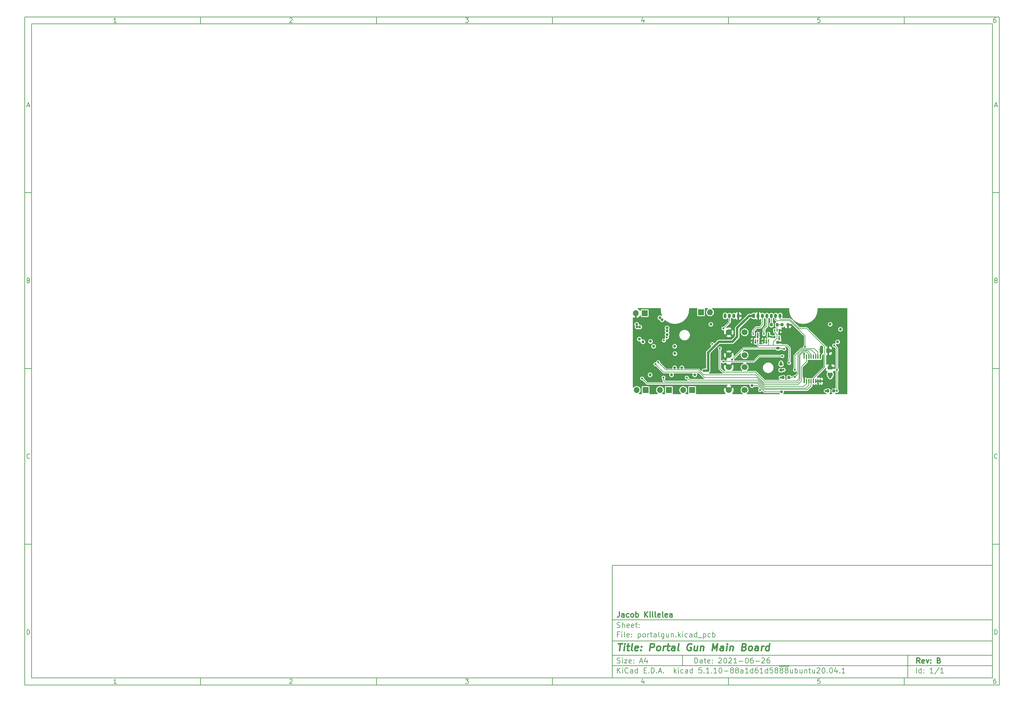
<source format=gbr>
%TF.GenerationSoftware,KiCad,Pcbnew,5.1.10-88a1d61d58~88~ubuntu20.04.1*%
%TF.CreationDate,2021-06-26T15:26:23-05:00*%
%TF.ProjectId,portalgun,706f7274-616c-4677-956e-2e6b69636164,B*%
%TF.SameCoordinates,Original*%
%TF.FileFunction,Copper,L4,Bot*%
%TF.FilePolarity,Positive*%
%FSLAX46Y46*%
G04 Gerber Fmt 4.6, Leading zero omitted, Abs format (unit mm)*
G04 Created by KiCad (PCBNEW 5.1.10-88a1d61d58~88~ubuntu20.04.1) date 2021-06-26 15:26:23*
%MOMM*%
%LPD*%
G01*
G04 APERTURE LIST*
%ADD10C,0.100000*%
%ADD11C,0.150000*%
%ADD12C,0.300000*%
%ADD13C,0.400000*%
%TA.AperFunction,SMDPad,CuDef*%
%ADD14R,0.400000X1.200000*%
%TD*%
%TA.AperFunction,ComponentPad*%
%ADD15O,1.700000X1.700000*%
%TD*%
%TA.AperFunction,ComponentPad*%
%ADD16R,1.700000X1.700000*%
%TD*%
%TA.AperFunction,ComponentPad*%
%ADD17C,1.700000*%
%TD*%
%TA.AperFunction,ComponentPad*%
%ADD18O,0.800000X1.300000*%
%TD*%
%TA.AperFunction,SMDPad,CuDef*%
%ADD19R,0.400000X0.650000*%
%TD*%
%TA.AperFunction,ViaPad*%
%ADD20C,0.800000*%
%TD*%
%TA.AperFunction,ViaPad*%
%ADD21C,0.787400*%
%TD*%
%TA.AperFunction,ViaPad*%
%ADD22C,0.600000*%
%TD*%
%TA.AperFunction,Conductor*%
%ADD23C,0.203200*%
%TD*%
%TA.AperFunction,Conductor*%
%ADD24C,0.406400*%
%TD*%
%TA.AperFunction,Conductor*%
%ADD25C,0.609600*%
%TD*%
%TA.AperFunction,Conductor*%
%ADD26C,0.812800*%
%TD*%
%TA.AperFunction,Conductor*%
%ADD27C,0.711200*%
%TD*%
%TA.AperFunction,Conductor*%
%ADD28C,0.508000*%
%TD*%
%TA.AperFunction,Conductor*%
%ADD29C,0.152400*%
%TD*%
%TA.AperFunction,Conductor*%
%ADD30C,0.254000*%
%TD*%
%TA.AperFunction,Conductor*%
%ADD31C,0.100000*%
%TD*%
G04 APERTURE END LIST*
D10*
D11*
X177002200Y-166007200D02*
X177002200Y-198007200D01*
X285002200Y-198007200D01*
X285002200Y-166007200D01*
X177002200Y-166007200D01*
D10*
D11*
X10000000Y-10000000D02*
X10000000Y-200007200D01*
X287002200Y-200007200D01*
X287002200Y-10000000D01*
X10000000Y-10000000D01*
D10*
D11*
X12000000Y-12000000D02*
X12000000Y-198007200D01*
X285002200Y-198007200D01*
X285002200Y-12000000D01*
X12000000Y-12000000D01*
D10*
D11*
X60000000Y-12000000D02*
X60000000Y-10000000D01*
D10*
D11*
X110000000Y-12000000D02*
X110000000Y-10000000D01*
D10*
D11*
X160000000Y-12000000D02*
X160000000Y-10000000D01*
D10*
D11*
X210000000Y-12000000D02*
X210000000Y-10000000D01*
D10*
D11*
X260000000Y-12000000D02*
X260000000Y-10000000D01*
D10*
D11*
X36065476Y-11588095D02*
X35322619Y-11588095D01*
X35694047Y-11588095D02*
X35694047Y-10288095D01*
X35570238Y-10473809D01*
X35446428Y-10597619D01*
X35322619Y-10659523D01*
D10*
D11*
X85322619Y-10411904D02*
X85384523Y-10350000D01*
X85508333Y-10288095D01*
X85817857Y-10288095D01*
X85941666Y-10350000D01*
X86003571Y-10411904D01*
X86065476Y-10535714D01*
X86065476Y-10659523D01*
X86003571Y-10845238D01*
X85260714Y-11588095D01*
X86065476Y-11588095D01*
D10*
D11*
X135260714Y-10288095D02*
X136065476Y-10288095D01*
X135632142Y-10783333D01*
X135817857Y-10783333D01*
X135941666Y-10845238D01*
X136003571Y-10907142D01*
X136065476Y-11030952D01*
X136065476Y-11340476D01*
X136003571Y-11464285D01*
X135941666Y-11526190D01*
X135817857Y-11588095D01*
X135446428Y-11588095D01*
X135322619Y-11526190D01*
X135260714Y-11464285D01*
D10*
D11*
X185941666Y-10721428D02*
X185941666Y-11588095D01*
X185632142Y-10226190D02*
X185322619Y-11154761D01*
X186127380Y-11154761D01*
D10*
D11*
X236003571Y-10288095D02*
X235384523Y-10288095D01*
X235322619Y-10907142D01*
X235384523Y-10845238D01*
X235508333Y-10783333D01*
X235817857Y-10783333D01*
X235941666Y-10845238D01*
X236003571Y-10907142D01*
X236065476Y-11030952D01*
X236065476Y-11340476D01*
X236003571Y-11464285D01*
X235941666Y-11526190D01*
X235817857Y-11588095D01*
X235508333Y-11588095D01*
X235384523Y-11526190D01*
X235322619Y-11464285D01*
D10*
D11*
X285941666Y-10288095D02*
X285694047Y-10288095D01*
X285570238Y-10350000D01*
X285508333Y-10411904D01*
X285384523Y-10597619D01*
X285322619Y-10845238D01*
X285322619Y-11340476D01*
X285384523Y-11464285D01*
X285446428Y-11526190D01*
X285570238Y-11588095D01*
X285817857Y-11588095D01*
X285941666Y-11526190D01*
X286003571Y-11464285D01*
X286065476Y-11340476D01*
X286065476Y-11030952D01*
X286003571Y-10907142D01*
X285941666Y-10845238D01*
X285817857Y-10783333D01*
X285570238Y-10783333D01*
X285446428Y-10845238D01*
X285384523Y-10907142D01*
X285322619Y-11030952D01*
D10*
D11*
X60000000Y-198007200D02*
X60000000Y-200007200D01*
D10*
D11*
X110000000Y-198007200D02*
X110000000Y-200007200D01*
D10*
D11*
X160000000Y-198007200D02*
X160000000Y-200007200D01*
D10*
D11*
X210000000Y-198007200D02*
X210000000Y-200007200D01*
D10*
D11*
X260000000Y-198007200D02*
X260000000Y-200007200D01*
D10*
D11*
X36065476Y-199595295D02*
X35322619Y-199595295D01*
X35694047Y-199595295D02*
X35694047Y-198295295D01*
X35570238Y-198481009D01*
X35446428Y-198604819D01*
X35322619Y-198666723D01*
D10*
D11*
X85322619Y-198419104D02*
X85384523Y-198357200D01*
X85508333Y-198295295D01*
X85817857Y-198295295D01*
X85941666Y-198357200D01*
X86003571Y-198419104D01*
X86065476Y-198542914D01*
X86065476Y-198666723D01*
X86003571Y-198852438D01*
X85260714Y-199595295D01*
X86065476Y-199595295D01*
D10*
D11*
X135260714Y-198295295D02*
X136065476Y-198295295D01*
X135632142Y-198790533D01*
X135817857Y-198790533D01*
X135941666Y-198852438D01*
X136003571Y-198914342D01*
X136065476Y-199038152D01*
X136065476Y-199347676D01*
X136003571Y-199471485D01*
X135941666Y-199533390D01*
X135817857Y-199595295D01*
X135446428Y-199595295D01*
X135322619Y-199533390D01*
X135260714Y-199471485D01*
D10*
D11*
X185941666Y-198728628D02*
X185941666Y-199595295D01*
X185632142Y-198233390D02*
X185322619Y-199161961D01*
X186127380Y-199161961D01*
D10*
D11*
X236003571Y-198295295D02*
X235384523Y-198295295D01*
X235322619Y-198914342D01*
X235384523Y-198852438D01*
X235508333Y-198790533D01*
X235817857Y-198790533D01*
X235941666Y-198852438D01*
X236003571Y-198914342D01*
X236065476Y-199038152D01*
X236065476Y-199347676D01*
X236003571Y-199471485D01*
X235941666Y-199533390D01*
X235817857Y-199595295D01*
X235508333Y-199595295D01*
X235384523Y-199533390D01*
X235322619Y-199471485D01*
D10*
D11*
X285941666Y-198295295D02*
X285694047Y-198295295D01*
X285570238Y-198357200D01*
X285508333Y-198419104D01*
X285384523Y-198604819D01*
X285322619Y-198852438D01*
X285322619Y-199347676D01*
X285384523Y-199471485D01*
X285446428Y-199533390D01*
X285570238Y-199595295D01*
X285817857Y-199595295D01*
X285941666Y-199533390D01*
X286003571Y-199471485D01*
X286065476Y-199347676D01*
X286065476Y-199038152D01*
X286003571Y-198914342D01*
X285941666Y-198852438D01*
X285817857Y-198790533D01*
X285570238Y-198790533D01*
X285446428Y-198852438D01*
X285384523Y-198914342D01*
X285322619Y-199038152D01*
D10*
D11*
X10000000Y-60000000D02*
X12000000Y-60000000D01*
D10*
D11*
X10000000Y-110000000D02*
X12000000Y-110000000D01*
D10*
D11*
X10000000Y-160000000D02*
X12000000Y-160000000D01*
D10*
D11*
X10690476Y-35216666D02*
X11309523Y-35216666D01*
X10566666Y-35588095D02*
X11000000Y-34288095D01*
X11433333Y-35588095D01*
D10*
D11*
X11092857Y-84907142D02*
X11278571Y-84969047D01*
X11340476Y-85030952D01*
X11402380Y-85154761D01*
X11402380Y-85340476D01*
X11340476Y-85464285D01*
X11278571Y-85526190D01*
X11154761Y-85588095D01*
X10659523Y-85588095D01*
X10659523Y-84288095D01*
X11092857Y-84288095D01*
X11216666Y-84350000D01*
X11278571Y-84411904D01*
X11340476Y-84535714D01*
X11340476Y-84659523D01*
X11278571Y-84783333D01*
X11216666Y-84845238D01*
X11092857Y-84907142D01*
X10659523Y-84907142D01*
D10*
D11*
X11402380Y-135464285D02*
X11340476Y-135526190D01*
X11154761Y-135588095D01*
X11030952Y-135588095D01*
X10845238Y-135526190D01*
X10721428Y-135402380D01*
X10659523Y-135278571D01*
X10597619Y-135030952D01*
X10597619Y-134845238D01*
X10659523Y-134597619D01*
X10721428Y-134473809D01*
X10845238Y-134350000D01*
X11030952Y-134288095D01*
X11154761Y-134288095D01*
X11340476Y-134350000D01*
X11402380Y-134411904D01*
D10*
D11*
X10659523Y-185588095D02*
X10659523Y-184288095D01*
X10969047Y-184288095D01*
X11154761Y-184350000D01*
X11278571Y-184473809D01*
X11340476Y-184597619D01*
X11402380Y-184845238D01*
X11402380Y-185030952D01*
X11340476Y-185278571D01*
X11278571Y-185402380D01*
X11154761Y-185526190D01*
X10969047Y-185588095D01*
X10659523Y-185588095D01*
D10*
D11*
X287002200Y-60000000D02*
X285002200Y-60000000D01*
D10*
D11*
X287002200Y-110000000D02*
X285002200Y-110000000D01*
D10*
D11*
X287002200Y-160000000D02*
X285002200Y-160000000D01*
D10*
D11*
X285692676Y-35216666D02*
X286311723Y-35216666D01*
X285568866Y-35588095D02*
X286002200Y-34288095D01*
X286435533Y-35588095D01*
D10*
D11*
X286095057Y-84907142D02*
X286280771Y-84969047D01*
X286342676Y-85030952D01*
X286404580Y-85154761D01*
X286404580Y-85340476D01*
X286342676Y-85464285D01*
X286280771Y-85526190D01*
X286156961Y-85588095D01*
X285661723Y-85588095D01*
X285661723Y-84288095D01*
X286095057Y-84288095D01*
X286218866Y-84350000D01*
X286280771Y-84411904D01*
X286342676Y-84535714D01*
X286342676Y-84659523D01*
X286280771Y-84783333D01*
X286218866Y-84845238D01*
X286095057Y-84907142D01*
X285661723Y-84907142D01*
D10*
D11*
X286404580Y-135464285D02*
X286342676Y-135526190D01*
X286156961Y-135588095D01*
X286033152Y-135588095D01*
X285847438Y-135526190D01*
X285723628Y-135402380D01*
X285661723Y-135278571D01*
X285599819Y-135030952D01*
X285599819Y-134845238D01*
X285661723Y-134597619D01*
X285723628Y-134473809D01*
X285847438Y-134350000D01*
X286033152Y-134288095D01*
X286156961Y-134288095D01*
X286342676Y-134350000D01*
X286404580Y-134411904D01*
D10*
D11*
X285661723Y-185588095D02*
X285661723Y-184288095D01*
X285971247Y-184288095D01*
X286156961Y-184350000D01*
X286280771Y-184473809D01*
X286342676Y-184597619D01*
X286404580Y-184845238D01*
X286404580Y-185030952D01*
X286342676Y-185278571D01*
X286280771Y-185402380D01*
X286156961Y-185526190D01*
X285971247Y-185588095D01*
X285661723Y-185588095D01*
D10*
D11*
X200434342Y-193785771D02*
X200434342Y-192285771D01*
X200791485Y-192285771D01*
X201005771Y-192357200D01*
X201148628Y-192500057D01*
X201220057Y-192642914D01*
X201291485Y-192928628D01*
X201291485Y-193142914D01*
X201220057Y-193428628D01*
X201148628Y-193571485D01*
X201005771Y-193714342D01*
X200791485Y-193785771D01*
X200434342Y-193785771D01*
X202577200Y-193785771D02*
X202577200Y-193000057D01*
X202505771Y-192857200D01*
X202362914Y-192785771D01*
X202077200Y-192785771D01*
X201934342Y-192857200D01*
X202577200Y-193714342D02*
X202434342Y-193785771D01*
X202077200Y-193785771D01*
X201934342Y-193714342D01*
X201862914Y-193571485D01*
X201862914Y-193428628D01*
X201934342Y-193285771D01*
X202077200Y-193214342D01*
X202434342Y-193214342D01*
X202577200Y-193142914D01*
X203077200Y-192785771D02*
X203648628Y-192785771D01*
X203291485Y-192285771D02*
X203291485Y-193571485D01*
X203362914Y-193714342D01*
X203505771Y-193785771D01*
X203648628Y-193785771D01*
X204720057Y-193714342D02*
X204577200Y-193785771D01*
X204291485Y-193785771D01*
X204148628Y-193714342D01*
X204077200Y-193571485D01*
X204077200Y-193000057D01*
X204148628Y-192857200D01*
X204291485Y-192785771D01*
X204577200Y-192785771D01*
X204720057Y-192857200D01*
X204791485Y-193000057D01*
X204791485Y-193142914D01*
X204077200Y-193285771D01*
X205434342Y-193642914D02*
X205505771Y-193714342D01*
X205434342Y-193785771D01*
X205362914Y-193714342D01*
X205434342Y-193642914D01*
X205434342Y-193785771D01*
X205434342Y-192857200D02*
X205505771Y-192928628D01*
X205434342Y-193000057D01*
X205362914Y-192928628D01*
X205434342Y-192857200D01*
X205434342Y-193000057D01*
X207220057Y-192428628D02*
X207291485Y-192357200D01*
X207434342Y-192285771D01*
X207791485Y-192285771D01*
X207934342Y-192357200D01*
X208005771Y-192428628D01*
X208077200Y-192571485D01*
X208077200Y-192714342D01*
X208005771Y-192928628D01*
X207148628Y-193785771D01*
X208077200Y-193785771D01*
X209005771Y-192285771D02*
X209148628Y-192285771D01*
X209291485Y-192357200D01*
X209362914Y-192428628D01*
X209434342Y-192571485D01*
X209505771Y-192857200D01*
X209505771Y-193214342D01*
X209434342Y-193500057D01*
X209362914Y-193642914D01*
X209291485Y-193714342D01*
X209148628Y-193785771D01*
X209005771Y-193785771D01*
X208862914Y-193714342D01*
X208791485Y-193642914D01*
X208720057Y-193500057D01*
X208648628Y-193214342D01*
X208648628Y-192857200D01*
X208720057Y-192571485D01*
X208791485Y-192428628D01*
X208862914Y-192357200D01*
X209005771Y-192285771D01*
X210077200Y-192428628D02*
X210148628Y-192357200D01*
X210291485Y-192285771D01*
X210648628Y-192285771D01*
X210791485Y-192357200D01*
X210862914Y-192428628D01*
X210934342Y-192571485D01*
X210934342Y-192714342D01*
X210862914Y-192928628D01*
X210005771Y-193785771D01*
X210934342Y-193785771D01*
X212362914Y-193785771D02*
X211505771Y-193785771D01*
X211934342Y-193785771D02*
X211934342Y-192285771D01*
X211791485Y-192500057D01*
X211648628Y-192642914D01*
X211505771Y-192714342D01*
X213005771Y-193214342D02*
X214148628Y-193214342D01*
X215148628Y-192285771D02*
X215291485Y-192285771D01*
X215434342Y-192357200D01*
X215505771Y-192428628D01*
X215577200Y-192571485D01*
X215648628Y-192857200D01*
X215648628Y-193214342D01*
X215577200Y-193500057D01*
X215505771Y-193642914D01*
X215434342Y-193714342D01*
X215291485Y-193785771D01*
X215148628Y-193785771D01*
X215005771Y-193714342D01*
X214934342Y-193642914D01*
X214862914Y-193500057D01*
X214791485Y-193214342D01*
X214791485Y-192857200D01*
X214862914Y-192571485D01*
X214934342Y-192428628D01*
X215005771Y-192357200D01*
X215148628Y-192285771D01*
X216934342Y-192285771D02*
X216648628Y-192285771D01*
X216505771Y-192357200D01*
X216434342Y-192428628D01*
X216291485Y-192642914D01*
X216220057Y-192928628D01*
X216220057Y-193500057D01*
X216291485Y-193642914D01*
X216362914Y-193714342D01*
X216505771Y-193785771D01*
X216791485Y-193785771D01*
X216934342Y-193714342D01*
X217005771Y-193642914D01*
X217077200Y-193500057D01*
X217077200Y-193142914D01*
X217005771Y-193000057D01*
X216934342Y-192928628D01*
X216791485Y-192857200D01*
X216505771Y-192857200D01*
X216362914Y-192928628D01*
X216291485Y-193000057D01*
X216220057Y-193142914D01*
X217720057Y-193214342D02*
X218862914Y-193214342D01*
X219505771Y-192428628D02*
X219577200Y-192357200D01*
X219720057Y-192285771D01*
X220077200Y-192285771D01*
X220220057Y-192357200D01*
X220291485Y-192428628D01*
X220362914Y-192571485D01*
X220362914Y-192714342D01*
X220291485Y-192928628D01*
X219434342Y-193785771D01*
X220362914Y-193785771D01*
X221648628Y-192285771D02*
X221362914Y-192285771D01*
X221220057Y-192357200D01*
X221148628Y-192428628D01*
X221005771Y-192642914D01*
X220934342Y-192928628D01*
X220934342Y-193500057D01*
X221005771Y-193642914D01*
X221077200Y-193714342D01*
X221220057Y-193785771D01*
X221505771Y-193785771D01*
X221648628Y-193714342D01*
X221720057Y-193642914D01*
X221791485Y-193500057D01*
X221791485Y-193142914D01*
X221720057Y-193000057D01*
X221648628Y-192928628D01*
X221505771Y-192857200D01*
X221220057Y-192857200D01*
X221077200Y-192928628D01*
X221005771Y-193000057D01*
X220934342Y-193142914D01*
D10*
D11*
X177002200Y-194507200D02*
X285002200Y-194507200D01*
D10*
D11*
X178434342Y-196585771D02*
X178434342Y-195085771D01*
X179291485Y-196585771D02*
X178648628Y-195728628D01*
X179291485Y-195085771D02*
X178434342Y-195942914D01*
X179934342Y-196585771D02*
X179934342Y-195585771D01*
X179934342Y-195085771D02*
X179862914Y-195157200D01*
X179934342Y-195228628D01*
X180005771Y-195157200D01*
X179934342Y-195085771D01*
X179934342Y-195228628D01*
X181505771Y-196442914D02*
X181434342Y-196514342D01*
X181220057Y-196585771D01*
X181077200Y-196585771D01*
X180862914Y-196514342D01*
X180720057Y-196371485D01*
X180648628Y-196228628D01*
X180577200Y-195942914D01*
X180577200Y-195728628D01*
X180648628Y-195442914D01*
X180720057Y-195300057D01*
X180862914Y-195157200D01*
X181077200Y-195085771D01*
X181220057Y-195085771D01*
X181434342Y-195157200D01*
X181505771Y-195228628D01*
X182791485Y-196585771D02*
X182791485Y-195800057D01*
X182720057Y-195657200D01*
X182577200Y-195585771D01*
X182291485Y-195585771D01*
X182148628Y-195657200D01*
X182791485Y-196514342D02*
X182648628Y-196585771D01*
X182291485Y-196585771D01*
X182148628Y-196514342D01*
X182077200Y-196371485D01*
X182077200Y-196228628D01*
X182148628Y-196085771D01*
X182291485Y-196014342D01*
X182648628Y-196014342D01*
X182791485Y-195942914D01*
X184148628Y-196585771D02*
X184148628Y-195085771D01*
X184148628Y-196514342D02*
X184005771Y-196585771D01*
X183720057Y-196585771D01*
X183577200Y-196514342D01*
X183505771Y-196442914D01*
X183434342Y-196300057D01*
X183434342Y-195871485D01*
X183505771Y-195728628D01*
X183577200Y-195657200D01*
X183720057Y-195585771D01*
X184005771Y-195585771D01*
X184148628Y-195657200D01*
X186005771Y-195800057D02*
X186505771Y-195800057D01*
X186720057Y-196585771D02*
X186005771Y-196585771D01*
X186005771Y-195085771D01*
X186720057Y-195085771D01*
X187362914Y-196442914D02*
X187434342Y-196514342D01*
X187362914Y-196585771D01*
X187291485Y-196514342D01*
X187362914Y-196442914D01*
X187362914Y-196585771D01*
X188077200Y-196585771D02*
X188077200Y-195085771D01*
X188434342Y-195085771D01*
X188648628Y-195157200D01*
X188791485Y-195300057D01*
X188862914Y-195442914D01*
X188934342Y-195728628D01*
X188934342Y-195942914D01*
X188862914Y-196228628D01*
X188791485Y-196371485D01*
X188648628Y-196514342D01*
X188434342Y-196585771D01*
X188077200Y-196585771D01*
X189577200Y-196442914D02*
X189648628Y-196514342D01*
X189577200Y-196585771D01*
X189505771Y-196514342D01*
X189577200Y-196442914D01*
X189577200Y-196585771D01*
X190220057Y-196157200D02*
X190934342Y-196157200D01*
X190077200Y-196585771D02*
X190577200Y-195085771D01*
X191077200Y-196585771D01*
X191577200Y-196442914D02*
X191648628Y-196514342D01*
X191577200Y-196585771D01*
X191505771Y-196514342D01*
X191577200Y-196442914D01*
X191577200Y-196585771D01*
X194577200Y-196585771D02*
X194577200Y-195085771D01*
X194720057Y-196014342D02*
X195148628Y-196585771D01*
X195148628Y-195585771D02*
X194577200Y-196157200D01*
X195791485Y-196585771D02*
X195791485Y-195585771D01*
X195791485Y-195085771D02*
X195720057Y-195157200D01*
X195791485Y-195228628D01*
X195862914Y-195157200D01*
X195791485Y-195085771D01*
X195791485Y-195228628D01*
X197148628Y-196514342D02*
X197005771Y-196585771D01*
X196720057Y-196585771D01*
X196577200Y-196514342D01*
X196505771Y-196442914D01*
X196434342Y-196300057D01*
X196434342Y-195871485D01*
X196505771Y-195728628D01*
X196577200Y-195657200D01*
X196720057Y-195585771D01*
X197005771Y-195585771D01*
X197148628Y-195657200D01*
X198434342Y-196585771D02*
X198434342Y-195800057D01*
X198362914Y-195657200D01*
X198220057Y-195585771D01*
X197934342Y-195585771D01*
X197791485Y-195657200D01*
X198434342Y-196514342D02*
X198291485Y-196585771D01*
X197934342Y-196585771D01*
X197791485Y-196514342D01*
X197720057Y-196371485D01*
X197720057Y-196228628D01*
X197791485Y-196085771D01*
X197934342Y-196014342D01*
X198291485Y-196014342D01*
X198434342Y-195942914D01*
X199791485Y-196585771D02*
X199791485Y-195085771D01*
X199791485Y-196514342D02*
X199648628Y-196585771D01*
X199362914Y-196585771D01*
X199220057Y-196514342D01*
X199148628Y-196442914D01*
X199077200Y-196300057D01*
X199077200Y-195871485D01*
X199148628Y-195728628D01*
X199220057Y-195657200D01*
X199362914Y-195585771D01*
X199648628Y-195585771D01*
X199791485Y-195657200D01*
X202362914Y-195085771D02*
X201648628Y-195085771D01*
X201577200Y-195800057D01*
X201648628Y-195728628D01*
X201791485Y-195657200D01*
X202148628Y-195657200D01*
X202291485Y-195728628D01*
X202362914Y-195800057D01*
X202434342Y-195942914D01*
X202434342Y-196300057D01*
X202362914Y-196442914D01*
X202291485Y-196514342D01*
X202148628Y-196585771D01*
X201791485Y-196585771D01*
X201648628Y-196514342D01*
X201577200Y-196442914D01*
X203077200Y-196442914D02*
X203148628Y-196514342D01*
X203077200Y-196585771D01*
X203005771Y-196514342D01*
X203077200Y-196442914D01*
X203077200Y-196585771D01*
X204577200Y-196585771D02*
X203720057Y-196585771D01*
X204148628Y-196585771D02*
X204148628Y-195085771D01*
X204005771Y-195300057D01*
X203862914Y-195442914D01*
X203720057Y-195514342D01*
X205220057Y-196442914D02*
X205291485Y-196514342D01*
X205220057Y-196585771D01*
X205148628Y-196514342D01*
X205220057Y-196442914D01*
X205220057Y-196585771D01*
X206720057Y-196585771D02*
X205862914Y-196585771D01*
X206291485Y-196585771D02*
X206291485Y-195085771D01*
X206148628Y-195300057D01*
X206005771Y-195442914D01*
X205862914Y-195514342D01*
X207648628Y-195085771D02*
X207791485Y-195085771D01*
X207934342Y-195157200D01*
X208005771Y-195228628D01*
X208077200Y-195371485D01*
X208148628Y-195657200D01*
X208148628Y-196014342D01*
X208077200Y-196300057D01*
X208005771Y-196442914D01*
X207934342Y-196514342D01*
X207791485Y-196585771D01*
X207648628Y-196585771D01*
X207505771Y-196514342D01*
X207434342Y-196442914D01*
X207362914Y-196300057D01*
X207291485Y-196014342D01*
X207291485Y-195657200D01*
X207362914Y-195371485D01*
X207434342Y-195228628D01*
X207505771Y-195157200D01*
X207648628Y-195085771D01*
X208791485Y-196014342D02*
X209934342Y-196014342D01*
X210862914Y-195728628D02*
X210720057Y-195657200D01*
X210648628Y-195585771D01*
X210577200Y-195442914D01*
X210577200Y-195371485D01*
X210648628Y-195228628D01*
X210720057Y-195157200D01*
X210862914Y-195085771D01*
X211148628Y-195085771D01*
X211291485Y-195157200D01*
X211362914Y-195228628D01*
X211434342Y-195371485D01*
X211434342Y-195442914D01*
X211362914Y-195585771D01*
X211291485Y-195657200D01*
X211148628Y-195728628D01*
X210862914Y-195728628D01*
X210720057Y-195800057D01*
X210648628Y-195871485D01*
X210577200Y-196014342D01*
X210577200Y-196300057D01*
X210648628Y-196442914D01*
X210720057Y-196514342D01*
X210862914Y-196585771D01*
X211148628Y-196585771D01*
X211291485Y-196514342D01*
X211362914Y-196442914D01*
X211434342Y-196300057D01*
X211434342Y-196014342D01*
X211362914Y-195871485D01*
X211291485Y-195800057D01*
X211148628Y-195728628D01*
X212291485Y-195728628D02*
X212148628Y-195657200D01*
X212077200Y-195585771D01*
X212005771Y-195442914D01*
X212005771Y-195371485D01*
X212077200Y-195228628D01*
X212148628Y-195157200D01*
X212291485Y-195085771D01*
X212577200Y-195085771D01*
X212720057Y-195157200D01*
X212791485Y-195228628D01*
X212862914Y-195371485D01*
X212862914Y-195442914D01*
X212791485Y-195585771D01*
X212720057Y-195657200D01*
X212577200Y-195728628D01*
X212291485Y-195728628D01*
X212148628Y-195800057D01*
X212077200Y-195871485D01*
X212005771Y-196014342D01*
X212005771Y-196300057D01*
X212077200Y-196442914D01*
X212148628Y-196514342D01*
X212291485Y-196585771D01*
X212577200Y-196585771D01*
X212720057Y-196514342D01*
X212791485Y-196442914D01*
X212862914Y-196300057D01*
X212862914Y-196014342D01*
X212791485Y-195871485D01*
X212720057Y-195800057D01*
X212577200Y-195728628D01*
X214148628Y-196585771D02*
X214148628Y-195800057D01*
X214077200Y-195657200D01*
X213934342Y-195585771D01*
X213648628Y-195585771D01*
X213505771Y-195657200D01*
X214148628Y-196514342D02*
X214005771Y-196585771D01*
X213648628Y-196585771D01*
X213505771Y-196514342D01*
X213434342Y-196371485D01*
X213434342Y-196228628D01*
X213505771Y-196085771D01*
X213648628Y-196014342D01*
X214005771Y-196014342D01*
X214148628Y-195942914D01*
X215648628Y-196585771D02*
X214791485Y-196585771D01*
X215220057Y-196585771D02*
X215220057Y-195085771D01*
X215077200Y-195300057D01*
X214934342Y-195442914D01*
X214791485Y-195514342D01*
X216934342Y-196585771D02*
X216934342Y-195085771D01*
X216934342Y-196514342D02*
X216791485Y-196585771D01*
X216505771Y-196585771D01*
X216362914Y-196514342D01*
X216291485Y-196442914D01*
X216220057Y-196300057D01*
X216220057Y-195871485D01*
X216291485Y-195728628D01*
X216362914Y-195657200D01*
X216505771Y-195585771D01*
X216791485Y-195585771D01*
X216934342Y-195657200D01*
X218291485Y-195085771D02*
X218005771Y-195085771D01*
X217862914Y-195157200D01*
X217791485Y-195228628D01*
X217648628Y-195442914D01*
X217577200Y-195728628D01*
X217577200Y-196300057D01*
X217648628Y-196442914D01*
X217720057Y-196514342D01*
X217862914Y-196585771D01*
X218148628Y-196585771D01*
X218291485Y-196514342D01*
X218362914Y-196442914D01*
X218434342Y-196300057D01*
X218434342Y-195942914D01*
X218362914Y-195800057D01*
X218291485Y-195728628D01*
X218148628Y-195657200D01*
X217862914Y-195657200D01*
X217720057Y-195728628D01*
X217648628Y-195800057D01*
X217577200Y-195942914D01*
X219862914Y-196585771D02*
X219005771Y-196585771D01*
X219434342Y-196585771D02*
X219434342Y-195085771D01*
X219291485Y-195300057D01*
X219148628Y-195442914D01*
X219005771Y-195514342D01*
X221148628Y-196585771D02*
X221148628Y-195085771D01*
X221148628Y-196514342D02*
X221005771Y-196585771D01*
X220720057Y-196585771D01*
X220577200Y-196514342D01*
X220505771Y-196442914D01*
X220434342Y-196300057D01*
X220434342Y-195871485D01*
X220505771Y-195728628D01*
X220577200Y-195657200D01*
X220720057Y-195585771D01*
X221005771Y-195585771D01*
X221148628Y-195657200D01*
X222577200Y-195085771D02*
X221862914Y-195085771D01*
X221791485Y-195800057D01*
X221862914Y-195728628D01*
X222005771Y-195657200D01*
X222362914Y-195657200D01*
X222505771Y-195728628D01*
X222577200Y-195800057D01*
X222648628Y-195942914D01*
X222648628Y-196300057D01*
X222577200Y-196442914D01*
X222505771Y-196514342D01*
X222362914Y-196585771D01*
X222005771Y-196585771D01*
X221862914Y-196514342D01*
X221791485Y-196442914D01*
X223505771Y-195728628D02*
X223362914Y-195657200D01*
X223291485Y-195585771D01*
X223220057Y-195442914D01*
X223220057Y-195371485D01*
X223291485Y-195228628D01*
X223362914Y-195157200D01*
X223505771Y-195085771D01*
X223791485Y-195085771D01*
X223934342Y-195157200D01*
X224005771Y-195228628D01*
X224077200Y-195371485D01*
X224077200Y-195442914D01*
X224005771Y-195585771D01*
X223934342Y-195657200D01*
X223791485Y-195728628D01*
X223505771Y-195728628D01*
X223362914Y-195800057D01*
X223291485Y-195871485D01*
X223220057Y-196014342D01*
X223220057Y-196300057D01*
X223291485Y-196442914D01*
X223362914Y-196514342D01*
X223505771Y-196585771D01*
X223791485Y-196585771D01*
X223934342Y-196514342D01*
X224005771Y-196442914D01*
X224077200Y-196300057D01*
X224077200Y-196014342D01*
X224005771Y-195871485D01*
X223934342Y-195800057D01*
X223791485Y-195728628D01*
X224362914Y-194677200D02*
X225791485Y-194677200D01*
X224934342Y-195728628D02*
X224791485Y-195657200D01*
X224720057Y-195585771D01*
X224648628Y-195442914D01*
X224648628Y-195371485D01*
X224720057Y-195228628D01*
X224791485Y-195157200D01*
X224934342Y-195085771D01*
X225220057Y-195085771D01*
X225362914Y-195157200D01*
X225434342Y-195228628D01*
X225505771Y-195371485D01*
X225505771Y-195442914D01*
X225434342Y-195585771D01*
X225362914Y-195657200D01*
X225220057Y-195728628D01*
X224934342Y-195728628D01*
X224791485Y-195800057D01*
X224720057Y-195871485D01*
X224648628Y-196014342D01*
X224648628Y-196300057D01*
X224720057Y-196442914D01*
X224791485Y-196514342D01*
X224934342Y-196585771D01*
X225220057Y-196585771D01*
X225362914Y-196514342D01*
X225434342Y-196442914D01*
X225505771Y-196300057D01*
X225505771Y-196014342D01*
X225434342Y-195871485D01*
X225362914Y-195800057D01*
X225220057Y-195728628D01*
X225791485Y-194677200D02*
X227220057Y-194677200D01*
X226362914Y-195728628D02*
X226220057Y-195657200D01*
X226148628Y-195585771D01*
X226077199Y-195442914D01*
X226077199Y-195371485D01*
X226148628Y-195228628D01*
X226220057Y-195157200D01*
X226362914Y-195085771D01*
X226648628Y-195085771D01*
X226791485Y-195157200D01*
X226862914Y-195228628D01*
X226934342Y-195371485D01*
X226934342Y-195442914D01*
X226862914Y-195585771D01*
X226791485Y-195657200D01*
X226648628Y-195728628D01*
X226362914Y-195728628D01*
X226220057Y-195800057D01*
X226148628Y-195871485D01*
X226077199Y-196014342D01*
X226077199Y-196300057D01*
X226148628Y-196442914D01*
X226220057Y-196514342D01*
X226362914Y-196585771D01*
X226648628Y-196585771D01*
X226791485Y-196514342D01*
X226862914Y-196442914D01*
X226934342Y-196300057D01*
X226934342Y-196014342D01*
X226862914Y-195871485D01*
X226791485Y-195800057D01*
X226648628Y-195728628D01*
X228220057Y-195585771D02*
X228220057Y-196585771D01*
X227577199Y-195585771D02*
X227577199Y-196371485D01*
X227648628Y-196514342D01*
X227791485Y-196585771D01*
X228005771Y-196585771D01*
X228148628Y-196514342D01*
X228220057Y-196442914D01*
X228934342Y-196585771D02*
X228934342Y-195085771D01*
X228934342Y-195657200D02*
X229077199Y-195585771D01*
X229362914Y-195585771D01*
X229505771Y-195657200D01*
X229577199Y-195728628D01*
X229648628Y-195871485D01*
X229648628Y-196300057D01*
X229577199Y-196442914D01*
X229505771Y-196514342D01*
X229362914Y-196585771D01*
X229077199Y-196585771D01*
X228934342Y-196514342D01*
X230934342Y-195585771D02*
X230934342Y-196585771D01*
X230291485Y-195585771D02*
X230291485Y-196371485D01*
X230362914Y-196514342D01*
X230505771Y-196585771D01*
X230720057Y-196585771D01*
X230862914Y-196514342D01*
X230934342Y-196442914D01*
X231648628Y-195585771D02*
X231648628Y-196585771D01*
X231648628Y-195728628D02*
X231720057Y-195657200D01*
X231862914Y-195585771D01*
X232077199Y-195585771D01*
X232220057Y-195657200D01*
X232291485Y-195800057D01*
X232291485Y-196585771D01*
X232791485Y-195585771D02*
X233362914Y-195585771D01*
X233005771Y-195085771D02*
X233005771Y-196371485D01*
X233077199Y-196514342D01*
X233220057Y-196585771D01*
X233362914Y-196585771D01*
X234505771Y-195585771D02*
X234505771Y-196585771D01*
X233862914Y-195585771D02*
X233862914Y-196371485D01*
X233934342Y-196514342D01*
X234077200Y-196585771D01*
X234291485Y-196585771D01*
X234434342Y-196514342D01*
X234505771Y-196442914D01*
X235148628Y-195228628D02*
X235220057Y-195157200D01*
X235362914Y-195085771D01*
X235720057Y-195085771D01*
X235862914Y-195157200D01*
X235934342Y-195228628D01*
X236005771Y-195371485D01*
X236005771Y-195514342D01*
X235934342Y-195728628D01*
X235077200Y-196585771D01*
X236005771Y-196585771D01*
X236934342Y-195085771D02*
X237077199Y-195085771D01*
X237220057Y-195157200D01*
X237291485Y-195228628D01*
X237362914Y-195371485D01*
X237434342Y-195657200D01*
X237434342Y-196014342D01*
X237362914Y-196300057D01*
X237291485Y-196442914D01*
X237220057Y-196514342D01*
X237077199Y-196585771D01*
X236934342Y-196585771D01*
X236791485Y-196514342D01*
X236720057Y-196442914D01*
X236648628Y-196300057D01*
X236577199Y-196014342D01*
X236577199Y-195657200D01*
X236648628Y-195371485D01*
X236720057Y-195228628D01*
X236791485Y-195157200D01*
X236934342Y-195085771D01*
X238077199Y-196442914D02*
X238148628Y-196514342D01*
X238077199Y-196585771D01*
X238005771Y-196514342D01*
X238077199Y-196442914D01*
X238077199Y-196585771D01*
X239077199Y-195085771D02*
X239220057Y-195085771D01*
X239362914Y-195157200D01*
X239434342Y-195228628D01*
X239505771Y-195371485D01*
X239577199Y-195657200D01*
X239577199Y-196014342D01*
X239505771Y-196300057D01*
X239434342Y-196442914D01*
X239362914Y-196514342D01*
X239220057Y-196585771D01*
X239077199Y-196585771D01*
X238934342Y-196514342D01*
X238862914Y-196442914D01*
X238791485Y-196300057D01*
X238720057Y-196014342D01*
X238720057Y-195657200D01*
X238791485Y-195371485D01*
X238862914Y-195228628D01*
X238934342Y-195157200D01*
X239077199Y-195085771D01*
X240862914Y-195585771D02*
X240862914Y-196585771D01*
X240505771Y-195014342D02*
X240148628Y-196085771D01*
X241077199Y-196085771D01*
X241648628Y-196442914D02*
X241720057Y-196514342D01*
X241648628Y-196585771D01*
X241577199Y-196514342D01*
X241648628Y-196442914D01*
X241648628Y-196585771D01*
X243148628Y-196585771D02*
X242291485Y-196585771D01*
X242720057Y-196585771D02*
X242720057Y-195085771D01*
X242577199Y-195300057D01*
X242434342Y-195442914D01*
X242291485Y-195514342D01*
D10*
D11*
X177002200Y-191507200D02*
X285002200Y-191507200D01*
D10*
D12*
X264411485Y-193785771D02*
X263911485Y-193071485D01*
X263554342Y-193785771D02*
X263554342Y-192285771D01*
X264125771Y-192285771D01*
X264268628Y-192357200D01*
X264340057Y-192428628D01*
X264411485Y-192571485D01*
X264411485Y-192785771D01*
X264340057Y-192928628D01*
X264268628Y-193000057D01*
X264125771Y-193071485D01*
X263554342Y-193071485D01*
X265625771Y-193714342D02*
X265482914Y-193785771D01*
X265197200Y-193785771D01*
X265054342Y-193714342D01*
X264982914Y-193571485D01*
X264982914Y-193000057D01*
X265054342Y-192857200D01*
X265197200Y-192785771D01*
X265482914Y-192785771D01*
X265625771Y-192857200D01*
X265697200Y-193000057D01*
X265697200Y-193142914D01*
X264982914Y-193285771D01*
X266197200Y-192785771D02*
X266554342Y-193785771D01*
X266911485Y-192785771D01*
X267482914Y-193642914D02*
X267554342Y-193714342D01*
X267482914Y-193785771D01*
X267411485Y-193714342D01*
X267482914Y-193642914D01*
X267482914Y-193785771D01*
X267482914Y-192857200D02*
X267554342Y-192928628D01*
X267482914Y-193000057D01*
X267411485Y-192928628D01*
X267482914Y-192857200D01*
X267482914Y-193000057D01*
X269840057Y-193000057D02*
X270054342Y-193071485D01*
X270125771Y-193142914D01*
X270197200Y-193285771D01*
X270197200Y-193500057D01*
X270125771Y-193642914D01*
X270054342Y-193714342D01*
X269911485Y-193785771D01*
X269340057Y-193785771D01*
X269340057Y-192285771D01*
X269840057Y-192285771D01*
X269982914Y-192357200D01*
X270054342Y-192428628D01*
X270125771Y-192571485D01*
X270125771Y-192714342D01*
X270054342Y-192857200D01*
X269982914Y-192928628D01*
X269840057Y-193000057D01*
X269340057Y-193000057D01*
D10*
D11*
X178362914Y-193714342D02*
X178577200Y-193785771D01*
X178934342Y-193785771D01*
X179077200Y-193714342D01*
X179148628Y-193642914D01*
X179220057Y-193500057D01*
X179220057Y-193357200D01*
X179148628Y-193214342D01*
X179077200Y-193142914D01*
X178934342Y-193071485D01*
X178648628Y-193000057D01*
X178505771Y-192928628D01*
X178434342Y-192857200D01*
X178362914Y-192714342D01*
X178362914Y-192571485D01*
X178434342Y-192428628D01*
X178505771Y-192357200D01*
X178648628Y-192285771D01*
X179005771Y-192285771D01*
X179220057Y-192357200D01*
X179862914Y-193785771D02*
X179862914Y-192785771D01*
X179862914Y-192285771D02*
X179791485Y-192357200D01*
X179862914Y-192428628D01*
X179934342Y-192357200D01*
X179862914Y-192285771D01*
X179862914Y-192428628D01*
X180434342Y-192785771D02*
X181220057Y-192785771D01*
X180434342Y-193785771D01*
X181220057Y-193785771D01*
X182362914Y-193714342D02*
X182220057Y-193785771D01*
X181934342Y-193785771D01*
X181791485Y-193714342D01*
X181720057Y-193571485D01*
X181720057Y-193000057D01*
X181791485Y-192857200D01*
X181934342Y-192785771D01*
X182220057Y-192785771D01*
X182362914Y-192857200D01*
X182434342Y-193000057D01*
X182434342Y-193142914D01*
X181720057Y-193285771D01*
X183077200Y-193642914D02*
X183148628Y-193714342D01*
X183077200Y-193785771D01*
X183005771Y-193714342D01*
X183077200Y-193642914D01*
X183077200Y-193785771D01*
X183077200Y-192857200D02*
X183148628Y-192928628D01*
X183077200Y-193000057D01*
X183005771Y-192928628D01*
X183077200Y-192857200D01*
X183077200Y-193000057D01*
X184862914Y-193357200D02*
X185577200Y-193357200D01*
X184720057Y-193785771D02*
X185220057Y-192285771D01*
X185720057Y-193785771D01*
X186862914Y-192785771D02*
X186862914Y-193785771D01*
X186505771Y-192214342D02*
X186148628Y-193285771D01*
X187077200Y-193285771D01*
D10*
D11*
X263434342Y-196585771D02*
X263434342Y-195085771D01*
X264791485Y-196585771D02*
X264791485Y-195085771D01*
X264791485Y-196514342D02*
X264648628Y-196585771D01*
X264362914Y-196585771D01*
X264220057Y-196514342D01*
X264148628Y-196442914D01*
X264077200Y-196300057D01*
X264077200Y-195871485D01*
X264148628Y-195728628D01*
X264220057Y-195657200D01*
X264362914Y-195585771D01*
X264648628Y-195585771D01*
X264791485Y-195657200D01*
X265505771Y-196442914D02*
X265577200Y-196514342D01*
X265505771Y-196585771D01*
X265434342Y-196514342D01*
X265505771Y-196442914D01*
X265505771Y-196585771D01*
X265505771Y-195657200D02*
X265577200Y-195728628D01*
X265505771Y-195800057D01*
X265434342Y-195728628D01*
X265505771Y-195657200D01*
X265505771Y-195800057D01*
X268148628Y-196585771D02*
X267291485Y-196585771D01*
X267720057Y-196585771D02*
X267720057Y-195085771D01*
X267577200Y-195300057D01*
X267434342Y-195442914D01*
X267291485Y-195514342D01*
X269862914Y-195014342D02*
X268577200Y-196942914D01*
X271148628Y-196585771D02*
X270291485Y-196585771D01*
X270720057Y-196585771D02*
X270720057Y-195085771D01*
X270577200Y-195300057D01*
X270434342Y-195442914D01*
X270291485Y-195514342D01*
D10*
D11*
X177002200Y-187507200D02*
X285002200Y-187507200D01*
D10*
D13*
X178714580Y-188211961D02*
X179857438Y-188211961D01*
X179036009Y-190211961D02*
X179286009Y-188211961D01*
X180274104Y-190211961D02*
X180440771Y-188878628D01*
X180524104Y-188211961D02*
X180416961Y-188307200D01*
X180500295Y-188402438D01*
X180607438Y-188307200D01*
X180524104Y-188211961D01*
X180500295Y-188402438D01*
X181107438Y-188878628D02*
X181869342Y-188878628D01*
X181476485Y-188211961D02*
X181262200Y-189926247D01*
X181333628Y-190116723D01*
X181512200Y-190211961D01*
X181702676Y-190211961D01*
X182655057Y-190211961D02*
X182476485Y-190116723D01*
X182405057Y-189926247D01*
X182619342Y-188211961D01*
X184190771Y-190116723D02*
X183988390Y-190211961D01*
X183607438Y-190211961D01*
X183428866Y-190116723D01*
X183357438Y-189926247D01*
X183452676Y-189164342D01*
X183571723Y-188973866D01*
X183774104Y-188878628D01*
X184155057Y-188878628D01*
X184333628Y-188973866D01*
X184405057Y-189164342D01*
X184381247Y-189354819D01*
X183405057Y-189545295D01*
X185155057Y-190021485D02*
X185238390Y-190116723D01*
X185131247Y-190211961D01*
X185047914Y-190116723D01*
X185155057Y-190021485D01*
X185131247Y-190211961D01*
X185286009Y-188973866D02*
X185369342Y-189069104D01*
X185262200Y-189164342D01*
X185178866Y-189069104D01*
X185286009Y-188973866D01*
X185262200Y-189164342D01*
X187607438Y-190211961D02*
X187857438Y-188211961D01*
X188619342Y-188211961D01*
X188797914Y-188307200D01*
X188881247Y-188402438D01*
X188952676Y-188592914D01*
X188916961Y-188878628D01*
X188797914Y-189069104D01*
X188690771Y-189164342D01*
X188488390Y-189259580D01*
X187726485Y-189259580D01*
X189893152Y-190211961D02*
X189714580Y-190116723D01*
X189631247Y-190021485D01*
X189559819Y-189831009D01*
X189631247Y-189259580D01*
X189750295Y-189069104D01*
X189857438Y-188973866D01*
X190059819Y-188878628D01*
X190345533Y-188878628D01*
X190524104Y-188973866D01*
X190607438Y-189069104D01*
X190678866Y-189259580D01*
X190607438Y-189831009D01*
X190488390Y-190021485D01*
X190381247Y-190116723D01*
X190178866Y-190211961D01*
X189893152Y-190211961D01*
X191416961Y-190211961D02*
X191583628Y-188878628D01*
X191536009Y-189259580D02*
X191655057Y-189069104D01*
X191762200Y-188973866D01*
X191964580Y-188878628D01*
X192155057Y-188878628D01*
X192536009Y-188878628D02*
X193297914Y-188878628D01*
X192905057Y-188211961D02*
X192690771Y-189926247D01*
X192762200Y-190116723D01*
X192940771Y-190211961D01*
X193131247Y-190211961D01*
X194655057Y-190211961D02*
X194786009Y-189164342D01*
X194714580Y-188973866D01*
X194536009Y-188878628D01*
X194155057Y-188878628D01*
X193952676Y-188973866D01*
X194666961Y-190116723D02*
X194464580Y-190211961D01*
X193988390Y-190211961D01*
X193809819Y-190116723D01*
X193738390Y-189926247D01*
X193762200Y-189735771D01*
X193881247Y-189545295D01*
X194083628Y-189450057D01*
X194559819Y-189450057D01*
X194762200Y-189354819D01*
X195893152Y-190211961D02*
X195714580Y-190116723D01*
X195643152Y-189926247D01*
X195857438Y-188211961D01*
X199464580Y-188307200D02*
X199286009Y-188211961D01*
X199000295Y-188211961D01*
X198702676Y-188307200D01*
X198488390Y-188497676D01*
X198369342Y-188688152D01*
X198226485Y-189069104D01*
X198190771Y-189354819D01*
X198238390Y-189735771D01*
X198309819Y-189926247D01*
X198476485Y-190116723D01*
X198750295Y-190211961D01*
X198940771Y-190211961D01*
X199238390Y-190116723D01*
X199345533Y-190021485D01*
X199428866Y-189354819D01*
X199047914Y-189354819D01*
X201202676Y-188878628D02*
X201036009Y-190211961D01*
X200345533Y-188878628D02*
X200214580Y-189926247D01*
X200286009Y-190116723D01*
X200464580Y-190211961D01*
X200750295Y-190211961D01*
X200952676Y-190116723D01*
X201059819Y-190021485D01*
X202155057Y-188878628D02*
X201988390Y-190211961D01*
X202131247Y-189069104D02*
X202238390Y-188973866D01*
X202440771Y-188878628D01*
X202726485Y-188878628D01*
X202905057Y-188973866D01*
X202976485Y-189164342D01*
X202845533Y-190211961D01*
X205321723Y-190211961D02*
X205571723Y-188211961D01*
X206059819Y-189640533D01*
X206905057Y-188211961D01*
X206655057Y-190211961D01*
X208464580Y-190211961D02*
X208595533Y-189164342D01*
X208524104Y-188973866D01*
X208345533Y-188878628D01*
X207964580Y-188878628D01*
X207762200Y-188973866D01*
X208476485Y-190116723D02*
X208274104Y-190211961D01*
X207797914Y-190211961D01*
X207619342Y-190116723D01*
X207547914Y-189926247D01*
X207571723Y-189735771D01*
X207690771Y-189545295D01*
X207893152Y-189450057D01*
X208369342Y-189450057D01*
X208571723Y-189354819D01*
X209416961Y-190211961D02*
X209583628Y-188878628D01*
X209666961Y-188211961D02*
X209559819Y-188307200D01*
X209643152Y-188402438D01*
X209750295Y-188307200D01*
X209666961Y-188211961D01*
X209643152Y-188402438D01*
X210536009Y-188878628D02*
X210369342Y-190211961D01*
X210512200Y-189069104D02*
X210619342Y-188973866D01*
X210821723Y-188878628D01*
X211107438Y-188878628D01*
X211286009Y-188973866D01*
X211357438Y-189164342D01*
X211226485Y-190211961D01*
X214500295Y-189164342D02*
X214774104Y-189259580D01*
X214857438Y-189354819D01*
X214928866Y-189545295D01*
X214893152Y-189831009D01*
X214774104Y-190021485D01*
X214666961Y-190116723D01*
X214464580Y-190211961D01*
X213702676Y-190211961D01*
X213952676Y-188211961D01*
X214619342Y-188211961D01*
X214797914Y-188307200D01*
X214881247Y-188402438D01*
X214952676Y-188592914D01*
X214928866Y-188783390D01*
X214809819Y-188973866D01*
X214702676Y-189069104D01*
X214500295Y-189164342D01*
X213833628Y-189164342D01*
X215988390Y-190211961D02*
X215809819Y-190116723D01*
X215726485Y-190021485D01*
X215655057Y-189831009D01*
X215726485Y-189259580D01*
X215845533Y-189069104D01*
X215952676Y-188973866D01*
X216155057Y-188878628D01*
X216440771Y-188878628D01*
X216619342Y-188973866D01*
X216702676Y-189069104D01*
X216774104Y-189259580D01*
X216702676Y-189831009D01*
X216583628Y-190021485D01*
X216476485Y-190116723D01*
X216274104Y-190211961D01*
X215988390Y-190211961D01*
X218369342Y-190211961D02*
X218500295Y-189164342D01*
X218428866Y-188973866D01*
X218250295Y-188878628D01*
X217869342Y-188878628D01*
X217666961Y-188973866D01*
X218381247Y-190116723D02*
X218178866Y-190211961D01*
X217702676Y-190211961D01*
X217524104Y-190116723D01*
X217452676Y-189926247D01*
X217476485Y-189735771D01*
X217595533Y-189545295D01*
X217797914Y-189450057D01*
X218274104Y-189450057D01*
X218476485Y-189354819D01*
X219321723Y-190211961D02*
X219488390Y-188878628D01*
X219440771Y-189259580D02*
X219559819Y-189069104D01*
X219666961Y-188973866D01*
X219869342Y-188878628D01*
X220059819Y-188878628D01*
X221416961Y-190211961D02*
X221666961Y-188211961D01*
X221428866Y-190116723D02*
X221226485Y-190211961D01*
X220845533Y-190211961D01*
X220666961Y-190116723D01*
X220583628Y-190021485D01*
X220512200Y-189831009D01*
X220583628Y-189259580D01*
X220702676Y-189069104D01*
X220809819Y-188973866D01*
X221012200Y-188878628D01*
X221393152Y-188878628D01*
X221571723Y-188973866D01*
D10*
D11*
X178934342Y-185600057D02*
X178434342Y-185600057D01*
X178434342Y-186385771D02*
X178434342Y-184885771D01*
X179148628Y-184885771D01*
X179720057Y-186385771D02*
X179720057Y-185385771D01*
X179720057Y-184885771D02*
X179648628Y-184957200D01*
X179720057Y-185028628D01*
X179791485Y-184957200D01*
X179720057Y-184885771D01*
X179720057Y-185028628D01*
X180648628Y-186385771D02*
X180505771Y-186314342D01*
X180434342Y-186171485D01*
X180434342Y-184885771D01*
X181791485Y-186314342D02*
X181648628Y-186385771D01*
X181362914Y-186385771D01*
X181220057Y-186314342D01*
X181148628Y-186171485D01*
X181148628Y-185600057D01*
X181220057Y-185457200D01*
X181362914Y-185385771D01*
X181648628Y-185385771D01*
X181791485Y-185457200D01*
X181862914Y-185600057D01*
X181862914Y-185742914D01*
X181148628Y-185885771D01*
X182505771Y-186242914D02*
X182577200Y-186314342D01*
X182505771Y-186385771D01*
X182434342Y-186314342D01*
X182505771Y-186242914D01*
X182505771Y-186385771D01*
X182505771Y-185457200D02*
X182577200Y-185528628D01*
X182505771Y-185600057D01*
X182434342Y-185528628D01*
X182505771Y-185457200D01*
X182505771Y-185600057D01*
X184362914Y-185385771D02*
X184362914Y-186885771D01*
X184362914Y-185457200D02*
X184505771Y-185385771D01*
X184791485Y-185385771D01*
X184934342Y-185457200D01*
X185005771Y-185528628D01*
X185077200Y-185671485D01*
X185077200Y-186100057D01*
X185005771Y-186242914D01*
X184934342Y-186314342D01*
X184791485Y-186385771D01*
X184505771Y-186385771D01*
X184362914Y-186314342D01*
X185934342Y-186385771D02*
X185791485Y-186314342D01*
X185720057Y-186242914D01*
X185648628Y-186100057D01*
X185648628Y-185671485D01*
X185720057Y-185528628D01*
X185791485Y-185457200D01*
X185934342Y-185385771D01*
X186148628Y-185385771D01*
X186291485Y-185457200D01*
X186362914Y-185528628D01*
X186434342Y-185671485D01*
X186434342Y-186100057D01*
X186362914Y-186242914D01*
X186291485Y-186314342D01*
X186148628Y-186385771D01*
X185934342Y-186385771D01*
X187077200Y-186385771D02*
X187077200Y-185385771D01*
X187077200Y-185671485D02*
X187148628Y-185528628D01*
X187220057Y-185457200D01*
X187362914Y-185385771D01*
X187505771Y-185385771D01*
X187791485Y-185385771D02*
X188362914Y-185385771D01*
X188005771Y-184885771D02*
X188005771Y-186171485D01*
X188077200Y-186314342D01*
X188220057Y-186385771D01*
X188362914Y-186385771D01*
X189505771Y-186385771D02*
X189505771Y-185600057D01*
X189434342Y-185457200D01*
X189291485Y-185385771D01*
X189005771Y-185385771D01*
X188862914Y-185457200D01*
X189505771Y-186314342D02*
X189362914Y-186385771D01*
X189005771Y-186385771D01*
X188862914Y-186314342D01*
X188791485Y-186171485D01*
X188791485Y-186028628D01*
X188862914Y-185885771D01*
X189005771Y-185814342D01*
X189362914Y-185814342D01*
X189505771Y-185742914D01*
X190434342Y-186385771D02*
X190291485Y-186314342D01*
X190220057Y-186171485D01*
X190220057Y-184885771D01*
X191648628Y-185385771D02*
X191648628Y-186600057D01*
X191577200Y-186742914D01*
X191505771Y-186814342D01*
X191362914Y-186885771D01*
X191148628Y-186885771D01*
X191005771Y-186814342D01*
X191648628Y-186314342D02*
X191505771Y-186385771D01*
X191220057Y-186385771D01*
X191077200Y-186314342D01*
X191005771Y-186242914D01*
X190934342Y-186100057D01*
X190934342Y-185671485D01*
X191005771Y-185528628D01*
X191077200Y-185457200D01*
X191220057Y-185385771D01*
X191505771Y-185385771D01*
X191648628Y-185457200D01*
X193005771Y-185385771D02*
X193005771Y-186385771D01*
X192362914Y-185385771D02*
X192362914Y-186171485D01*
X192434342Y-186314342D01*
X192577200Y-186385771D01*
X192791485Y-186385771D01*
X192934342Y-186314342D01*
X193005771Y-186242914D01*
X193720057Y-185385771D02*
X193720057Y-186385771D01*
X193720057Y-185528628D02*
X193791485Y-185457200D01*
X193934342Y-185385771D01*
X194148628Y-185385771D01*
X194291485Y-185457200D01*
X194362914Y-185600057D01*
X194362914Y-186385771D01*
X195077200Y-186242914D02*
X195148628Y-186314342D01*
X195077200Y-186385771D01*
X195005771Y-186314342D01*
X195077200Y-186242914D01*
X195077200Y-186385771D01*
X195791485Y-186385771D02*
X195791485Y-184885771D01*
X195934342Y-185814342D02*
X196362914Y-186385771D01*
X196362914Y-185385771D02*
X195791485Y-185957200D01*
X197005771Y-186385771D02*
X197005771Y-185385771D01*
X197005771Y-184885771D02*
X196934342Y-184957200D01*
X197005771Y-185028628D01*
X197077200Y-184957200D01*
X197005771Y-184885771D01*
X197005771Y-185028628D01*
X198362914Y-186314342D02*
X198220057Y-186385771D01*
X197934342Y-186385771D01*
X197791485Y-186314342D01*
X197720057Y-186242914D01*
X197648628Y-186100057D01*
X197648628Y-185671485D01*
X197720057Y-185528628D01*
X197791485Y-185457200D01*
X197934342Y-185385771D01*
X198220057Y-185385771D01*
X198362914Y-185457200D01*
X199648628Y-186385771D02*
X199648628Y-185600057D01*
X199577200Y-185457200D01*
X199434342Y-185385771D01*
X199148628Y-185385771D01*
X199005771Y-185457200D01*
X199648628Y-186314342D02*
X199505771Y-186385771D01*
X199148628Y-186385771D01*
X199005771Y-186314342D01*
X198934342Y-186171485D01*
X198934342Y-186028628D01*
X199005771Y-185885771D01*
X199148628Y-185814342D01*
X199505771Y-185814342D01*
X199648628Y-185742914D01*
X201005771Y-186385771D02*
X201005771Y-184885771D01*
X201005771Y-186314342D02*
X200862914Y-186385771D01*
X200577200Y-186385771D01*
X200434342Y-186314342D01*
X200362914Y-186242914D01*
X200291485Y-186100057D01*
X200291485Y-185671485D01*
X200362914Y-185528628D01*
X200434342Y-185457200D01*
X200577200Y-185385771D01*
X200862914Y-185385771D01*
X201005771Y-185457200D01*
X201362914Y-186528628D02*
X202505771Y-186528628D01*
X202862914Y-185385771D02*
X202862914Y-186885771D01*
X202862914Y-185457200D02*
X203005771Y-185385771D01*
X203291485Y-185385771D01*
X203434342Y-185457200D01*
X203505771Y-185528628D01*
X203577200Y-185671485D01*
X203577200Y-186100057D01*
X203505771Y-186242914D01*
X203434342Y-186314342D01*
X203291485Y-186385771D01*
X203005771Y-186385771D01*
X202862914Y-186314342D01*
X204862914Y-186314342D02*
X204720057Y-186385771D01*
X204434342Y-186385771D01*
X204291485Y-186314342D01*
X204220057Y-186242914D01*
X204148628Y-186100057D01*
X204148628Y-185671485D01*
X204220057Y-185528628D01*
X204291485Y-185457200D01*
X204434342Y-185385771D01*
X204720057Y-185385771D01*
X204862914Y-185457200D01*
X205505771Y-186385771D02*
X205505771Y-184885771D01*
X205505771Y-185457200D02*
X205648628Y-185385771D01*
X205934342Y-185385771D01*
X206077200Y-185457200D01*
X206148628Y-185528628D01*
X206220057Y-185671485D01*
X206220057Y-186100057D01*
X206148628Y-186242914D01*
X206077200Y-186314342D01*
X205934342Y-186385771D01*
X205648628Y-186385771D01*
X205505771Y-186314342D01*
D10*
D11*
X177002200Y-181507200D02*
X285002200Y-181507200D01*
D10*
D11*
X178362914Y-183614342D02*
X178577200Y-183685771D01*
X178934342Y-183685771D01*
X179077200Y-183614342D01*
X179148628Y-183542914D01*
X179220057Y-183400057D01*
X179220057Y-183257200D01*
X179148628Y-183114342D01*
X179077200Y-183042914D01*
X178934342Y-182971485D01*
X178648628Y-182900057D01*
X178505771Y-182828628D01*
X178434342Y-182757200D01*
X178362914Y-182614342D01*
X178362914Y-182471485D01*
X178434342Y-182328628D01*
X178505771Y-182257200D01*
X178648628Y-182185771D01*
X179005771Y-182185771D01*
X179220057Y-182257200D01*
X179862914Y-183685771D02*
X179862914Y-182185771D01*
X180505771Y-183685771D02*
X180505771Y-182900057D01*
X180434342Y-182757200D01*
X180291485Y-182685771D01*
X180077200Y-182685771D01*
X179934342Y-182757200D01*
X179862914Y-182828628D01*
X181791485Y-183614342D02*
X181648628Y-183685771D01*
X181362914Y-183685771D01*
X181220057Y-183614342D01*
X181148628Y-183471485D01*
X181148628Y-182900057D01*
X181220057Y-182757200D01*
X181362914Y-182685771D01*
X181648628Y-182685771D01*
X181791485Y-182757200D01*
X181862914Y-182900057D01*
X181862914Y-183042914D01*
X181148628Y-183185771D01*
X183077200Y-183614342D02*
X182934342Y-183685771D01*
X182648628Y-183685771D01*
X182505771Y-183614342D01*
X182434342Y-183471485D01*
X182434342Y-182900057D01*
X182505771Y-182757200D01*
X182648628Y-182685771D01*
X182934342Y-182685771D01*
X183077200Y-182757200D01*
X183148628Y-182900057D01*
X183148628Y-183042914D01*
X182434342Y-183185771D01*
X183577200Y-182685771D02*
X184148628Y-182685771D01*
X183791485Y-182185771D02*
X183791485Y-183471485D01*
X183862914Y-183614342D01*
X184005771Y-183685771D01*
X184148628Y-183685771D01*
X184648628Y-183542914D02*
X184720057Y-183614342D01*
X184648628Y-183685771D01*
X184577200Y-183614342D01*
X184648628Y-183542914D01*
X184648628Y-183685771D01*
X184648628Y-182757200D02*
X184720057Y-182828628D01*
X184648628Y-182900057D01*
X184577200Y-182828628D01*
X184648628Y-182757200D01*
X184648628Y-182900057D01*
D10*
D12*
X178982914Y-179185771D02*
X178982914Y-180257200D01*
X178911485Y-180471485D01*
X178768628Y-180614342D01*
X178554342Y-180685771D01*
X178411485Y-180685771D01*
X180340057Y-180685771D02*
X180340057Y-179900057D01*
X180268628Y-179757200D01*
X180125771Y-179685771D01*
X179840057Y-179685771D01*
X179697200Y-179757200D01*
X180340057Y-180614342D02*
X180197200Y-180685771D01*
X179840057Y-180685771D01*
X179697200Y-180614342D01*
X179625771Y-180471485D01*
X179625771Y-180328628D01*
X179697200Y-180185771D01*
X179840057Y-180114342D01*
X180197200Y-180114342D01*
X180340057Y-180042914D01*
X181697200Y-180614342D02*
X181554342Y-180685771D01*
X181268628Y-180685771D01*
X181125771Y-180614342D01*
X181054342Y-180542914D01*
X180982914Y-180400057D01*
X180982914Y-179971485D01*
X181054342Y-179828628D01*
X181125771Y-179757200D01*
X181268628Y-179685771D01*
X181554342Y-179685771D01*
X181697200Y-179757200D01*
X182554342Y-180685771D02*
X182411485Y-180614342D01*
X182340057Y-180542914D01*
X182268628Y-180400057D01*
X182268628Y-179971485D01*
X182340057Y-179828628D01*
X182411485Y-179757200D01*
X182554342Y-179685771D01*
X182768628Y-179685771D01*
X182911485Y-179757200D01*
X182982914Y-179828628D01*
X183054342Y-179971485D01*
X183054342Y-180400057D01*
X182982914Y-180542914D01*
X182911485Y-180614342D01*
X182768628Y-180685771D01*
X182554342Y-180685771D01*
X183697200Y-180685771D02*
X183697200Y-179185771D01*
X183697200Y-179757200D02*
X183840057Y-179685771D01*
X184125771Y-179685771D01*
X184268628Y-179757200D01*
X184340057Y-179828628D01*
X184411485Y-179971485D01*
X184411485Y-180400057D01*
X184340057Y-180542914D01*
X184268628Y-180614342D01*
X184125771Y-180685771D01*
X183840057Y-180685771D01*
X183697200Y-180614342D01*
X186197200Y-180685771D02*
X186197200Y-179185771D01*
X187054342Y-180685771D02*
X186411485Y-179828628D01*
X187054342Y-179185771D02*
X186197200Y-180042914D01*
X187697200Y-180685771D02*
X187697200Y-179685771D01*
X187697200Y-179185771D02*
X187625771Y-179257200D01*
X187697200Y-179328628D01*
X187768628Y-179257200D01*
X187697200Y-179185771D01*
X187697200Y-179328628D01*
X188625771Y-180685771D02*
X188482914Y-180614342D01*
X188411485Y-180471485D01*
X188411485Y-179185771D01*
X189411485Y-180685771D02*
X189268628Y-180614342D01*
X189197200Y-180471485D01*
X189197200Y-179185771D01*
X190554342Y-180614342D02*
X190411485Y-180685771D01*
X190125771Y-180685771D01*
X189982914Y-180614342D01*
X189911485Y-180471485D01*
X189911485Y-179900057D01*
X189982914Y-179757200D01*
X190125771Y-179685771D01*
X190411485Y-179685771D01*
X190554342Y-179757200D01*
X190625771Y-179900057D01*
X190625771Y-180042914D01*
X189911485Y-180185771D01*
X191482914Y-180685771D02*
X191340057Y-180614342D01*
X191268628Y-180471485D01*
X191268628Y-179185771D01*
X192625771Y-180614342D02*
X192482914Y-180685771D01*
X192197200Y-180685771D01*
X192054342Y-180614342D01*
X191982914Y-180471485D01*
X191982914Y-179900057D01*
X192054342Y-179757200D01*
X192197200Y-179685771D01*
X192482914Y-179685771D01*
X192625771Y-179757200D01*
X192697200Y-179900057D01*
X192697200Y-180042914D01*
X191982914Y-180185771D01*
X193982914Y-180685771D02*
X193982914Y-179900057D01*
X193911485Y-179757200D01*
X193768628Y-179685771D01*
X193482914Y-179685771D01*
X193340057Y-179757200D01*
X193982914Y-180614342D02*
X193840057Y-180685771D01*
X193482914Y-180685771D01*
X193340057Y-180614342D01*
X193268628Y-180471485D01*
X193268628Y-180328628D01*
X193340057Y-180185771D01*
X193482914Y-180114342D01*
X193840057Y-180114342D01*
X193982914Y-180042914D01*
D10*
D11*
X197002200Y-191507200D02*
X197002200Y-194507200D01*
D10*
D11*
X261002200Y-191507200D02*
X261002200Y-198007200D01*
D14*
%TO.P,U9,16*%
%TO.N,+3V3*%
X236082000Y-106659000D03*
%TO.P,U9,15*%
%TO.N,SDA*%
X235432000Y-106659000D03*
%TO.P,U9,14*%
%TO.N,SCL*%
X234782000Y-106659000D03*
%TO.P,U9,13*%
%TO.N,Net-(U9-Pad13)*%
X234132000Y-106659000D03*
%TO.P,U9,12*%
%TO.N,/Audio DAC/~SHUTDOWN*%
X233482000Y-106659000D03*
%TO.P,U9,11*%
%TO.N,NCP_LBO*%
X232832000Y-106659000D03*
%TO.P,U9,10*%
%TO.N,NCP_LBI_EN*%
X232182000Y-106659000D03*
%TO.P,U9,9*%
%TO.N,~SPI1_SS*%
X231532000Y-106659000D03*
%TO.P,U9,8*%
%TO.N,GND*%
X231532000Y-113559000D03*
%TO.P,U9,7*%
%TO.N,LED3*%
X232182000Y-113559000D03*
%TO.P,U9,6*%
%TO.N,LED2*%
X232832000Y-113559000D03*
%TO.P,U9,5*%
%TO.N,LED1*%
X233482000Y-113559000D03*
%TO.P,U9,4*%
%TO.N,~DISPLAY_RST*%
X234132000Y-113559000D03*
%TO.P,U9,3*%
%TO.N,GND*%
X234782000Y-113559000D03*
%TO.P,U9,2*%
X235432000Y-113559000D03*
%TO.P,U9,1*%
X236082000Y-113559000D03*
%TD*%
D15*
%TO.P,J5,2*%
%TO.N,Net-(J5-Pad2)*%
X190500000Y-116078000D03*
D16*
%TO.P,J5,1*%
%TO.N,Net-(J5-Pad1)*%
X193040000Y-116078000D03*
%TD*%
D15*
%TO.P,J10,2*%
%TO.N,Net-(J10-Pad2)*%
X183896000Y-116078000D03*
D16*
%TO.P,J10,1*%
%TO.N,Net-(J10-Pad1)*%
X186436000Y-116078000D03*
%TD*%
D15*
%TO.P,J4,2*%
%TO.N,/Audio DAC/AOUT-*%
X204724000Y-93980000D03*
D16*
%TO.P,J4,1*%
%TO.N,/Audio DAC/AOUT+*%
X202184000Y-93980000D03*
%TD*%
D15*
%TO.P,J3,2*%
%TO.N,Net-(J3-Pad2)*%
X197104000Y-116078000D03*
D16*
%TO.P,J3,1*%
%TO.N,Net-(J3-Pad1)*%
X199644000Y-116078000D03*
%TD*%
D15*
%TO.P,J1,2*%
%TO.N,GND*%
X183642000Y-94234000D03*
D16*
%TO.P,J1,1*%
%TO.N,/bat+*%
X186182000Y-94234000D03*
%TD*%
%TO.P,C14,2*%
%TO.N,GND*%
%TA.AperFunction,SMDPad,CuDef*%
G36*
G01*
X237813000Y-105377000D02*
X237813000Y-104427000D01*
G75*
G02*
X238063000Y-104177000I250000J0D01*
G01*
X238563000Y-104177000D01*
G75*
G02*
X238813000Y-104427000I0J-250000D01*
G01*
X238813000Y-105377000D01*
G75*
G02*
X238563000Y-105627000I-250000J0D01*
G01*
X238063000Y-105627000D01*
G75*
G02*
X237813000Y-105377000I0J250000D01*
G01*
G37*
%TD.AperFunction*%
%TO.P,C14,1*%
%TO.N,+3V3*%
%TA.AperFunction,SMDPad,CuDef*%
G36*
G01*
X235913000Y-105377000D02*
X235913000Y-104427000D01*
G75*
G02*
X236163000Y-104177000I250000J0D01*
G01*
X236663000Y-104177000D01*
G75*
G02*
X236913000Y-104427000I0J-250000D01*
G01*
X236913000Y-105377000D01*
G75*
G02*
X236663000Y-105627000I-250000J0D01*
G01*
X236163000Y-105627000D01*
G75*
G02*
X235913000Y-105377000I0J250000D01*
G01*
G37*
%TD.AperFunction*%
%TD*%
%TO.P,C13,2*%
%TO.N,GND*%
%TA.AperFunction,SMDPad,CuDef*%
G36*
G01*
X239362000Y-110294000D02*
X238412000Y-110294000D01*
G75*
G02*
X238162000Y-110044000I0J250000D01*
G01*
X238162000Y-109544000D01*
G75*
G02*
X238412000Y-109294000I250000J0D01*
G01*
X239362000Y-109294000D01*
G75*
G02*
X239612000Y-109544000I0J-250000D01*
G01*
X239612000Y-110044000D01*
G75*
G02*
X239362000Y-110294000I-250000J0D01*
G01*
G37*
%TD.AperFunction*%
%TO.P,C13,1*%
%TO.N,+3V3*%
%TA.AperFunction,SMDPad,CuDef*%
G36*
G01*
X239362000Y-112194000D02*
X238412000Y-112194000D01*
G75*
G02*
X238162000Y-111944000I0J250000D01*
G01*
X238162000Y-111444000D01*
G75*
G02*
X238412000Y-111194000I250000J0D01*
G01*
X239362000Y-111194000D01*
G75*
G02*
X239612000Y-111444000I0J-250000D01*
G01*
X239612000Y-111944000D01*
G75*
G02*
X239362000Y-112194000I-250000J0D01*
G01*
G37*
%TD.AperFunction*%
%TD*%
%TO.P,R12,2*%
%TO.N,Net-(R12-Pad2)*%
%TA.AperFunction,SMDPad,CuDef*%
G36*
G01*
X225635000Y-97261000D02*
X225635000Y-97811000D01*
G75*
G02*
X225435000Y-98011000I-200000J0D01*
G01*
X225035000Y-98011000D01*
G75*
G02*
X224835000Y-97811000I0J200000D01*
G01*
X224835000Y-97261000D01*
G75*
G02*
X225035000Y-97061000I200000J0D01*
G01*
X225435000Y-97061000D01*
G75*
G02*
X225635000Y-97261000I0J-200000D01*
G01*
G37*
%TD.AperFunction*%
%TO.P,R12,1*%
%TO.N,GND*%
%TA.AperFunction,SMDPad,CuDef*%
G36*
G01*
X227285000Y-97261000D02*
X227285000Y-97811000D01*
G75*
G02*
X227085000Y-98011000I-200000J0D01*
G01*
X226685000Y-98011000D01*
G75*
G02*
X226485000Y-97811000I0J200000D01*
G01*
X226485000Y-97261000D01*
G75*
G02*
X226685000Y-97061000I200000J0D01*
G01*
X227085000Y-97061000D01*
G75*
G02*
X227285000Y-97261000I0J-200000D01*
G01*
G37*
%TD.AperFunction*%
%TD*%
%TO.P,R7,2*%
%TO.N,I2S_BCLK*%
%TA.AperFunction,SMDPad,CuDef*%
G36*
G01*
X223753000Y-103803000D02*
X224303000Y-103803000D01*
G75*
G02*
X224503000Y-104003000I0J-200000D01*
G01*
X224503000Y-104403000D01*
G75*
G02*
X224303000Y-104603000I-200000J0D01*
G01*
X223753000Y-104603000D01*
G75*
G02*
X223553000Y-104403000I0J200000D01*
G01*
X223553000Y-104003000D01*
G75*
G02*
X223753000Y-103803000I200000J0D01*
G01*
G37*
%TD.AperFunction*%
%TO.P,R7,1*%
%TO.N,GND*%
%TA.AperFunction,SMDPad,CuDef*%
G36*
G01*
X223753000Y-102153000D02*
X224303000Y-102153000D01*
G75*
G02*
X224503000Y-102353000I0J-200000D01*
G01*
X224503000Y-102753000D01*
G75*
G02*
X224303000Y-102953000I-200000J0D01*
G01*
X223753000Y-102953000D01*
G75*
G02*
X223553000Y-102753000I0J200000D01*
G01*
X223553000Y-102353000D01*
G75*
G02*
X223753000Y-102153000I200000J0D01*
G01*
G37*
%TD.AperFunction*%
%TD*%
D17*
%TO.P,SW1,1*%
%TO.N,GND*%
X210058000Y-116078000D03*
%TO.P,SW1,2*%
X210058000Y-109578000D03*
%TO.P,SW1,3*%
%TO.N,~BUFFER_EN*%
X214558000Y-116078000D03*
%TO.P,SW1,4*%
%TO.N,Net-(SW1-Pad4)*%
X214558000Y-109578000D03*
%TD*%
%TO.P,R9,2*%
%TO.N,/~rst*%
%TA.AperFunction,SMDPad,CuDef*%
G36*
G01*
X239502000Y-116607000D02*
X239502000Y-116057000D01*
G75*
G02*
X239702000Y-115857000I200000J0D01*
G01*
X240102000Y-115857000D01*
G75*
G02*
X240302000Y-116057000I0J-200000D01*
G01*
X240302000Y-116607000D01*
G75*
G02*
X240102000Y-116807000I-200000J0D01*
G01*
X239702000Y-116807000D01*
G75*
G02*
X239502000Y-116607000I0J200000D01*
G01*
G37*
%TD.AperFunction*%
%TO.P,R9,1*%
%TO.N,+3V3*%
%TA.AperFunction,SMDPad,CuDef*%
G36*
G01*
X237852000Y-116607000D02*
X237852000Y-116057000D01*
G75*
G02*
X238052000Y-115857000I200000J0D01*
G01*
X238452000Y-115857000D01*
G75*
G02*
X238652000Y-116057000I0J-200000D01*
G01*
X238652000Y-116607000D01*
G75*
G02*
X238452000Y-116807000I-200000J0D01*
G01*
X238052000Y-116807000D01*
G75*
G02*
X237852000Y-116607000I0J200000D01*
G01*
G37*
%TD.AperFunction*%
%TD*%
%TO.P,SW2,1*%
%TO.N,GND*%
X210058000Y-106172000D03*
%TO.P,SW2,2*%
X210058000Y-99672000D03*
%TO.P,SW2,3*%
%TO.N,Net-(SW2-Pad3)*%
X214558000Y-106172000D03*
%TO.P,SW2,4*%
%TO.N,/~rst*%
X214558000Y-99672000D03*
%TD*%
D18*
%TO.P,J2,7*%
%TO.N,~DISPLAY_RST*%
X224670000Y-94996000D03*
%TO.P,J2,6*%
%TO.N,~SPI1_SS*%
X223420000Y-94996000D03*
%TO.P,J2,5*%
%TO.N,/EXT_MISO*%
X222170000Y-94996000D03*
%TO.P,J2,4*%
%TO.N,/EXT_MOSI*%
X220920000Y-94996000D03*
%TO.P,J2,3*%
%TO.N,/EXT_SCK*%
X219670000Y-94996000D03*
%TO.P,J2,2*%
%TO.N,GND*%
X218420000Y-94996000D03*
%TO.P,J2,1*%
%TO.N,+5V*%
%TA.AperFunction,ComponentPad*%
G36*
G01*
X216770000Y-95446000D02*
X216770000Y-94546000D01*
G75*
G02*
X216970000Y-94346000I200000J0D01*
G01*
X217370000Y-94346000D01*
G75*
G02*
X217570000Y-94546000I0J-200000D01*
G01*
X217570000Y-95446000D01*
G75*
G02*
X217370000Y-95646000I-200000J0D01*
G01*
X216970000Y-95646000D01*
G75*
G02*
X216770000Y-95446000I0J200000D01*
G01*
G37*
%TD.AperFunction*%
%TD*%
%TO.P,R5,2*%
%TO.N,Net-(R12-Pad2)*%
%TA.AperFunction,SMDPad,CuDef*%
G36*
G01*
X223437000Y-97811000D02*
X223437000Y-97261000D01*
G75*
G02*
X223637000Y-97061000I200000J0D01*
G01*
X224037000Y-97061000D01*
G75*
G02*
X224237000Y-97261000I0J-200000D01*
G01*
X224237000Y-97811000D01*
G75*
G02*
X224037000Y-98011000I-200000J0D01*
G01*
X223637000Y-98011000D01*
G75*
G02*
X223437000Y-97811000I0J200000D01*
G01*
G37*
%TD.AperFunction*%
%TO.P,R5,1*%
%TO.N,/EXT_MISO*%
%TA.AperFunction,SMDPad,CuDef*%
G36*
G01*
X221787000Y-97811000D02*
X221787000Y-97261000D01*
G75*
G02*
X221987000Y-97061000I200000J0D01*
G01*
X222387000Y-97061000D01*
G75*
G02*
X222587000Y-97261000I0J-200000D01*
G01*
X222587000Y-97811000D01*
G75*
G02*
X222387000Y-98011000I-200000J0D01*
G01*
X221987000Y-98011000D01*
G75*
G02*
X221787000Y-97811000I0J200000D01*
G01*
G37*
%TD.AperFunction*%
%TD*%
D19*
%TO.P,U8,5*%
%TO.N,+5V*%
X223124000Y-101026000D03*
%TO.P,U8,4*%
%TO.N,SPI1_MISO*%
X224424000Y-101026000D03*
%TO.P,U8,2*%
%TO.N,Net-(R12-Pad2)*%
X223774000Y-99126000D03*
%TO.P,U8,3*%
%TO.N,GND*%
X224424000Y-99126000D03*
%TO.P,U8,1*%
%TO.N,~BUFFER_EN*%
X223124000Y-99126000D03*
%TD*%
%TO.P,U7,5*%
%TO.N,+5V*%
X221376000Y-100142000D03*
%TO.P,U7,4*%
%TO.N,/EXT_MOSI*%
X220076000Y-100142000D03*
%TO.P,U7,2*%
%TO.N,SPI1_MOSI*%
X220726000Y-102042000D03*
%TO.P,U7,3*%
%TO.N,GND*%
X220076000Y-102042000D03*
%TO.P,U7,1*%
%TO.N,~BUFFER_EN*%
X221376000Y-102042000D03*
%TD*%
%TO.P,U6,5*%
%TO.N,+5V*%
X218328000Y-100142000D03*
%TO.P,U6,4*%
%TO.N,/EXT_SCK*%
X217028000Y-100142000D03*
%TO.P,U6,2*%
%TO.N,SPI1_SCK*%
X217678000Y-102042000D03*
%TO.P,U6,3*%
%TO.N,GND*%
X217028000Y-102042000D03*
%TO.P,U6,1*%
%TO.N,~BUFFER_EN*%
X218328000Y-102042000D03*
%TD*%
%TO.P,R16,2*%
%TO.N,+3V3*%
%TA.AperFunction,SMDPad,CuDef*%
G36*
G01*
X225192000Y-109176000D02*
X224642000Y-109176000D01*
G75*
G02*
X224442000Y-108976000I0J200000D01*
G01*
X224442000Y-108576000D01*
G75*
G02*
X224642000Y-108376000I200000J0D01*
G01*
X225192000Y-108376000D01*
G75*
G02*
X225392000Y-108576000I0J-200000D01*
G01*
X225392000Y-108976000D01*
G75*
G02*
X225192000Y-109176000I-200000J0D01*
G01*
G37*
%TD.AperFunction*%
%TO.P,R16,1*%
%TO.N,SDA*%
%TA.AperFunction,SMDPad,CuDef*%
G36*
G01*
X225192000Y-110826000D02*
X224642000Y-110826000D01*
G75*
G02*
X224442000Y-110626000I0J200000D01*
G01*
X224442000Y-110226000D01*
G75*
G02*
X224642000Y-110026000I200000J0D01*
G01*
X225192000Y-110026000D01*
G75*
G02*
X225392000Y-110226000I0J-200000D01*
G01*
X225392000Y-110626000D01*
G75*
G02*
X225192000Y-110826000I-200000J0D01*
G01*
G37*
%TD.AperFunction*%
%TD*%
%TO.P,R15,2*%
%TO.N,SCL*%
%TA.AperFunction,SMDPad,CuDef*%
G36*
G01*
X226739000Y-112797000D02*
X226739000Y-112247000D01*
G75*
G02*
X226939000Y-112047000I200000J0D01*
G01*
X227339000Y-112047000D01*
G75*
G02*
X227539000Y-112247000I0J-200000D01*
G01*
X227539000Y-112797000D01*
G75*
G02*
X227339000Y-112997000I-200000J0D01*
G01*
X226939000Y-112997000D01*
G75*
G02*
X226739000Y-112797000I0J200000D01*
G01*
G37*
%TD.AperFunction*%
%TO.P,R15,1*%
%TO.N,+3V3*%
%TA.AperFunction,SMDPad,CuDef*%
G36*
G01*
X225089000Y-112797000D02*
X225089000Y-112247000D01*
G75*
G02*
X225289000Y-112047000I200000J0D01*
G01*
X225689000Y-112047000D01*
G75*
G02*
X225889000Y-112247000I0J-200000D01*
G01*
X225889000Y-112797000D01*
G75*
G02*
X225689000Y-112997000I-200000J0D01*
G01*
X225289000Y-112997000D01*
G75*
G02*
X225089000Y-112797000I0J200000D01*
G01*
G37*
%TD.AperFunction*%
%TD*%
D18*
%TO.P,J9,4*%
%TO.N,GND*%
X212792000Y-94996000D03*
%TO.P,J9,3*%
%TO.N,ESP_TXD*%
X211542000Y-94996000D03*
%TO.P,J9,2*%
%TO.N,ESP_RXD*%
X210292000Y-94996000D03*
%TO.P,J9,1*%
%TO.N,+3V3*%
%TA.AperFunction,ComponentPad*%
G36*
G01*
X208642000Y-95446000D02*
X208642000Y-94546000D01*
G75*
G02*
X208842000Y-94346000I200000J0D01*
G01*
X209242000Y-94346000D01*
G75*
G02*
X209442000Y-94546000I0J-200000D01*
G01*
X209442000Y-95446000D01*
G75*
G02*
X209242000Y-95646000I-200000J0D01*
G01*
X208842000Y-95646000D01*
G75*
G02*
X208642000Y-95446000I0J200000D01*
G01*
G37*
%TD.AperFunction*%
%TD*%
D20*
%TO.N,GND*%
X203835000Y-100838000D03*
X190111122Y-103565368D03*
X184658000Y-105156000D03*
X195707000Y-109728000D03*
X195707000Y-107950000D03*
X241808000Y-94361000D03*
X236220000Y-96520000D03*
X199136000Y-93599000D03*
D21*
X185547000Y-99441000D03*
X184785000Y-100076000D03*
X183962064Y-99375000D03*
X188341000Y-93599000D03*
D20*
X198755000Y-95631000D03*
X197358000Y-97028000D03*
X194818000Y-97790000D03*
X192484000Y-108252014D03*
D22*
X227584000Y-97536000D03*
D20*
X196596000Y-103505000D03*
D22*
X216916000Y-102616000D03*
X219964000Y-102616000D03*
D20*
X225678999Y-102366478D03*
X218694000Y-108204000D03*
X239776000Y-114300000D03*
X189484000Y-112268000D03*
X196088000Y-112268000D03*
X183388000Y-112268000D03*
X238887006Y-108966000D03*
X239141000Y-104902000D03*
D22*
X224917000Y-99187000D03*
X205930500Y-102362000D03*
D20*
X207391000Y-99822000D03*
X202120500Y-103124000D03*
X201612500Y-99441000D03*
X188341000Y-97536000D03*
X183642000Y-104267000D03*
D22*
X235458000Y-114427000D03*
X231521000Y-112522000D03*
D20*
X185953994Y-109500000D03*
X186690000Y-108331018D03*
D21*
%TO.N,VBAT*%
X183896000Y-97409000D03*
X184785000Y-98171000D03*
X184023000Y-98171000D03*
D20*
X192532000Y-98425000D03*
X192532000Y-99263000D03*
X192532000Y-100330000D03*
D22*
X191620500Y-102003500D03*
X192484000Y-101140000D03*
D20*
X190500000Y-95504000D03*
X191130000Y-96134000D03*
%TO.N,+5V*%
X187814500Y-102253500D03*
X185674000Y-102362000D03*
X188722000Y-103632012D03*
X194691000Y-109728000D03*
X196723000Y-109728000D03*
X184658000Y-101600000D03*
D22*
X202946000Y-110617000D03*
X203581000Y-110617000D03*
X218313000Y-101092000D03*
X221361000Y-100838000D03*
D20*
X187706000Y-111760000D03*
X193802000Y-111760000D03*
X200406000Y-111760000D03*
D22*
X204216000Y-110617000D03*
X204216000Y-109982000D03*
D20*
%TO.N,+3V3*%
X241808000Y-98806000D03*
X238887000Y-97409000D03*
X194691000Y-103632000D03*
X194757000Y-105725000D03*
X241004990Y-102403010D03*
X236474000Y-103886000D03*
D22*
X218948000Y-116078000D03*
X237617002Y-116332000D03*
X224917000Y-108204000D03*
D20*
X238887000Y-112395006D03*
D22*
X205366910Y-102969357D03*
D20*
X204978000Y-97409000D03*
D22*
X224790000Y-112522000D03*
%TO.N,SPI1_SCK*%
X217678000Y-102616000D03*
%TO.N,SPI1_MOSI*%
X220726000Y-102616000D03*
%TO.N,SPI1_MISO*%
X224409000Y-101600000D03*
%TO.N,/~rst*%
X240792000Y-116332000D03*
X240030000Y-103378000D03*
X240792000Y-110363020D03*
%TO.N,ESP_RXD*%
X208534000Y-98551996D03*
D20*
%TO.N,ESP_TXD*%
X216662000Y-114808000D03*
X225044000Y-116586000D03*
D22*
%TO.N,LED1*%
X185420008Y-112776000D03*
%TO.N,LED2*%
X191516000Y-112522000D03*
%TO.N,SDA*%
X228854000Y-110363000D03*
X225679000Y-110363000D03*
%TO.N,SCL*%
X228854000Y-112395000D03*
%TO.N,I2S_LRCLK*%
X225298000Y-106426000D03*
X208534000Y-107970610D03*
%TO.N,I2S_BCLK*%
X225806000Y-104394000D03*
X211053390Y-107442000D03*
%TO.N,LED3*%
X198120000Y-112522000D03*
%TO.N,~BUFFER_EN*%
X227223000Y-108403000D03*
%TO.N,~SPI1_SS*%
X231521000Y-105791000D03*
X231774988Y-103819356D03*
%TO.N,NCP_LBI_EN*%
X189222164Y-108731108D03*
%TO.N,NCP_LBO*%
X189997902Y-108183351D03*
%TO.N,/Audio DAC/~SHUTDOWN*%
X207518000Y-104267001D03*
%TD*%
D23*
%TO.N,GND*%
X226885000Y-97536000D02*
X227584000Y-97536000D01*
D24*
X217028000Y-102504000D02*
X216916000Y-102616000D01*
X217028000Y-102042000D02*
X217028000Y-102504000D01*
X220076000Y-102504000D02*
X219964000Y-102616000D01*
X220076000Y-102042000D02*
X220076000Y-102504000D01*
D25*
X224028000Y-102553000D02*
X225492477Y-102553000D01*
X225492477Y-102553000D02*
X225678999Y-102366478D01*
D26*
X238887000Y-109794000D02*
X238887000Y-108966006D01*
X238887000Y-108966006D02*
X238887006Y-108966000D01*
X238313000Y-104902000D02*
X239141000Y-104902000D01*
D24*
X224856000Y-99126000D02*
X224917000Y-99187000D01*
X224424000Y-99126000D02*
X224856000Y-99126000D01*
X235432000Y-114401000D02*
X235458000Y-114427000D01*
X235432000Y-113559000D02*
X235432000Y-114401000D01*
X234782000Y-113559000D02*
X236082000Y-113559000D01*
X231532000Y-112533000D02*
X231521000Y-112522000D01*
X231532000Y-113559000D02*
X231532000Y-112533000D01*
D27*
%TO.N,+5V*%
X203581000Y-110617000D02*
X202946000Y-110617000D01*
X204216000Y-110617000D02*
X204216000Y-110617000D01*
D24*
X218328000Y-101077000D02*
X218313000Y-101092000D01*
X218328000Y-100142000D02*
X218328000Y-101077000D01*
X221376000Y-100823000D02*
X221361000Y-100838000D01*
X221376000Y-100142000D02*
X221376000Y-100823000D01*
X221361000Y-100838000D02*
X221996000Y-100838000D01*
X222184000Y-101026000D02*
X223124000Y-101026000D01*
X221996000Y-100838000D02*
X222184000Y-101026000D01*
D27*
X204216000Y-110617000D02*
X204216000Y-109982000D01*
X204216000Y-110617000D02*
X203581000Y-110617000D01*
X212471000Y-98425000D02*
X215900000Y-94996000D01*
X211074000Y-102362000D02*
X212471000Y-100965000D01*
X212471000Y-100965000D02*
X212471000Y-98425000D01*
X207264000Y-102362000D02*
X211074000Y-102362000D01*
X215900000Y-94996000D02*
X217170000Y-94996000D01*
X204216000Y-105410000D02*
X207264000Y-102362000D01*
X204216000Y-109982000D02*
X204216000Y-105410000D01*
D26*
%TO.N,+3V3*%
X236413000Y-103947000D02*
X236474000Y-103886000D01*
X236413000Y-104902000D02*
X236413000Y-103947000D01*
D28*
X238252000Y-116332000D02*
X237617002Y-116332000D01*
D29*
X224917000Y-108776000D02*
X224917000Y-108204000D01*
D26*
X238887000Y-111694000D02*
X238887000Y-112395006D01*
D24*
X236082000Y-106659000D02*
X236082000Y-106056000D01*
X236413000Y-105725000D02*
X236413000Y-104902000D01*
X236082000Y-106056000D02*
X236413000Y-105725000D01*
D29*
X225489000Y-112522000D02*
X224790000Y-112522000D01*
%TO.N,SPI1_SCK*%
X217678000Y-102042000D02*
X217678000Y-102616000D01*
%TO.N,SPI1_MOSI*%
X220726000Y-102042000D02*
X220726000Y-102616000D01*
%TO.N,SPI1_MISO*%
X224409000Y-101041000D02*
X224424000Y-101026000D01*
X224409000Y-101600000D02*
X224409000Y-101041000D01*
%TO.N,/~rst*%
X240792000Y-116332000D02*
X239902000Y-116332000D01*
X240030000Y-103378000D02*
X240792000Y-104140000D01*
X240792000Y-104140000D02*
X240792000Y-110363020D01*
X240792000Y-113919000D02*
X240792000Y-116332000D01*
X240792000Y-110363020D02*
X240792000Y-113919000D01*
%TO.N,ESP_RXD*%
X210292000Y-94996000D02*
X210292000Y-96793996D01*
X210292000Y-96793996D02*
X208534000Y-98551996D01*
%TO.N,ESP_TXD*%
X216662000Y-114808000D02*
X218440000Y-114808000D01*
X218440000Y-114808000D02*
X220218000Y-116586000D01*
X220218000Y-116586000D02*
X225044000Y-116586000D01*
%TO.N,LED1*%
X233482000Y-114879000D02*
X233482000Y-113559000D01*
X232403602Y-115957398D02*
X233482000Y-114879000D01*
X220107563Y-115957398D02*
X232403602Y-115957398D01*
X218329564Y-114179399D02*
X220107563Y-115957398D01*
X186823407Y-114179399D02*
X218329564Y-114179399D01*
X185420008Y-112776000D02*
X186823407Y-114179399D01*
%TO.N,LED2*%
X191516000Y-113284000D02*
X191516000Y-112522000D01*
X192024000Y-113792000D02*
X191516000Y-113284000D01*
X218440000Y-113792000D02*
X192024000Y-113792000D01*
X232029000Y-115570000D02*
X220218000Y-115570000D01*
X232832000Y-114767000D02*
X232029000Y-115570000D01*
X220218000Y-115570000D02*
X218440000Y-113792000D01*
X232832000Y-113559000D02*
X232832000Y-114767000D01*
%TO.N,SDA*%
X225616000Y-110426000D02*
X225679000Y-110363000D01*
X224917000Y-110426000D02*
X225616000Y-110426000D01*
X235432000Y-105384000D02*
X234395966Y-104347966D01*
X230761503Y-104347966D02*
X228854000Y-106255469D01*
X228854000Y-106255469D02*
X228854000Y-110363000D01*
X235432000Y-106659000D02*
X235432000Y-105384000D01*
X234395966Y-104347966D02*
X230761503Y-104347966D01*
%TO.N,SCL*%
X229747777Y-105792759D02*
X230887759Y-104652777D01*
X229747777Y-111501223D02*
X229747777Y-105792759D01*
X230887759Y-104652777D02*
X233528177Y-104652777D01*
X234782000Y-105906600D02*
X234782000Y-106659000D01*
X233528177Y-104652777D02*
X234782000Y-105906600D01*
X228854000Y-112395000D02*
X229747777Y-111501223D01*
X228219000Y-112395000D02*
X228092000Y-112522000D01*
X228854000Y-112395000D02*
X228219000Y-112395000D01*
X227139000Y-112522000D02*
X228092000Y-112522000D01*
%TO.N,I2S_LRCLK*%
X217149390Y-107970610D02*
X208534000Y-107970610D01*
X218694000Y-106426000D02*
X217149390Y-107970610D01*
X225298000Y-106426000D02*
X218694000Y-106426000D01*
%TO.N,I2S_BCLK*%
X225806000Y-104394000D02*
X225044000Y-104394000D01*
X224853000Y-104203000D02*
X224028000Y-104203000D01*
X225044000Y-104394000D02*
X224853000Y-104203000D01*
X224028000Y-104203000D02*
X214292390Y-104203000D01*
X214292390Y-104203000D02*
X211053390Y-107442000D01*
%TO.N,LED3*%
X231431400Y-115062000D02*
X232182000Y-114311400D01*
X220218000Y-115062000D02*
X231431400Y-115062000D01*
X198882000Y-113284000D02*
X218440000Y-113284000D01*
X218440000Y-113284000D02*
X220218000Y-115062000D01*
X198120000Y-112522000D02*
X198882000Y-113284000D01*
X232182000Y-114311400D02*
X232182000Y-113559000D01*
%TO.N,~DISPLAY_RST*%
X224670000Y-95892000D02*
X224670000Y-94996000D01*
X232156000Y-98552000D02*
X230047063Y-98552000D01*
X224790000Y-96012000D02*
X224670000Y-95892000D01*
X227507063Y-96012000D02*
X224790000Y-96012000D01*
X230047063Y-98552000D02*
X227507063Y-96012000D01*
X237363000Y-103759000D02*
X232156000Y-98552000D01*
X237363000Y-109575600D02*
X237363000Y-103759000D01*
X234132000Y-112806600D02*
X237363000Y-109575600D01*
X234132000Y-113559000D02*
X234132000Y-112806600D01*
D23*
%TO.N,Net-(R12-Pad2)*%
X225235000Y-97536000D02*
X223837000Y-97536000D01*
X223774000Y-97599000D02*
X223837000Y-97536000D01*
X223774000Y-99126000D02*
X223774000Y-97599000D01*
D29*
%TO.N,~BUFFER_EN*%
X222758000Y-103378000D02*
X221996000Y-103378000D01*
X222758000Y-102362000D02*
X222758000Y-103378000D01*
X223774000Y-101346000D02*
X222758000Y-102362000D01*
X223774000Y-100330000D02*
X223774000Y-101346000D01*
X223124000Y-99680000D02*
X223774000Y-100330000D01*
X223124000Y-99126000D02*
X223124000Y-99680000D01*
X226568000Y-103378000D02*
X227330000Y-104140000D01*
X222758000Y-103378000D02*
X226568000Y-103378000D01*
X227223000Y-107041000D02*
X227330000Y-106934000D01*
X227223000Y-108403000D02*
X227223000Y-107041000D01*
X227330000Y-104140000D02*
X227330000Y-106934000D01*
X221376000Y-103363000D02*
X221361000Y-103378000D01*
X221376000Y-102042000D02*
X221376000Y-103363000D01*
X221361000Y-103378000D02*
X221996000Y-103378000D01*
X218567000Y-103378000D02*
X221361000Y-103378000D01*
X218328000Y-103139000D02*
X218567000Y-103378000D01*
X218328000Y-102042000D02*
X218328000Y-103139000D01*
%TO.N,~SPI1_SS*%
X231532000Y-105802000D02*
X231521000Y-105791000D01*
X231532000Y-106659000D02*
X231532000Y-105802000D01*
X231774988Y-102742988D02*
X231774988Y-103819356D01*
X231774988Y-100710988D02*
X231774988Y-102742988D01*
X227457000Y-96393000D02*
X231774988Y-100710988D01*
X223774000Y-96393000D02*
X227457000Y-96393000D01*
X223420000Y-96039000D02*
X223774000Y-96393000D01*
X223420000Y-94996000D02*
X223420000Y-96039000D01*
%TO.N,NCP_LBI_EN*%
X218109067Y-112522000D02*
X203200000Y-112522000D01*
X230738399Y-109494601D02*
X230738399Y-113531735D01*
X229716134Y-114554000D02*
X220141067Y-114554000D01*
X220141067Y-114554000D02*
X218109067Y-112522000D01*
X189522163Y-109031107D02*
X189222164Y-108731108D01*
X232182000Y-106659000D02*
X232182000Y-108051000D01*
X203200000Y-112522000D02*
X201676000Y-110998000D01*
X232182000Y-108051000D02*
X230738399Y-109494601D01*
X191489056Y-110998000D02*
X189522163Y-109031107D01*
X201676000Y-110998000D02*
X191489056Y-110998000D01*
X230738399Y-113531735D02*
X229716134Y-114554000D01*
%TO.N,NCP_LBO*%
X217778134Y-111760000D02*
X202946000Y-111760000D01*
X232832000Y-105906600D02*
X232187799Y-105262399D01*
X202946000Y-111760000D02*
X201555399Y-110369399D01*
X190297901Y-108483350D02*
X189997902Y-108183351D01*
X232187799Y-105262399D02*
X231267271Y-105262399D01*
X201555399Y-110369399D02*
X192183950Y-110369399D01*
X232832000Y-106659000D02*
X232832000Y-105906600D01*
X229577534Y-114046000D02*
X220064134Y-114046000D01*
X192183950Y-110369399D02*
X190297901Y-108483350D01*
X220064134Y-114046000D02*
X217778134Y-111760000D01*
X230357399Y-113266135D02*
X229577534Y-114046000D01*
X230357399Y-106172271D02*
X230357399Y-113266135D01*
X231267271Y-105262399D02*
X230357399Y-106172271D01*
%TO.N,/Audio DAC/~SHUTDOWN*%
X231141015Y-104957588D02*
X232532988Y-104957588D01*
X230052588Y-106046015D02*
X231141015Y-104957588D01*
X229381234Y-113538000D02*
X230052588Y-112866646D01*
X220218000Y-113538000D02*
X229381234Y-113538000D01*
X233482000Y-105906600D02*
X233482000Y-106659000D01*
X230052588Y-112866646D02*
X230052588Y-106046015D01*
X217678000Y-110998000D02*
X220218000Y-113538000D01*
X208534000Y-110998000D02*
X217678000Y-110998000D01*
X232532988Y-104957588D02*
X233482000Y-105906600D01*
X207518000Y-109982000D02*
X208534000Y-110998000D01*
X207518000Y-104267001D02*
X207518000Y-109982000D01*
D23*
%TO.N,/EXT_MISO*%
X222187000Y-95013000D02*
X222170000Y-94996000D01*
X222187000Y-97536000D02*
X222187000Y-95013000D01*
%TO.N,/EXT_MOSI*%
X220076000Y-100142000D02*
X220076000Y-98694000D01*
X220920000Y-97850000D02*
X220920000Y-94996000D01*
X220076000Y-98694000D02*
X220920000Y-97850000D01*
%TO.N,/EXT_SCK*%
X218948000Y-98298000D02*
X219670000Y-97576000D01*
X219670000Y-97576000D02*
X219670000Y-94996000D01*
X217932000Y-98298000D02*
X218948000Y-98298000D01*
X217028000Y-99202000D02*
X217932000Y-98298000D01*
X217028000Y-100142000D02*
X217028000Y-99202000D01*
%TD*%
D30*
%TO.N,GND*%
X237527000Y-110079750D02*
X237523928Y-110294000D01*
X237536188Y-110418482D01*
X237572498Y-110538180D01*
X237631463Y-110648494D01*
X237710815Y-110745185D01*
X237807506Y-110824537D01*
X237917820Y-110883502D01*
X238037518Y-110919812D01*
X238055780Y-110921611D01*
X237964512Y-110996512D01*
X237885810Y-111092411D01*
X237827329Y-111201821D01*
X237791317Y-111320538D01*
X237779157Y-111444000D01*
X237779157Y-111944000D01*
X237791317Y-112067462D01*
X237827329Y-112186179D01*
X237885810Y-112295589D01*
X237964512Y-112391488D01*
X238060411Y-112470190D01*
X238105574Y-112494330D01*
X238110994Y-112549363D01*
X238156019Y-112697789D01*
X238229135Y-112834578D01*
X238327532Y-112954475D01*
X238447429Y-113052872D01*
X238584218Y-113125988D01*
X238732644Y-113171012D01*
X238887000Y-113186215D01*
X239041357Y-113171012D01*
X239189783Y-113125988D01*
X239326572Y-113052872D01*
X239446469Y-112954475D01*
X239544866Y-112834578D01*
X239617982Y-112697789D01*
X239663006Y-112549363D01*
X239668426Y-112494330D01*
X239713589Y-112470190D01*
X239809488Y-112391488D01*
X239888190Y-112295589D01*
X239946671Y-112186179D01*
X239982683Y-112067462D01*
X239994843Y-111944000D01*
X239994843Y-111444000D01*
X239982683Y-111320538D01*
X239946671Y-111201821D01*
X239888190Y-111092411D01*
X239809488Y-110996512D01*
X239718220Y-110921611D01*
X239736482Y-110919812D01*
X239856180Y-110883502D01*
X239966494Y-110824537D01*
X240063185Y-110745185D01*
X240142537Y-110648494D01*
X240159778Y-110616239D01*
X240188506Y-110685594D01*
X240263033Y-110797132D01*
X240334800Y-110868899D01*
X240334801Y-113896531D01*
X240334800Y-113896541D01*
X240334801Y-115523738D01*
X240325044Y-115518523D01*
X240215707Y-115485356D01*
X240102000Y-115474157D01*
X239702000Y-115474157D01*
X239588293Y-115485356D01*
X239478956Y-115518523D01*
X239378190Y-115572384D01*
X239289868Y-115644868D01*
X239217384Y-115733190D01*
X239163523Y-115833956D01*
X239130356Y-115943293D01*
X239119157Y-116057000D01*
X239119157Y-116607000D01*
X239130356Y-116720707D01*
X239163523Y-116830044D01*
X239217384Y-116930810D01*
X239289868Y-117019132D01*
X239378190Y-117091616D01*
X239382650Y-117094000D01*
X238771350Y-117094000D01*
X238775810Y-117091616D01*
X238864132Y-117019132D01*
X238936616Y-116930810D01*
X238990477Y-116830044D01*
X239023644Y-116720707D01*
X239034843Y-116607000D01*
X239034843Y-116057000D01*
X239023644Y-115943293D01*
X238990477Y-115833956D01*
X238936616Y-115733190D01*
X238864132Y-115644868D01*
X238775810Y-115572384D01*
X238675044Y-115518523D01*
X238565707Y-115485356D01*
X238452000Y-115474157D01*
X238052000Y-115474157D01*
X237938293Y-115485356D01*
X237828956Y-115518523D01*
X237728190Y-115572384D01*
X237639868Y-115644868D01*
X237634836Y-115651000D01*
X237549929Y-115651000D01*
X237418362Y-115677171D01*
X237294428Y-115728506D01*
X237182890Y-115803033D01*
X237088035Y-115897888D01*
X237013508Y-116009426D01*
X236962173Y-116133360D01*
X236936002Y-116264927D01*
X236936002Y-116399073D01*
X236962173Y-116530640D01*
X237013508Y-116654574D01*
X237088035Y-116766112D01*
X237182890Y-116860967D01*
X237294428Y-116935494D01*
X237418362Y-116986829D01*
X237549929Y-117013000D01*
X237634836Y-117013000D01*
X237639868Y-117019132D01*
X237728190Y-117091616D01*
X237732650Y-117094000D01*
X225640501Y-117094000D01*
X225650642Y-117083859D01*
X225736113Y-116955942D01*
X225794987Y-116813809D01*
X225825000Y-116662922D01*
X225825000Y-116509078D01*
X225806207Y-116414598D01*
X232381152Y-116414598D01*
X232403602Y-116416809D01*
X232426052Y-116414598D01*
X232426062Y-116414598D01*
X232493229Y-116407983D01*
X232579411Y-116381839D01*
X232658838Y-116339385D01*
X232728455Y-116282251D01*
X232742776Y-116264801D01*
X233789409Y-115218169D01*
X233806853Y-115203853D01*
X233863987Y-115134236D01*
X233906441Y-115054809D01*
X233932585Y-114968627D01*
X233939200Y-114901460D01*
X233939200Y-114901451D01*
X233941411Y-114879001D01*
X233939200Y-114856551D01*
X233939200Y-114541843D01*
X234075177Y-114541843D01*
X234123077Y-114602312D01*
X234218381Y-114683325D01*
X234327659Y-114744189D01*
X234446711Y-114782564D01*
X234550250Y-114794000D01*
X234709000Y-114635250D01*
X234709000Y-114521420D01*
X234773077Y-114602312D01*
X234868381Y-114683325D01*
X234946691Y-114726941D01*
X235013750Y-114794000D01*
X235107000Y-114783700D01*
X235200250Y-114794000D01*
X235267309Y-114726941D01*
X235345619Y-114683325D01*
X235432000Y-114609897D01*
X235518381Y-114683325D01*
X235596691Y-114726941D01*
X235663750Y-114794000D01*
X235757000Y-114783700D01*
X235850250Y-114794000D01*
X235917309Y-114726941D01*
X235995619Y-114683325D01*
X236090923Y-114602312D01*
X236155000Y-114521420D01*
X236155000Y-114635250D01*
X236313750Y-114794000D01*
X236417289Y-114782564D01*
X236536341Y-114744189D01*
X236645619Y-114683325D01*
X236740923Y-114602312D01*
X236818591Y-114504263D01*
X236875638Y-114392945D01*
X236909871Y-114272637D01*
X236919977Y-114147961D01*
X236917000Y-113844750D01*
X236758250Y-113686000D01*
X236155000Y-113686000D01*
X236155000Y-113732750D01*
X236108250Y-113686000D01*
X235285000Y-113686000D01*
X235285000Y-113432000D01*
X236108250Y-113432000D01*
X236155000Y-113385250D01*
X236155000Y-113432000D01*
X236758250Y-113432000D01*
X236917000Y-113273250D01*
X236919977Y-112970039D01*
X236909871Y-112845363D01*
X236875638Y-112725055D01*
X236818591Y-112613737D01*
X236740923Y-112515688D01*
X236645619Y-112434675D01*
X236536341Y-112373811D01*
X236417289Y-112335436D01*
X236313750Y-112324000D01*
X236155000Y-112482750D01*
X236155000Y-112596580D01*
X236090923Y-112515688D01*
X235995619Y-112434675D01*
X235917309Y-112391059D01*
X235850250Y-112324000D01*
X235757000Y-112334300D01*
X235663750Y-112324000D01*
X235596691Y-112391059D01*
X235518381Y-112434675D01*
X235432000Y-112508103D01*
X235345619Y-112434675D01*
X235267309Y-112391059D01*
X235230714Y-112354464D01*
X237664176Y-109921002D01*
X237685748Y-109921002D01*
X237527000Y-110079750D01*
%TA.AperFunction,Conductor*%
D31*
G36*
X237527000Y-110079750D02*
G01*
X237523928Y-110294000D01*
X237536188Y-110418482D01*
X237572498Y-110538180D01*
X237631463Y-110648494D01*
X237710815Y-110745185D01*
X237807506Y-110824537D01*
X237917820Y-110883502D01*
X238037518Y-110919812D01*
X238055780Y-110921611D01*
X237964512Y-110996512D01*
X237885810Y-111092411D01*
X237827329Y-111201821D01*
X237791317Y-111320538D01*
X237779157Y-111444000D01*
X237779157Y-111944000D01*
X237791317Y-112067462D01*
X237827329Y-112186179D01*
X237885810Y-112295589D01*
X237964512Y-112391488D01*
X238060411Y-112470190D01*
X238105574Y-112494330D01*
X238110994Y-112549363D01*
X238156019Y-112697789D01*
X238229135Y-112834578D01*
X238327532Y-112954475D01*
X238447429Y-113052872D01*
X238584218Y-113125988D01*
X238732644Y-113171012D01*
X238887000Y-113186215D01*
X239041357Y-113171012D01*
X239189783Y-113125988D01*
X239326572Y-113052872D01*
X239446469Y-112954475D01*
X239544866Y-112834578D01*
X239617982Y-112697789D01*
X239663006Y-112549363D01*
X239668426Y-112494330D01*
X239713589Y-112470190D01*
X239809488Y-112391488D01*
X239888190Y-112295589D01*
X239946671Y-112186179D01*
X239982683Y-112067462D01*
X239994843Y-111944000D01*
X239994843Y-111444000D01*
X239982683Y-111320538D01*
X239946671Y-111201821D01*
X239888190Y-111092411D01*
X239809488Y-110996512D01*
X239718220Y-110921611D01*
X239736482Y-110919812D01*
X239856180Y-110883502D01*
X239966494Y-110824537D01*
X240063185Y-110745185D01*
X240142537Y-110648494D01*
X240159778Y-110616239D01*
X240188506Y-110685594D01*
X240263033Y-110797132D01*
X240334800Y-110868899D01*
X240334801Y-113896531D01*
X240334800Y-113896541D01*
X240334801Y-115523738D01*
X240325044Y-115518523D01*
X240215707Y-115485356D01*
X240102000Y-115474157D01*
X239702000Y-115474157D01*
X239588293Y-115485356D01*
X239478956Y-115518523D01*
X239378190Y-115572384D01*
X239289868Y-115644868D01*
X239217384Y-115733190D01*
X239163523Y-115833956D01*
X239130356Y-115943293D01*
X239119157Y-116057000D01*
X239119157Y-116607000D01*
X239130356Y-116720707D01*
X239163523Y-116830044D01*
X239217384Y-116930810D01*
X239289868Y-117019132D01*
X239378190Y-117091616D01*
X239382650Y-117094000D01*
X238771350Y-117094000D01*
X238775810Y-117091616D01*
X238864132Y-117019132D01*
X238936616Y-116930810D01*
X238990477Y-116830044D01*
X239023644Y-116720707D01*
X239034843Y-116607000D01*
X239034843Y-116057000D01*
X239023644Y-115943293D01*
X238990477Y-115833956D01*
X238936616Y-115733190D01*
X238864132Y-115644868D01*
X238775810Y-115572384D01*
X238675044Y-115518523D01*
X238565707Y-115485356D01*
X238452000Y-115474157D01*
X238052000Y-115474157D01*
X237938293Y-115485356D01*
X237828956Y-115518523D01*
X237728190Y-115572384D01*
X237639868Y-115644868D01*
X237634836Y-115651000D01*
X237549929Y-115651000D01*
X237418362Y-115677171D01*
X237294428Y-115728506D01*
X237182890Y-115803033D01*
X237088035Y-115897888D01*
X237013508Y-116009426D01*
X236962173Y-116133360D01*
X236936002Y-116264927D01*
X236936002Y-116399073D01*
X236962173Y-116530640D01*
X237013508Y-116654574D01*
X237088035Y-116766112D01*
X237182890Y-116860967D01*
X237294428Y-116935494D01*
X237418362Y-116986829D01*
X237549929Y-117013000D01*
X237634836Y-117013000D01*
X237639868Y-117019132D01*
X237728190Y-117091616D01*
X237732650Y-117094000D01*
X225640501Y-117094000D01*
X225650642Y-117083859D01*
X225736113Y-116955942D01*
X225794987Y-116813809D01*
X225825000Y-116662922D01*
X225825000Y-116509078D01*
X225806207Y-116414598D01*
X232381152Y-116414598D01*
X232403602Y-116416809D01*
X232426052Y-116414598D01*
X232426062Y-116414598D01*
X232493229Y-116407983D01*
X232579411Y-116381839D01*
X232658838Y-116339385D01*
X232728455Y-116282251D01*
X232742776Y-116264801D01*
X233789409Y-115218169D01*
X233806853Y-115203853D01*
X233863987Y-115134236D01*
X233906441Y-115054809D01*
X233932585Y-114968627D01*
X233939200Y-114901460D01*
X233939200Y-114901451D01*
X233941411Y-114879001D01*
X233939200Y-114856551D01*
X233939200Y-114541843D01*
X234075177Y-114541843D01*
X234123077Y-114602312D01*
X234218381Y-114683325D01*
X234327659Y-114744189D01*
X234446711Y-114782564D01*
X234550250Y-114794000D01*
X234709000Y-114635250D01*
X234709000Y-114521420D01*
X234773077Y-114602312D01*
X234868381Y-114683325D01*
X234946691Y-114726941D01*
X235013750Y-114794000D01*
X235107000Y-114783700D01*
X235200250Y-114794000D01*
X235267309Y-114726941D01*
X235345619Y-114683325D01*
X235432000Y-114609897D01*
X235518381Y-114683325D01*
X235596691Y-114726941D01*
X235663750Y-114794000D01*
X235757000Y-114783700D01*
X235850250Y-114794000D01*
X235917309Y-114726941D01*
X235995619Y-114683325D01*
X236090923Y-114602312D01*
X236155000Y-114521420D01*
X236155000Y-114635250D01*
X236313750Y-114794000D01*
X236417289Y-114782564D01*
X236536341Y-114744189D01*
X236645619Y-114683325D01*
X236740923Y-114602312D01*
X236818591Y-114504263D01*
X236875638Y-114392945D01*
X236909871Y-114272637D01*
X236919977Y-114147961D01*
X236917000Y-113844750D01*
X236758250Y-113686000D01*
X236155000Y-113686000D01*
X236155000Y-113732750D01*
X236108250Y-113686000D01*
X235285000Y-113686000D01*
X235285000Y-113432000D01*
X236108250Y-113432000D01*
X236155000Y-113385250D01*
X236155000Y-113432000D01*
X236758250Y-113432000D01*
X236917000Y-113273250D01*
X236919977Y-112970039D01*
X236909871Y-112845363D01*
X236875638Y-112725055D01*
X236818591Y-112613737D01*
X236740923Y-112515688D01*
X236645619Y-112434675D01*
X236536341Y-112373811D01*
X236417289Y-112335436D01*
X236313750Y-112324000D01*
X236155000Y-112482750D01*
X236155000Y-112596580D01*
X236090923Y-112515688D01*
X235995619Y-112434675D01*
X235917309Y-112391059D01*
X235850250Y-112324000D01*
X235757000Y-112334300D01*
X235663750Y-112324000D01*
X235596691Y-112391059D01*
X235518381Y-112434675D01*
X235432000Y-112508103D01*
X235345619Y-112434675D01*
X235267309Y-112391059D01*
X235230714Y-112354464D01*
X237664176Y-109921002D01*
X237685748Y-109921002D01*
X237527000Y-110079750D01*
G37*
%TD.AperFunction*%
D30*
X190594001Y-93269941D02*
X190594139Y-93271346D01*
X190594376Y-93305196D01*
X190596304Y-93323539D01*
X190596304Y-93341976D01*
X190596896Y-93347614D01*
X190678476Y-94074925D01*
X190686139Y-94110976D01*
X190693275Y-94147016D01*
X190694948Y-94152421D01*
X190694950Y-94152431D01*
X190694954Y-94152440D01*
X190913341Y-94840885D01*
X190869942Y-94811887D01*
X190727809Y-94753013D01*
X190576922Y-94723000D01*
X190423078Y-94723000D01*
X190272191Y-94753013D01*
X190130058Y-94811887D01*
X190002141Y-94897358D01*
X189893358Y-95006141D01*
X189807887Y-95134058D01*
X189749013Y-95276191D01*
X189719000Y-95427078D01*
X189719000Y-95580922D01*
X189749013Y-95731809D01*
X189807887Y-95873942D01*
X189893358Y-96001859D01*
X190002141Y-96110642D01*
X190130058Y-96196113D01*
X190272191Y-96254987D01*
X190361290Y-96272710D01*
X190379013Y-96361809D01*
X190437887Y-96503942D01*
X190523358Y-96631859D01*
X190632141Y-96740642D01*
X190760058Y-96826113D01*
X190902191Y-96884987D01*
X191053078Y-96915000D01*
X191206922Y-96915000D01*
X191357809Y-96884987D01*
X191499942Y-96826113D01*
X191627859Y-96740642D01*
X191736642Y-96631859D01*
X191822113Y-96503942D01*
X191880987Y-96361809D01*
X191899642Y-96268022D01*
X192442237Y-96704278D01*
X192473037Y-96724433D01*
X192503534Y-96745003D01*
X192508540Y-96747665D01*
X193157127Y-97086738D01*
X193191285Y-97100538D01*
X193225167Y-97114781D01*
X193230594Y-97116420D01*
X193932689Y-97323058D01*
X193968846Y-97329955D01*
X194004881Y-97337352D01*
X194010523Y-97337906D01*
X194739383Y-97404238D01*
X194776180Y-97403981D01*
X194812977Y-97404238D01*
X194818619Y-97403685D01*
X195499908Y-97332078D01*
X204197000Y-97332078D01*
X204197000Y-97485922D01*
X204227013Y-97636809D01*
X204285887Y-97778942D01*
X204371358Y-97906859D01*
X204480141Y-98015642D01*
X204608058Y-98101113D01*
X204750191Y-98159987D01*
X204901078Y-98190000D01*
X205054922Y-98190000D01*
X205205809Y-98159987D01*
X205347942Y-98101113D01*
X205475859Y-98015642D01*
X205584642Y-97906859D01*
X205670113Y-97778942D01*
X205728987Y-97636809D01*
X205759000Y-97485922D01*
X205759000Y-97332078D01*
X205728987Y-97181191D01*
X205670113Y-97039058D01*
X205584642Y-96911141D01*
X205475859Y-96802358D01*
X205347942Y-96716887D01*
X205205809Y-96658013D01*
X205054922Y-96628000D01*
X204901078Y-96628000D01*
X204750191Y-96658013D01*
X204608058Y-96716887D01*
X204480141Y-96802358D01*
X204371358Y-96911141D01*
X204285887Y-97039058D01*
X204227013Y-97181191D01*
X204197000Y-97332078D01*
X195499908Y-97332078D01*
X195546481Y-97327183D01*
X195582554Y-97319778D01*
X195618672Y-97312888D01*
X195624099Y-97311250D01*
X196323240Y-97094830D01*
X196357203Y-97080553D01*
X196391281Y-97066785D01*
X196396277Y-97064129D01*
X196396286Y-97064125D01*
X196396293Y-97064120D01*
X197040077Y-96716028D01*
X197070600Y-96695440D01*
X197101374Y-96675302D01*
X197105760Y-96671725D01*
X197105767Y-96671720D01*
X197105773Y-96671714D01*
X197669684Y-96205206D01*
X197695618Y-96179090D01*
X197721903Y-96153350D01*
X197725517Y-96148982D01*
X198188082Y-95581822D01*
X198208456Y-95551157D01*
X198229235Y-95520810D01*
X198231932Y-95515824D01*
X198575524Y-94869620D01*
X198589550Y-94835592D01*
X198604043Y-94801776D01*
X198605720Y-94796361D01*
X198817254Y-94095725D01*
X198824407Y-94059602D01*
X198832051Y-94023636D01*
X198832643Y-94018007D01*
X198832645Y-94017997D01*
X198832645Y-94017988D01*
X198904062Y-93289618D01*
X198906000Y-93269941D01*
X198906000Y-92906000D01*
X201024955Y-92906000D01*
X201015678Y-92917304D01*
X200980299Y-92983492D01*
X200958513Y-93055311D01*
X200951157Y-93130000D01*
X200951157Y-94830000D01*
X200958513Y-94904689D01*
X200980299Y-94976508D01*
X201015678Y-95042696D01*
X201063289Y-95100711D01*
X201121304Y-95148322D01*
X201187492Y-95183701D01*
X201259311Y-95205487D01*
X201334000Y-95212843D01*
X203034000Y-95212843D01*
X203108689Y-95205487D01*
X203180508Y-95183701D01*
X203246696Y-95148322D01*
X203304711Y-95100711D01*
X203352322Y-95042696D01*
X203387701Y-94976508D01*
X203409487Y-94904689D01*
X203416843Y-94830000D01*
X203416843Y-93130000D01*
X203409487Y-93055311D01*
X203387701Y-92983492D01*
X203352322Y-92917304D01*
X203343045Y-92906000D01*
X204115613Y-92906000D01*
X203939283Y-93023820D01*
X203767820Y-93195283D01*
X203633102Y-93396903D01*
X203540307Y-93620931D01*
X203493000Y-93858757D01*
X203493000Y-94101243D01*
X203540307Y-94339069D01*
X203633102Y-94563097D01*
X203767820Y-94764717D01*
X203939283Y-94936180D01*
X204140903Y-95070898D01*
X204364931Y-95163693D01*
X204602757Y-95211000D01*
X204845243Y-95211000D01*
X205083069Y-95163693D01*
X205307097Y-95070898D01*
X205508717Y-94936180D01*
X205680180Y-94764717D01*
X205814898Y-94563097D01*
X205907693Y-94339069D01*
X205955000Y-94101243D01*
X205955000Y-93858757D01*
X205907693Y-93620931D01*
X205814898Y-93396903D01*
X205680180Y-93195283D01*
X205508717Y-93023820D01*
X205332387Y-92906000D01*
X227094001Y-92906000D01*
X227094001Y-93269941D01*
X227094139Y-93271346D01*
X227094376Y-93305196D01*
X227096304Y-93323539D01*
X227096304Y-93341976D01*
X227096896Y-93347614D01*
X227178476Y-94074925D01*
X227186139Y-94110976D01*
X227193275Y-94147016D01*
X227194948Y-94152421D01*
X227194950Y-94152431D01*
X227194954Y-94152440D01*
X227416246Y-94850044D01*
X227430764Y-94883918D01*
X227444766Y-94917887D01*
X227447457Y-94922865D01*
X227447461Y-94922874D01*
X227447466Y-94922881D01*
X227800044Y-95564218D01*
X227820827Y-95594572D01*
X227841196Y-95625229D01*
X227844810Y-95629598D01*
X228228490Y-96086850D01*
X227846237Y-95704597D01*
X227831916Y-95687147D01*
X227762299Y-95630013D01*
X227682872Y-95587559D01*
X227596690Y-95561415D01*
X227529523Y-95554800D01*
X227529513Y-95554800D01*
X227507063Y-95552589D01*
X227484613Y-95554800D01*
X225390508Y-95554800D01*
X225395040Y-95546322D01*
X225439699Y-95399103D01*
X225451000Y-95284360D01*
X225451000Y-94707640D01*
X225439699Y-94592897D01*
X225395040Y-94445678D01*
X225322519Y-94310001D01*
X225224922Y-94191078D01*
X225105998Y-94093481D01*
X224970321Y-94020960D01*
X224823102Y-93976301D01*
X224670000Y-93961222D01*
X224516897Y-93976301D01*
X224369678Y-94020960D01*
X224234001Y-94093481D01*
X224115078Y-94191078D01*
X224045000Y-94276469D01*
X223974922Y-94191078D01*
X223855998Y-94093481D01*
X223720321Y-94020960D01*
X223573102Y-93976301D01*
X223420000Y-93961222D01*
X223266897Y-93976301D01*
X223119678Y-94020960D01*
X222984001Y-94093481D01*
X222865078Y-94191078D01*
X222795000Y-94276469D01*
X222724922Y-94191078D01*
X222605998Y-94093481D01*
X222470321Y-94020960D01*
X222323102Y-93976301D01*
X222170000Y-93961222D01*
X222016897Y-93976301D01*
X221869678Y-94020960D01*
X221734001Y-94093481D01*
X221615078Y-94191078D01*
X221545000Y-94276469D01*
X221474922Y-94191078D01*
X221355998Y-94093481D01*
X221220321Y-94020960D01*
X221073102Y-93976301D01*
X220920000Y-93961222D01*
X220766897Y-93976301D01*
X220619678Y-94020960D01*
X220484001Y-94093481D01*
X220365078Y-94191078D01*
X220295000Y-94276469D01*
X220224922Y-94191078D01*
X220105998Y-94093481D01*
X219970321Y-94020960D01*
X219823102Y-93976301D01*
X219670000Y-93961222D01*
X219516897Y-93976301D01*
X219369678Y-94020960D01*
X219236539Y-94092124D01*
X219132283Y-93974888D01*
X218968160Y-93850745D01*
X218782972Y-93761006D01*
X218706123Y-93751334D01*
X218547000Y-93879002D01*
X218547000Y-94869000D01*
X218567000Y-94869000D01*
X218567000Y-95123000D01*
X218547000Y-95123000D01*
X218547000Y-96112998D01*
X218706123Y-96240666D01*
X218782972Y-96230994D01*
X218968160Y-96141255D01*
X219132283Y-96017112D01*
X219187401Y-95955132D01*
X219187400Y-97376101D01*
X218748101Y-97815400D01*
X217955704Y-97815400D01*
X217931999Y-97813065D01*
X217908294Y-97815400D01*
X217908293Y-97815400D01*
X217837394Y-97822383D01*
X217746423Y-97849978D01*
X217662585Y-97894791D01*
X217589099Y-97955099D01*
X217573988Y-97973513D01*
X216703513Y-98843988D01*
X216685100Y-98859099D01*
X216669989Y-98877512D01*
X216669987Y-98877514D01*
X216624792Y-98932585D01*
X216579978Y-99016424D01*
X216552384Y-99107394D01*
X216543065Y-99202000D01*
X216545401Y-99225714D01*
X216545401Y-99560775D01*
X216509678Y-99604304D01*
X216474299Y-99670492D01*
X216452513Y-99742311D01*
X216445157Y-99817000D01*
X216445157Y-100467000D01*
X216452513Y-100541689D01*
X216474299Y-100613508D01*
X216509678Y-100679696D01*
X216557289Y-100737711D01*
X216615304Y-100785322D01*
X216681492Y-100820701D01*
X216753311Y-100842487D01*
X216828000Y-100849843D01*
X217228000Y-100849843D01*
X217302689Y-100842487D01*
X217374508Y-100820701D01*
X217440696Y-100785322D01*
X217498711Y-100737711D01*
X217546322Y-100679696D01*
X217581701Y-100613508D01*
X217603487Y-100541689D01*
X217610843Y-100467000D01*
X217610843Y-99817000D01*
X217603487Y-99742311D01*
X217581701Y-99670492D01*
X217546322Y-99604304D01*
X217510600Y-99560776D01*
X217510600Y-99401899D01*
X218131900Y-98780600D01*
X218924295Y-98780600D01*
X218948000Y-98782935D01*
X218971705Y-98780600D01*
X218971707Y-98780600D01*
X219042606Y-98773617D01*
X219133577Y-98746022D01*
X219217415Y-98701209D01*
X219290901Y-98640901D01*
X219306017Y-98622482D01*
X219994482Y-97934017D01*
X220012901Y-97918901D01*
X220073209Y-97845415D01*
X220118022Y-97761577D01*
X220145617Y-97670606D01*
X220152600Y-97599707D01*
X220152600Y-97599706D01*
X220154935Y-97576001D01*
X220152600Y-97552296D01*
X220152600Y-95860275D01*
X220224922Y-95800922D01*
X220295000Y-95715531D01*
X220365079Y-95800922D01*
X220437401Y-95860275D01*
X220437400Y-97650101D01*
X219751513Y-98335988D01*
X219733100Y-98351099D01*
X219717989Y-98369512D01*
X219717987Y-98369514D01*
X219672792Y-98424585D01*
X219627978Y-98508424D01*
X219600384Y-98599394D01*
X219591065Y-98694000D01*
X219593401Y-98717715D01*
X219593400Y-99560776D01*
X219557678Y-99604304D01*
X219522299Y-99670492D01*
X219500513Y-99742311D01*
X219493157Y-99817000D01*
X219493157Y-100467000D01*
X219500513Y-100541689D01*
X219522299Y-100613508D01*
X219557678Y-100679696D01*
X219605289Y-100737711D01*
X219663304Y-100785322D01*
X219729492Y-100820701D01*
X219801311Y-100842487D01*
X219876000Y-100849843D01*
X220276000Y-100849843D01*
X220350689Y-100842487D01*
X220422508Y-100820701D01*
X220488696Y-100785322D01*
X220546711Y-100737711D01*
X220594322Y-100679696D01*
X220629701Y-100613508D01*
X220651487Y-100541689D01*
X220658843Y-100467000D01*
X220658843Y-99817000D01*
X220651487Y-99742311D01*
X220629701Y-99670492D01*
X220594322Y-99604304D01*
X220558600Y-99560776D01*
X220558600Y-98893899D01*
X221244482Y-98208017D01*
X221262901Y-98192901D01*
X221323209Y-98119415D01*
X221368022Y-98035577D01*
X221395617Y-97944606D01*
X221402600Y-97873707D01*
X221402600Y-97873706D01*
X221404935Y-97850001D01*
X221402600Y-97826296D01*
X221402600Y-95860275D01*
X221474922Y-95800922D01*
X221545000Y-95715531D01*
X221615079Y-95800922D01*
X221704401Y-95874226D01*
X221704400Y-96754356D01*
X221663190Y-96776384D01*
X221574868Y-96848868D01*
X221502384Y-96937190D01*
X221448523Y-97037956D01*
X221415356Y-97147293D01*
X221404157Y-97261000D01*
X221404157Y-97811000D01*
X221415356Y-97924707D01*
X221448523Y-98034044D01*
X221502384Y-98134810D01*
X221574868Y-98223132D01*
X221663190Y-98295616D01*
X221763956Y-98349477D01*
X221873293Y-98382644D01*
X221987000Y-98393843D01*
X222387000Y-98393843D01*
X222500707Y-98382644D01*
X222610044Y-98349477D01*
X222710810Y-98295616D01*
X222799132Y-98223132D01*
X222871616Y-98134810D01*
X222925477Y-98034044D01*
X222958644Y-97924707D01*
X222969843Y-97811000D01*
X222969843Y-97261000D01*
X222958644Y-97147293D01*
X222925477Y-97037956D01*
X222871616Y-96937190D01*
X222799132Y-96848868D01*
X222710810Y-96776384D01*
X222669600Y-96754357D01*
X222669600Y-95846323D01*
X222724922Y-95800922D01*
X222795000Y-95715531D01*
X222865079Y-95800922D01*
X222962801Y-95881120D01*
X222962801Y-96016541D01*
X222960589Y-96039000D01*
X222962801Y-96061460D01*
X222969416Y-96128627D01*
X222972188Y-96137764D01*
X222995560Y-96214809D01*
X223038013Y-96294235D01*
X223077694Y-96342585D01*
X223095148Y-96363853D01*
X223112592Y-96378169D01*
X223434834Y-96700413D01*
X223445201Y-96713045D01*
X223413956Y-96722523D01*
X223313190Y-96776384D01*
X223224868Y-96848868D01*
X223152384Y-96937190D01*
X223098523Y-97037956D01*
X223065356Y-97147293D01*
X223054157Y-97261000D01*
X223054157Y-97811000D01*
X223065356Y-97924707D01*
X223098523Y-98034044D01*
X223152384Y-98134810D01*
X223224868Y-98223132D01*
X223291401Y-98277734D01*
X223291400Y-98418157D01*
X222924000Y-98418157D01*
X222849311Y-98425513D01*
X222777492Y-98447299D01*
X222711304Y-98482678D01*
X222653289Y-98530289D01*
X222605678Y-98588304D01*
X222570299Y-98654492D01*
X222548513Y-98726311D01*
X222541157Y-98801000D01*
X222541157Y-99451000D01*
X222548513Y-99525689D01*
X222570299Y-99597508D01*
X222605678Y-99663696D01*
X222653289Y-99721711D01*
X222670052Y-99735468D01*
X222673416Y-99769627D01*
X222698285Y-99851605D01*
X222699560Y-99855809D01*
X222732457Y-99917355D01*
X222742014Y-99935236D01*
X222799148Y-100004853D01*
X222816592Y-100019169D01*
X223115580Y-100318157D01*
X222924000Y-100318157D01*
X222849311Y-100325513D01*
X222777492Y-100347299D01*
X222711304Y-100382678D01*
X222653289Y-100430289D01*
X222643842Y-100441800D01*
X222426593Y-100441800D01*
X222411090Y-100422910D01*
X222322134Y-100349906D01*
X222220645Y-100295659D01*
X222110523Y-100262254D01*
X222024692Y-100253800D01*
X222024684Y-100253800D01*
X221996000Y-100250975D01*
X221967316Y-100253800D01*
X221960200Y-100253800D01*
X221960200Y-100113308D01*
X221958843Y-100099531D01*
X221958843Y-99817000D01*
X221951487Y-99742311D01*
X221929701Y-99670492D01*
X221894322Y-99604304D01*
X221846711Y-99546289D01*
X221788696Y-99498678D01*
X221722508Y-99463299D01*
X221650689Y-99441513D01*
X221576000Y-99434157D01*
X221176000Y-99434157D01*
X221101311Y-99441513D01*
X221029492Y-99463299D01*
X220963304Y-99498678D01*
X220905289Y-99546289D01*
X220857678Y-99604304D01*
X220822299Y-99670492D01*
X220800513Y-99742311D01*
X220793157Y-99817000D01*
X220793157Y-100099532D01*
X220791800Y-100113309D01*
X220791800Y-100464101D01*
X220757506Y-100515426D01*
X220706171Y-100639360D01*
X220680000Y-100770927D01*
X220680000Y-100905073D01*
X220706171Y-101036640D01*
X220757506Y-101160574D01*
X220832033Y-101272112D01*
X220894078Y-101334157D01*
X220782707Y-101334157D01*
X220738192Y-101277097D01*
X220643490Y-101195381D01*
X220534666Y-101133710D01*
X220415902Y-101094454D01*
X220307750Y-101082000D01*
X220149000Y-101240750D01*
X220149000Y-101657673D01*
X220143157Y-101717000D01*
X220143157Y-102189000D01*
X220003000Y-102189000D01*
X220003000Y-102169000D01*
X219399750Y-102169000D01*
X219241000Y-102327750D01*
X219238123Y-102351239D01*
X219247305Y-102475986D01*
X219280647Y-102596544D01*
X219336868Y-102708281D01*
X219413808Y-102806903D01*
X219508510Y-102888619D01*
X219565296Y-102920800D01*
X218785200Y-102920800D01*
X218785200Y-102648799D01*
X218798711Y-102637711D01*
X218846322Y-102579696D01*
X218881701Y-102513508D01*
X218903487Y-102441689D01*
X218910843Y-102367000D01*
X218910843Y-101732761D01*
X219238123Y-101732761D01*
X219241000Y-101756250D01*
X219399750Y-101915000D01*
X220003000Y-101915000D01*
X220003000Y-101240750D01*
X219844250Y-101082000D01*
X219736098Y-101094454D01*
X219617334Y-101133710D01*
X219508510Y-101195381D01*
X219413808Y-101277097D01*
X219336868Y-101375719D01*
X219280647Y-101487456D01*
X219247305Y-101608014D01*
X219238123Y-101732761D01*
X218910843Y-101732761D01*
X218910843Y-101717000D01*
X218903487Y-101642311D01*
X218881701Y-101570492D01*
X218850863Y-101512799D01*
X218916494Y-101414574D01*
X218967829Y-101290640D01*
X218994000Y-101159073D01*
X218994000Y-101024927D01*
X218967829Y-100893360D01*
X218916494Y-100769426D01*
X218912200Y-100763000D01*
X218912200Y-100113308D01*
X218910843Y-100099531D01*
X218910843Y-99817000D01*
X218903487Y-99742311D01*
X218881701Y-99670492D01*
X218846322Y-99604304D01*
X218798711Y-99546289D01*
X218740696Y-99498678D01*
X218674508Y-99463299D01*
X218602689Y-99441513D01*
X218528000Y-99434157D01*
X218128000Y-99434157D01*
X218053311Y-99441513D01*
X217981492Y-99463299D01*
X217915304Y-99498678D01*
X217857289Y-99546289D01*
X217809678Y-99604304D01*
X217774299Y-99670492D01*
X217752513Y-99742311D01*
X217745157Y-99817000D01*
X217745157Y-100099532D01*
X217743800Y-100113309D01*
X217743801Y-100718100D01*
X217709506Y-100769426D01*
X217658171Y-100893360D01*
X217632000Y-101024927D01*
X217632000Y-101159073D01*
X217648284Y-101240936D01*
X217595490Y-101195381D01*
X217486666Y-101133710D01*
X217367902Y-101094454D01*
X217259750Y-101082000D01*
X217101000Y-101240750D01*
X217101000Y-101657673D01*
X217095157Y-101717000D01*
X217095157Y-102262519D01*
X217074506Y-102293426D01*
X217023171Y-102417360D01*
X216997000Y-102548927D01*
X216997000Y-102683073D01*
X217023171Y-102814640D01*
X217074506Y-102938574D01*
X217149033Y-103050112D01*
X217243888Y-103144967D01*
X217355426Y-103219494D01*
X217479360Y-103270829D01*
X217610927Y-103297000D01*
X217745073Y-103297000D01*
X217876640Y-103270829D01*
X217888703Y-103265833D01*
X217898943Y-103299588D01*
X217903560Y-103314809D01*
X217946013Y-103394235D01*
X217978769Y-103434147D01*
X218003148Y-103463853D01*
X218020593Y-103478170D01*
X218227826Y-103685403D01*
X218242147Y-103702853D01*
X218294477Y-103745800D01*
X214314840Y-103745800D01*
X214292390Y-103743589D01*
X214269940Y-103745800D01*
X214269930Y-103745800D01*
X214202763Y-103752415D01*
X214136639Y-103772474D01*
X214116580Y-103778559D01*
X214037154Y-103821013D01*
X213984982Y-103863829D01*
X213984976Y-103863835D01*
X213967537Y-103878147D01*
X213953225Y-103895586D01*
X211537758Y-106311054D01*
X211548611Y-106103469D01*
X211506599Y-105813981D01*
X211408919Y-105538253D01*
X211335472Y-105400843D01*
X211086397Y-105323208D01*
X210237605Y-106172000D01*
X210251748Y-106186143D01*
X210072143Y-106365748D01*
X210058000Y-106351605D01*
X209209208Y-107200397D01*
X209286843Y-107449472D01*
X209420936Y-107513410D01*
X209039879Y-107513410D01*
X208968112Y-107441643D01*
X208856574Y-107367116D01*
X208732640Y-107315781D01*
X208601073Y-107289610D01*
X208466927Y-107289610D01*
X208335360Y-107315781D01*
X208211426Y-107367116D01*
X208099888Y-107441643D01*
X208005033Y-107536498D01*
X207975200Y-107581146D01*
X207975200Y-106240531D01*
X208567389Y-106240531D01*
X208609401Y-106530019D01*
X208707081Y-106805747D01*
X208780528Y-106943157D01*
X209029603Y-107020792D01*
X209878395Y-106172000D01*
X209029603Y-105323208D01*
X208780528Y-105400843D01*
X208654629Y-105664883D01*
X208582661Y-105948411D01*
X208567389Y-106240531D01*
X207975200Y-106240531D01*
X207975200Y-105143603D01*
X209209208Y-105143603D01*
X210058000Y-105992395D01*
X210906792Y-105143603D01*
X210829157Y-104894528D01*
X210565117Y-104768629D01*
X210281589Y-104696661D01*
X209989469Y-104681389D01*
X209699981Y-104723401D01*
X209424253Y-104821081D01*
X209286843Y-104894528D01*
X209209208Y-105143603D01*
X207975200Y-105143603D01*
X207975200Y-104772880D01*
X208046967Y-104701113D01*
X208121494Y-104589575D01*
X208172829Y-104465641D01*
X208199000Y-104334074D01*
X208199000Y-104199928D01*
X208172829Y-104068361D01*
X208121494Y-103944427D01*
X208046967Y-103832889D01*
X207952112Y-103738034D01*
X207840574Y-103663507D01*
X207716640Y-103612172D01*
X207585073Y-103586001D01*
X207450927Y-103586001D01*
X207319360Y-103612172D01*
X207195426Y-103663507D01*
X207083888Y-103738034D01*
X206989033Y-103832889D01*
X206914506Y-103944427D01*
X206863171Y-104068361D01*
X206837000Y-104199928D01*
X206837000Y-104334074D01*
X206863171Y-104465641D01*
X206914506Y-104589575D01*
X206989033Y-104701113D01*
X207060800Y-104772880D01*
X207060801Y-109959540D01*
X207058589Y-109982000D01*
X207060801Y-110004460D01*
X207067416Y-110071627D01*
X207080320Y-110114163D01*
X207093560Y-110157809D01*
X207136013Y-110237235D01*
X207170924Y-110279773D01*
X207193148Y-110306853D01*
X207210593Y-110321170D01*
X208192222Y-111302800D01*
X204492728Y-111302800D01*
X204499249Y-111300822D01*
X204627213Y-111232424D01*
X204739375Y-111140375D01*
X204831424Y-111028213D01*
X204899822Y-110900249D01*
X204941942Y-110761399D01*
X204956164Y-110617000D01*
X204952600Y-110580814D01*
X204952600Y-105715109D01*
X207569110Y-103098600D01*
X211037817Y-103098600D01*
X211074000Y-103102164D01*
X211110183Y-103098600D01*
X211110186Y-103098600D01*
X211218399Y-103087942D01*
X211357249Y-103045822D01*
X211485213Y-102977424D01*
X211597375Y-102885375D01*
X211620446Y-102857263D01*
X212126470Y-102351239D01*
X216190123Y-102351239D01*
X216199305Y-102475986D01*
X216232647Y-102596544D01*
X216288868Y-102708281D01*
X216365808Y-102806903D01*
X216460510Y-102888619D01*
X216569334Y-102950290D01*
X216688098Y-102989546D01*
X216796250Y-103002000D01*
X216955000Y-102843250D01*
X216955000Y-102169000D01*
X216351750Y-102169000D01*
X216193000Y-102327750D01*
X216190123Y-102351239D01*
X212126470Y-102351239D01*
X212744948Y-101732761D01*
X216190123Y-101732761D01*
X216193000Y-101756250D01*
X216351750Y-101915000D01*
X216955000Y-101915000D01*
X216955000Y-101240750D01*
X216796250Y-101082000D01*
X216688098Y-101094454D01*
X216569334Y-101133710D01*
X216460510Y-101195381D01*
X216365808Y-101277097D01*
X216288868Y-101375719D01*
X216232647Y-101487456D01*
X216199305Y-101608014D01*
X216190123Y-101732761D01*
X212744948Y-101732761D01*
X212966268Y-101511441D01*
X212994374Y-101488375D01*
X213086424Y-101376213D01*
X213154822Y-101248249D01*
X213196942Y-101109399D01*
X213207600Y-101001186D01*
X213207600Y-101001177D01*
X213211163Y-100965001D01*
X213207600Y-100928825D01*
X213207600Y-99550757D01*
X213327000Y-99550757D01*
X213327000Y-99793243D01*
X213374307Y-100031069D01*
X213467102Y-100255097D01*
X213601820Y-100456717D01*
X213773283Y-100628180D01*
X213974903Y-100762898D01*
X214198931Y-100855693D01*
X214436757Y-100903000D01*
X214679243Y-100903000D01*
X214917069Y-100855693D01*
X215141097Y-100762898D01*
X215342717Y-100628180D01*
X215514180Y-100456717D01*
X215648898Y-100255097D01*
X215741693Y-100031069D01*
X215789000Y-99793243D01*
X215789000Y-99550757D01*
X215741693Y-99312931D01*
X215648898Y-99088903D01*
X215514180Y-98887283D01*
X215342717Y-98715820D01*
X215141097Y-98581102D01*
X214917069Y-98488307D01*
X214679243Y-98441000D01*
X214436757Y-98441000D01*
X214198931Y-98488307D01*
X213974903Y-98581102D01*
X213773283Y-98715820D01*
X213601820Y-98887283D01*
X213467102Y-99088903D01*
X213374307Y-99312931D01*
X213327000Y-99550757D01*
X213207600Y-99550757D01*
X213207600Y-98730109D01*
X216205110Y-95732600D01*
X216465495Y-95732600D01*
X216485384Y-95769810D01*
X216557868Y-95858132D01*
X216646190Y-95930616D01*
X216746956Y-95984477D01*
X216856293Y-96017644D01*
X216970000Y-96028843D01*
X217370000Y-96028843D01*
X217483707Y-96017644D01*
X217593044Y-95984477D01*
X217651100Y-95953445D01*
X217707717Y-96017112D01*
X217871840Y-96141255D01*
X218057028Y-96230994D01*
X218133877Y-96240666D01*
X218293000Y-96112998D01*
X218293000Y-95123000D01*
X218273000Y-95123000D01*
X218273000Y-94869000D01*
X218293000Y-94869000D01*
X218293000Y-93879002D01*
X218133877Y-93751334D01*
X218057028Y-93761006D01*
X217871840Y-93850745D01*
X217707717Y-93974888D01*
X217651100Y-94038555D01*
X217593044Y-94007523D01*
X217483707Y-93974356D01*
X217370000Y-93963157D01*
X216970000Y-93963157D01*
X216856293Y-93974356D01*
X216746956Y-94007523D01*
X216646190Y-94061384D01*
X216557868Y-94133868D01*
X216485384Y-94222190D01*
X216465495Y-94259400D01*
X215936175Y-94259400D01*
X215899999Y-94255837D01*
X215863823Y-94259400D01*
X215863814Y-94259400D01*
X215755601Y-94270058D01*
X215616751Y-94312178D01*
X215488787Y-94380576D01*
X215376625Y-94472625D01*
X215353559Y-94500731D01*
X211975732Y-97878559D01*
X211947626Y-97901625D01*
X211924560Y-97929731D01*
X211924558Y-97929733D01*
X211855576Y-98013788D01*
X211787178Y-98141753D01*
X211776045Y-98178454D01*
X211752771Y-98255180D01*
X211745059Y-98280602D01*
X211730836Y-98425000D01*
X211734401Y-98461193D01*
X211734400Y-100659891D01*
X210768891Y-101625400D01*
X207300186Y-101625400D01*
X207264000Y-101621836D01*
X207227814Y-101625400D01*
X207119601Y-101636058D01*
X206980751Y-101678178D01*
X206890371Y-101726487D01*
X206852787Y-101746576D01*
X206793991Y-101794829D01*
X206740625Y-101838625D01*
X206717559Y-101866731D01*
X205957227Y-102627063D01*
X205895877Y-102535245D01*
X205801022Y-102440390D01*
X205689484Y-102365863D01*
X205565550Y-102314528D01*
X205433983Y-102288357D01*
X205299837Y-102288357D01*
X205168270Y-102314528D01*
X205044336Y-102365863D01*
X204932798Y-102440390D01*
X204837943Y-102535245D01*
X204763416Y-102646783D01*
X204712081Y-102770717D01*
X204685910Y-102902284D01*
X204685910Y-103036430D01*
X204712081Y-103167997D01*
X204763416Y-103291931D01*
X204837943Y-103403469D01*
X204932798Y-103498324D01*
X205024616Y-103559675D01*
X203720732Y-104863559D01*
X203692626Y-104886625D01*
X203669560Y-104914731D01*
X203669558Y-104914733D01*
X203600576Y-104998788D01*
X203532178Y-105126753D01*
X203518218Y-105172773D01*
X203491031Y-105262399D01*
X203490059Y-105265602D01*
X203475836Y-105410000D01*
X203479401Y-105446193D01*
X203479400Y-109880400D01*
X202909814Y-109880400D01*
X202801601Y-109891058D01*
X202662751Y-109933178D01*
X202534787Y-110001576D01*
X202422625Y-110093625D01*
X202330576Y-110205787D01*
X202262178Y-110333751D01*
X202239869Y-110407292D01*
X201894573Y-110061996D01*
X201880252Y-110044546D01*
X201810635Y-109987412D01*
X201731208Y-109944958D01*
X201645026Y-109918814D01*
X201577859Y-109912199D01*
X201577849Y-109912199D01*
X201555399Y-109909988D01*
X201532949Y-109912199D01*
X197482661Y-109912199D01*
X197504000Y-109804922D01*
X197504000Y-109651078D01*
X197473987Y-109500191D01*
X197415113Y-109358058D01*
X197329642Y-109230141D01*
X197220859Y-109121358D01*
X197092942Y-109035887D01*
X196950809Y-108977013D01*
X196799922Y-108947000D01*
X196646078Y-108947000D01*
X196495191Y-108977013D01*
X196353058Y-109035887D01*
X196225141Y-109121358D01*
X196116358Y-109230141D01*
X196030887Y-109358058D01*
X195972013Y-109500191D01*
X195942000Y-109651078D01*
X195942000Y-109804922D01*
X195963339Y-109912199D01*
X195450661Y-109912199D01*
X195472000Y-109804922D01*
X195472000Y-109651078D01*
X195441987Y-109500191D01*
X195383113Y-109358058D01*
X195297642Y-109230141D01*
X195188859Y-109121358D01*
X195060942Y-109035887D01*
X194918809Y-108977013D01*
X194767922Y-108947000D01*
X194614078Y-108947000D01*
X194463191Y-108977013D01*
X194321058Y-109035887D01*
X194193141Y-109121358D01*
X194084358Y-109230141D01*
X193998887Y-109358058D01*
X193940013Y-109500191D01*
X193910000Y-109651078D01*
X193910000Y-109804922D01*
X193931339Y-109912199D01*
X192373328Y-109912199D01*
X190678902Y-108217774D01*
X190678902Y-108116278D01*
X190652731Y-107984711D01*
X190601396Y-107860777D01*
X190526869Y-107749239D01*
X190432014Y-107654384D01*
X190320476Y-107579857D01*
X190196542Y-107528522D01*
X190064975Y-107502351D01*
X189930829Y-107502351D01*
X189799262Y-107528522D01*
X189675328Y-107579857D01*
X189563790Y-107654384D01*
X189468935Y-107749239D01*
X189394408Y-107860777D01*
X189343073Y-107984711D01*
X189328510Y-108057920D01*
X189289237Y-108050108D01*
X189155091Y-108050108D01*
X189023524Y-108076279D01*
X188899590Y-108127614D01*
X188788052Y-108202141D01*
X188693197Y-108296996D01*
X188618670Y-108408534D01*
X188567335Y-108532468D01*
X188541164Y-108664035D01*
X188541164Y-108798181D01*
X188567335Y-108929748D01*
X188618670Y-109053682D01*
X188693197Y-109165220D01*
X188788052Y-109260075D01*
X188899590Y-109334602D01*
X189023524Y-109385937D01*
X189155091Y-109412108D01*
X189256587Y-109412108D01*
X191149891Y-111305414D01*
X191164203Y-111322853D01*
X191181642Y-111337165D01*
X191181648Y-111337171D01*
X191233820Y-111379987D01*
X191313246Y-111422441D01*
X191333305Y-111428526D01*
X191399429Y-111448585D01*
X191466596Y-111455200D01*
X191466606Y-111455200D01*
X191489056Y-111457411D01*
X191511506Y-111455200D01*
X193082904Y-111455200D01*
X193051013Y-111532191D01*
X193021000Y-111683078D01*
X193021000Y-111836922D01*
X193051013Y-111987809D01*
X193109887Y-112129942D01*
X193195358Y-112257859D01*
X193304141Y-112366642D01*
X193432058Y-112452113D01*
X193574191Y-112510987D01*
X193725078Y-112541000D01*
X193878922Y-112541000D01*
X194029809Y-112510987D01*
X194171942Y-112452113D01*
X194299859Y-112366642D01*
X194408642Y-112257859D01*
X194494113Y-112129942D01*
X194552987Y-111987809D01*
X194583000Y-111836922D01*
X194583000Y-111683078D01*
X194552987Y-111532191D01*
X194521096Y-111455200D01*
X199686904Y-111455200D01*
X199655013Y-111532191D01*
X199625000Y-111683078D01*
X199625000Y-111836922D01*
X199655013Y-111987809D01*
X199713887Y-112129942D01*
X199799358Y-112257859D01*
X199908141Y-112366642D01*
X200036058Y-112452113D01*
X200178191Y-112510987D01*
X200329078Y-112541000D01*
X200482922Y-112541000D01*
X200633809Y-112510987D01*
X200775942Y-112452113D01*
X200903859Y-112366642D01*
X201012642Y-112257859D01*
X201098113Y-112129942D01*
X201156987Y-111987809D01*
X201187000Y-111836922D01*
X201187000Y-111683078D01*
X201156987Y-111532191D01*
X201125096Y-111455200D01*
X201486623Y-111455200D01*
X202858222Y-112826800D01*
X199071379Y-112826800D01*
X198801000Y-112556422D01*
X198801000Y-112454927D01*
X198774829Y-112323360D01*
X198723494Y-112199426D01*
X198648967Y-112087888D01*
X198554112Y-111993033D01*
X198442574Y-111918506D01*
X198318640Y-111867171D01*
X198187073Y-111841000D01*
X198052927Y-111841000D01*
X197921360Y-111867171D01*
X197797426Y-111918506D01*
X197685888Y-111993033D01*
X197591033Y-112087888D01*
X197516506Y-112199426D01*
X197465171Y-112323360D01*
X197439000Y-112454927D01*
X197439000Y-112589073D01*
X197465171Y-112720640D01*
X197516506Y-112844574D01*
X197591033Y-112956112D01*
X197685888Y-113050967D01*
X197797426Y-113125494D01*
X197921360Y-113176829D01*
X198052927Y-113203000D01*
X198154422Y-113203000D01*
X198286222Y-113334800D01*
X192213378Y-113334800D01*
X191973200Y-113094623D01*
X191973200Y-113027879D01*
X192044967Y-112956112D01*
X192119494Y-112844574D01*
X192170829Y-112720640D01*
X192197000Y-112589073D01*
X192197000Y-112454927D01*
X192170829Y-112323360D01*
X192119494Y-112199426D01*
X192044967Y-112087888D01*
X191950112Y-111993033D01*
X191838574Y-111918506D01*
X191714640Y-111867171D01*
X191583073Y-111841000D01*
X191448927Y-111841000D01*
X191317360Y-111867171D01*
X191193426Y-111918506D01*
X191081888Y-111993033D01*
X190987033Y-112087888D01*
X190912506Y-112199426D01*
X190861171Y-112323360D01*
X190835000Y-112454927D01*
X190835000Y-112589073D01*
X190861171Y-112720640D01*
X190912506Y-112844574D01*
X190987033Y-112956112D01*
X191058800Y-113027879D01*
X191058800Y-113261550D01*
X191056589Y-113284000D01*
X191058800Y-113306450D01*
X191058800Y-113306459D01*
X191065415Y-113373626D01*
X191091559Y-113459808D01*
X191134013Y-113539235D01*
X191191147Y-113608853D01*
X191208597Y-113623174D01*
X191307622Y-113722199D01*
X187012785Y-113722199D01*
X186101008Y-112810423D01*
X186101008Y-112708927D01*
X186074837Y-112577360D01*
X186023502Y-112453426D01*
X185948975Y-112341888D01*
X185854120Y-112247033D01*
X185742582Y-112172506D01*
X185618648Y-112121171D01*
X185487081Y-112095000D01*
X185352935Y-112095000D01*
X185221368Y-112121171D01*
X185097434Y-112172506D01*
X184985896Y-112247033D01*
X184891041Y-112341888D01*
X184816514Y-112453426D01*
X184765179Y-112577360D01*
X184739008Y-112708927D01*
X184739008Y-112843073D01*
X184765179Y-112974640D01*
X184816514Y-113098574D01*
X184891041Y-113210112D01*
X184985896Y-113304967D01*
X185097434Y-113379494D01*
X185221368Y-113430829D01*
X185352935Y-113457000D01*
X185454431Y-113457000D01*
X186484236Y-114486806D01*
X186498554Y-114504252D01*
X186568171Y-114561386D01*
X186647598Y-114603840D01*
X186733780Y-114629984D01*
X186800947Y-114636599D01*
X186800957Y-114636599D01*
X186823407Y-114638810D01*
X186845857Y-114636599D01*
X209679663Y-114636599D01*
X209424253Y-114727081D01*
X209286843Y-114800528D01*
X209209208Y-115049603D01*
X210058000Y-115898395D01*
X210906792Y-115049603D01*
X210829157Y-114800528D01*
X210565117Y-114674629D01*
X210415292Y-114636599D01*
X215899793Y-114636599D01*
X215881000Y-114731078D01*
X215881000Y-114884922D01*
X215911013Y-115035809D01*
X215969887Y-115177942D01*
X216055358Y-115305859D01*
X216164141Y-115414642D01*
X216292058Y-115500113D01*
X216434191Y-115558987D01*
X216585078Y-115589000D01*
X216738922Y-115589000D01*
X216889809Y-115558987D01*
X217031942Y-115500113D01*
X217159859Y-115414642D01*
X217268642Y-115305859D01*
X217295809Y-115265200D01*
X218250623Y-115265200D01*
X218526217Y-115540795D01*
X218513888Y-115549033D01*
X218419033Y-115643888D01*
X218344506Y-115755426D01*
X218293171Y-115879360D01*
X218267000Y-116010927D01*
X218267000Y-116145073D01*
X218293171Y-116276640D01*
X218344506Y-116400574D01*
X218419033Y-116512112D01*
X218513888Y-116606967D01*
X218625426Y-116681494D01*
X218749360Y-116732829D01*
X218880927Y-116759000D01*
X219015073Y-116759000D01*
X219146640Y-116732829D01*
X219270574Y-116681494D01*
X219382112Y-116606967D01*
X219476967Y-116512112D01*
X219485205Y-116499783D01*
X219878835Y-116893414D01*
X219893147Y-116910853D01*
X219910586Y-116925165D01*
X219910592Y-116925171D01*
X219962764Y-116967987D01*
X220042190Y-117010441D01*
X220062249Y-117016526D01*
X220128373Y-117036585D01*
X220195540Y-117043200D01*
X220195550Y-117043200D01*
X220218000Y-117045411D01*
X220240450Y-117043200D01*
X224410191Y-117043200D01*
X224437358Y-117083859D01*
X224447499Y-117094000D01*
X215253190Y-117094000D01*
X215342717Y-117034180D01*
X215514180Y-116862717D01*
X215648898Y-116661097D01*
X215741693Y-116437069D01*
X215789000Y-116199243D01*
X215789000Y-115956757D01*
X215741693Y-115718931D01*
X215648898Y-115494903D01*
X215514180Y-115293283D01*
X215342717Y-115121820D01*
X215141097Y-114987102D01*
X214917069Y-114894307D01*
X214679243Y-114847000D01*
X214436757Y-114847000D01*
X214198931Y-114894307D01*
X213974903Y-114987102D01*
X213773283Y-115121820D01*
X213601820Y-115293283D01*
X213467102Y-115494903D01*
X213374307Y-115718931D01*
X213327000Y-115956757D01*
X213327000Y-116199243D01*
X213374307Y-116437069D01*
X213467102Y-116661097D01*
X213601820Y-116862717D01*
X213773283Y-117034180D01*
X213862810Y-117094000D01*
X211151400Y-117094000D01*
X211202504Y-117042896D01*
X211086399Y-116926791D01*
X211335472Y-116849157D01*
X211461371Y-116585117D01*
X211533339Y-116301589D01*
X211548611Y-116009469D01*
X211506599Y-115719981D01*
X211408919Y-115444253D01*
X211335472Y-115306843D01*
X211086397Y-115229208D01*
X210237605Y-116078000D01*
X210251748Y-116092143D01*
X210072143Y-116271748D01*
X210058000Y-116257605D01*
X210043858Y-116271748D01*
X209864253Y-116092143D01*
X209878395Y-116078000D01*
X209029603Y-115229208D01*
X208780528Y-115306843D01*
X208654629Y-115570883D01*
X208582661Y-115854411D01*
X208567389Y-116146531D01*
X208609401Y-116436019D01*
X208707081Y-116711747D01*
X208780528Y-116849157D01*
X209029601Y-116926791D01*
X208913496Y-117042896D01*
X208964600Y-117094000D01*
X200837282Y-117094000D01*
X200847701Y-117074508D01*
X200869487Y-117002689D01*
X200876843Y-116928000D01*
X200876843Y-115228000D01*
X200869487Y-115153311D01*
X200847701Y-115081492D01*
X200812322Y-115015304D01*
X200764711Y-114957289D01*
X200706696Y-114909678D01*
X200640508Y-114874299D01*
X200568689Y-114852513D01*
X200494000Y-114845157D01*
X198794000Y-114845157D01*
X198719311Y-114852513D01*
X198647492Y-114874299D01*
X198581304Y-114909678D01*
X198523289Y-114957289D01*
X198475678Y-115015304D01*
X198440299Y-115081492D01*
X198418513Y-115153311D01*
X198411157Y-115228000D01*
X198411157Y-116928000D01*
X198418513Y-117002689D01*
X198440299Y-117074508D01*
X198450718Y-117094000D01*
X197799190Y-117094000D01*
X197888717Y-117034180D01*
X198060180Y-116862717D01*
X198194898Y-116661097D01*
X198287693Y-116437069D01*
X198335000Y-116199243D01*
X198335000Y-115956757D01*
X198287693Y-115718931D01*
X198194898Y-115494903D01*
X198060180Y-115293283D01*
X197888717Y-115121820D01*
X197687097Y-114987102D01*
X197463069Y-114894307D01*
X197225243Y-114847000D01*
X196982757Y-114847000D01*
X196744931Y-114894307D01*
X196520903Y-114987102D01*
X196319283Y-115121820D01*
X196147820Y-115293283D01*
X196013102Y-115494903D01*
X195920307Y-115718931D01*
X195873000Y-115956757D01*
X195873000Y-116199243D01*
X195920307Y-116437069D01*
X196013102Y-116661097D01*
X196147820Y-116862717D01*
X196319283Y-117034180D01*
X196408810Y-117094000D01*
X194233282Y-117094000D01*
X194243701Y-117074508D01*
X194265487Y-117002689D01*
X194272843Y-116928000D01*
X194272843Y-115228000D01*
X194265487Y-115153311D01*
X194243701Y-115081492D01*
X194208322Y-115015304D01*
X194160711Y-114957289D01*
X194102696Y-114909678D01*
X194036508Y-114874299D01*
X193964689Y-114852513D01*
X193890000Y-114845157D01*
X192190000Y-114845157D01*
X192115311Y-114852513D01*
X192043492Y-114874299D01*
X191977304Y-114909678D01*
X191919289Y-114957289D01*
X191871678Y-115015304D01*
X191836299Y-115081492D01*
X191814513Y-115153311D01*
X191807157Y-115228000D01*
X191807157Y-116928000D01*
X191814513Y-117002689D01*
X191836299Y-117074508D01*
X191846718Y-117094000D01*
X191195190Y-117094000D01*
X191284717Y-117034180D01*
X191456180Y-116862717D01*
X191590898Y-116661097D01*
X191683693Y-116437069D01*
X191731000Y-116199243D01*
X191731000Y-115956757D01*
X191683693Y-115718931D01*
X191590898Y-115494903D01*
X191456180Y-115293283D01*
X191284717Y-115121820D01*
X191083097Y-114987102D01*
X190859069Y-114894307D01*
X190621243Y-114847000D01*
X190378757Y-114847000D01*
X190140931Y-114894307D01*
X189916903Y-114987102D01*
X189715283Y-115121820D01*
X189543820Y-115293283D01*
X189409102Y-115494903D01*
X189316307Y-115718931D01*
X189269000Y-115956757D01*
X189269000Y-116199243D01*
X189316307Y-116437069D01*
X189409102Y-116661097D01*
X189543820Y-116862717D01*
X189715283Y-117034180D01*
X189804810Y-117094000D01*
X187629282Y-117094000D01*
X187639701Y-117074508D01*
X187661487Y-117002689D01*
X187668843Y-116928000D01*
X187668843Y-115228000D01*
X187661487Y-115153311D01*
X187639701Y-115081492D01*
X187604322Y-115015304D01*
X187556711Y-114957289D01*
X187498696Y-114909678D01*
X187432508Y-114874299D01*
X187360689Y-114852513D01*
X187286000Y-114845157D01*
X185586000Y-114845157D01*
X185511311Y-114852513D01*
X185439492Y-114874299D01*
X185373304Y-114909678D01*
X185315289Y-114957289D01*
X185267678Y-115015304D01*
X185232299Y-115081492D01*
X185210513Y-115153311D01*
X185203157Y-115228000D01*
X185203157Y-116928000D01*
X185210513Y-117002689D01*
X185232299Y-117074508D01*
X185242718Y-117094000D01*
X184591190Y-117094000D01*
X184680717Y-117034180D01*
X184852180Y-116862717D01*
X184986898Y-116661097D01*
X185079693Y-116437069D01*
X185127000Y-116199243D01*
X185127000Y-115956757D01*
X185079693Y-115718931D01*
X184986898Y-115494903D01*
X184852180Y-115293283D01*
X184680717Y-115121820D01*
X184479097Y-114987102D01*
X184255069Y-114894307D01*
X184017243Y-114847000D01*
X183774757Y-114847000D01*
X183536931Y-114894307D01*
X183312903Y-114987102D01*
X183111283Y-115121820D01*
X182939820Y-115293283D01*
X182906000Y-115343898D01*
X182906000Y-111683078D01*
X186925000Y-111683078D01*
X186925000Y-111836922D01*
X186955013Y-111987809D01*
X187013887Y-112129942D01*
X187099358Y-112257859D01*
X187208141Y-112366642D01*
X187336058Y-112452113D01*
X187478191Y-112510987D01*
X187629078Y-112541000D01*
X187782922Y-112541000D01*
X187933809Y-112510987D01*
X188075942Y-112452113D01*
X188203859Y-112366642D01*
X188312642Y-112257859D01*
X188398113Y-112129942D01*
X188456987Y-111987809D01*
X188487000Y-111836922D01*
X188487000Y-111683078D01*
X188456987Y-111532191D01*
X188398113Y-111390058D01*
X188312642Y-111262141D01*
X188203859Y-111153358D01*
X188075942Y-111067887D01*
X187933809Y-111009013D01*
X187782922Y-110979000D01*
X187629078Y-110979000D01*
X187478191Y-111009013D01*
X187336058Y-111067887D01*
X187208141Y-111153358D01*
X187099358Y-111262141D01*
X187013887Y-111390058D01*
X186955013Y-111532191D01*
X186925000Y-111683078D01*
X182906000Y-111683078D01*
X182906000Y-105648078D01*
X193976000Y-105648078D01*
X193976000Y-105801922D01*
X194006013Y-105952809D01*
X194064887Y-106094942D01*
X194150358Y-106222859D01*
X194259141Y-106331642D01*
X194387058Y-106417113D01*
X194529191Y-106475987D01*
X194680078Y-106506000D01*
X194833922Y-106506000D01*
X194984809Y-106475987D01*
X195126942Y-106417113D01*
X195254859Y-106331642D01*
X195363642Y-106222859D01*
X195449113Y-106094942D01*
X195507987Y-105952809D01*
X195538000Y-105801922D01*
X195538000Y-105648078D01*
X195507987Y-105497191D01*
X195449113Y-105355058D01*
X195363642Y-105227141D01*
X195254859Y-105118358D01*
X195126942Y-105032887D01*
X194984809Y-104974013D01*
X194833922Y-104944000D01*
X194680078Y-104944000D01*
X194529191Y-104974013D01*
X194387058Y-105032887D01*
X194259141Y-105118358D01*
X194150358Y-105227141D01*
X194064887Y-105355058D01*
X194006013Y-105497191D01*
X193976000Y-105648078D01*
X182906000Y-105648078D01*
X182906000Y-103555090D01*
X187941000Y-103555090D01*
X187941000Y-103708934D01*
X187971013Y-103859821D01*
X188029887Y-104001954D01*
X188115358Y-104129871D01*
X188224141Y-104238654D01*
X188352058Y-104324125D01*
X188494191Y-104382999D01*
X188645078Y-104413012D01*
X188798922Y-104413012D01*
X188949809Y-104382999D01*
X189091942Y-104324125D01*
X189219859Y-104238654D01*
X189328642Y-104129871D01*
X189414113Y-104001954D01*
X189472987Y-103859821D01*
X189503000Y-103708934D01*
X189503000Y-103555090D01*
X189502998Y-103555078D01*
X193910000Y-103555078D01*
X193910000Y-103708922D01*
X193940013Y-103859809D01*
X193998887Y-104001942D01*
X194084358Y-104129859D01*
X194193141Y-104238642D01*
X194321058Y-104324113D01*
X194463191Y-104382987D01*
X194614078Y-104413000D01*
X194767922Y-104413000D01*
X194918809Y-104382987D01*
X195060942Y-104324113D01*
X195188859Y-104238642D01*
X195297642Y-104129859D01*
X195383113Y-104001942D01*
X195441987Y-103859809D01*
X195472000Y-103708922D01*
X195472000Y-103555078D01*
X195441987Y-103404191D01*
X195383113Y-103262058D01*
X195297642Y-103134141D01*
X195188859Y-103025358D01*
X195060942Y-102939887D01*
X194918809Y-102881013D01*
X194767922Y-102851000D01*
X194614078Y-102851000D01*
X194463191Y-102881013D01*
X194321058Y-102939887D01*
X194193141Y-103025358D01*
X194084358Y-103134141D01*
X193998887Y-103262058D01*
X193940013Y-103404191D01*
X193910000Y-103555078D01*
X189502998Y-103555078D01*
X189472987Y-103404203D01*
X189414113Y-103262070D01*
X189328642Y-103134153D01*
X189219859Y-103025370D01*
X189091942Y-102939899D01*
X188949809Y-102881025D01*
X188798922Y-102851012D01*
X188645078Y-102851012D01*
X188494191Y-102881025D01*
X188352058Y-102939899D01*
X188224141Y-103025370D01*
X188115358Y-103134153D01*
X188029887Y-103262070D01*
X187971013Y-103404203D01*
X187941000Y-103555090D01*
X182906000Y-103555090D01*
X182906000Y-101523078D01*
X183877000Y-101523078D01*
X183877000Y-101676922D01*
X183907013Y-101827809D01*
X183965887Y-101969942D01*
X184051358Y-102097859D01*
X184160141Y-102206642D01*
X184288058Y-102292113D01*
X184430191Y-102350987D01*
X184581078Y-102381000D01*
X184734922Y-102381000D01*
X184885809Y-102350987D01*
X184893000Y-102348008D01*
X184893000Y-102438922D01*
X184923013Y-102589809D01*
X184981887Y-102731942D01*
X185067358Y-102859859D01*
X185176141Y-102968642D01*
X185304058Y-103054113D01*
X185446191Y-103112987D01*
X185597078Y-103143000D01*
X185750922Y-103143000D01*
X185901809Y-103112987D01*
X186043942Y-103054113D01*
X186171859Y-102968642D01*
X186280642Y-102859859D01*
X186366113Y-102731942D01*
X186424987Y-102589809D01*
X186455000Y-102438922D01*
X186455000Y-102285078D01*
X186433419Y-102176578D01*
X187033500Y-102176578D01*
X187033500Y-102330422D01*
X187063513Y-102481309D01*
X187122387Y-102623442D01*
X187207858Y-102751359D01*
X187316641Y-102860142D01*
X187444558Y-102945613D01*
X187586691Y-103004487D01*
X187737578Y-103034500D01*
X187891422Y-103034500D01*
X188042309Y-103004487D01*
X188184442Y-102945613D01*
X188312359Y-102860142D01*
X188421142Y-102751359D01*
X188506613Y-102623442D01*
X188565487Y-102481309D01*
X188595500Y-102330422D01*
X188595500Y-102176578D01*
X188565487Y-102025691D01*
X188528513Y-101936427D01*
X190939500Y-101936427D01*
X190939500Y-102070573D01*
X190965671Y-102202140D01*
X191017006Y-102326074D01*
X191091533Y-102437612D01*
X191186388Y-102532467D01*
X191297926Y-102606994D01*
X191421860Y-102658329D01*
X191553427Y-102684500D01*
X191687573Y-102684500D01*
X191819140Y-102658329D01*
X191943074Y-102606994D01*
X192054612Y-102532467D01*
X192149467Y-102437612D01*
X192223994Y-102326074D01*
X192275329Y-102202140D01*
X192301500Y-102070573D01*
X192301500Y-101936427D01*
X192275329Y-101804860D01*
X192268236Y-101787736D01*
X192285360Y-101794829D01*
X192416927Y-101821000D01*
X192551073Y-101821000D01*
X192682640Y-101794829D01*
X192806574Y-101743494D01*
X192918112Y-101668967D01*
X193012967Y-101574112D01*
X193087494Y-101462574D01*
X193138829Y-101338640D01*
X193165000Y-101207073D01*
X193165000Y-101072927D01*
X193138829Y-100941360D01*
X193105531Y-100860970D01*
X193138642Y-100827859D01*
X193224113Y-100699942D01*
X193282987Y-100557809D01*
X193313000Y-100406922D01*
X193313000Y-100297560D01*
X195869000Y-100297560D01*
X195869000Y-100618840D01*
X195931678Y-100933945D01*
X196054626Y-101230768D01*
X196233119Y-101497902D01*
X196460298Y-101725081D01*
X196727432Y-101903574D01*
X197024255Y-102026522D01*
X197339360Y-102089200D01*
X197660640Y-102089200D01*
X197975745Y-102026522D01*
X198272568Y-101903574D01*
X198539702Y-101725081D01*
X198766881Y-101497902D01*
X198945374Y-101230768D01*
X199068322Y-100933945D01*
X199114777Y-100700397D01*
X209209208Y-100700397D01*
X209286843Y-100949472D01*
X209550883Y-101075371D01*
X209834411Y-101147339D01*
X210126531Y-101162611D01*
X210416019Y-101120599D01*
X210691747Y-101022919D01*
X210829157Y-100949472D01*
X210906792Y-100700397D01*
X210058000Y-99851605D01*
X209209208Y-100700397D01*
X199114777Y-100700397D01*
X199131000Y-100618840D01*
X199131000Y-100297560D01*
X199068322Y-99982455D01*
X198945374Y-99685632D01*
X198766881Y-99418498D01*
X198539702Y-99191319D01*
X198272568Y-99012826D01*
X197975745Y-98889878D01*
X197660640Y-98827200D01*
X197339360Y-98827200D01*
X197024255Y-98889878D01*
X196727432Y-99012826D01*
X196460298Y-99191319D01*
X196233119Y-99418498D01*
X196054626Y-99685632D01*
X195931678Y-99982455D01*
X195869000Y-100297560D01*
X193313000Y-100297560D01*
X193313000Y-100253078D01*
X193282987Y-100102191D01*
X193224113Y-99960058D01*
X193138642Y-99832141D01*
X193103001Y-99796500D01*
X193138642Y-99760859D01*
X193224113Y-99632942D01*
X193282987Y-99490809D01*
X193313000Y-99339922D01*
X193313000Y-99186078D01*
X193282987Y-99035191D01*
X193224113Y-98893058D01*
X193191334Y-98844000D01*
X193224113Y-98794942D01*
X193282987Y-98652809D01*
X193313000Y-98501922D01*
X193313000Y-98484923D01*
X207853000Y-98484923D01*
X207853000Y-98619069D01*
X207879171Y-98750636D01*
X207930506Y-98874570D01*
X208005033Y-98986108D01*
X208099888Y-99080963D01*
X208211426Y-99155490D01*
X208335360Y-99206825D01*
X208466927Y-99232996D01*
X208601073Y-99232996D01*
X208639268Y-99225398D01*
X208582661Y-99448411D01*
X208567389Y-99740531D01*
X208609401Y-100030019D01*
X208707081Y-100305747D01*
X208780528Y-100443157D01*
X209029603Y-100520792D01*
X209878395Y-99672000D01*
X210237605Y-99672000D01*
X211086397Y-100520792D01*
X211335472Y-100443157D01*
X211461371Y-100179117D01*
X211533339Y-99895589D01*
X211548611Y-99603469D01*
X211506599Y-99313981D01*
X211408919Y-99038253D01*
X211335472Y-98900843D01*
X211086397Y-98823208D01*
X210237605Y-99672000D01*
X209878395Y-99672000D01*
X209864253Y-99657858D01*
X210043858Y-99478253D01*
X210058000Y-99492395D01*
X210906792Y-98643603D01*
X210829157Y-98394528D01*
X210565117Y-98268629D01*
X210281589Y-98196661D01*
X209989469Y-98181389D01*
X209699981Y-98223401D01*
X209424253Y-98321081D01*
X209396840Y-98335734D01*
X210599408Y-97133166D01*
X210616853Y-97118849D01*
X210645391Y-97084076D01*
X210673987Y-97049233D01*
X210716440Y-96969806D01*
X210716441Y-96969805D01*
X210742585Y-96883623D01*
X210749200Y-96816456D01*
X210749200Y-96816447D01*
X210751411Y-96793997D01*
X210749200Y-96771547D01*
X210749200Y-95881120D01*
X210846922Y-95800922D01*
X210917000Y-95715531D01*
X210987079Y-95800922D01*
X211106002Y-95898519D01*
X211241679Y-95971040D01*
X211388898Y-96015699D01*
X211542000Y-96030778D01*
X211695103Y-96015699D01*
X211842322Y-95971040D01*
X211975461Y-95899876D01*
X212079717Y-96017112D01*
X212243840Y-96141255D01*
X212429028Y-96230994D01*
X212505877Y-96240666D01*
X212665000Y-96112998D01*
X212665000Y-95123000D01*
X212919000Y-95123000D01*
X212919000Y-96112998D01*
X213078123Y-96240666D01*
X213154972Y-96230994D01*
X213340160Y-96141255D01*
X213504283Y-96017112D01*
X213641033Y-95863336D01*
X213745155Y-95685836D01*
X213812648Y-95491433D01*
X213840918Y-95287599D01*
X213675762Y-95123000D01*
X212919000Y-95123000D01*
X212665000Y-95123000D01*
X212645000Y-95123000D01*
X212645000Y-94869000D01*
X212665000Y-94869000D01*
X212665000Y-93879002D01*
X212919000Y-93879002D01*
X212919000Y-94869000D01*
X213675762Y-94869000D01*
X213840918Y-94704401D01*
X213812648Y-94500567D01*
X213745155Y-94306164D01*
X213641033Y-94128664D01*
X213504283Y-93974888D01*
X213340160Y-93850745D01*
X213154972Y-93761006D01*
X213078123Y-93751334D01*
X212919000Y-93879002D01*
X212665000Y-93879002D01*
X212505877Y-93751334D01*
X212429028Y-93761006D01*
X212243840Y-93850745D01*
X212079717Y-93974888D01*
X211975461Y-94092125D01*
X211842321Y-94020960D01*
X211695102Y-93976301D01*
X211542000Y-93961222D01*
X211388897Y-93976301D01*
X211241678Y-94020960D01*
X211106001Y-94093481D01*
X210987078Y-94191078D01*
X210917000Y-94276469D01*
X210846922Y-94191078D01*
X210727998Y-94093481D01*
X210592321Y-94020960D01*
X210445102Y-93976301D01*
X210292000Y-93961222D01*
X210138897Y-93976301D01*
X209991678Y-94020960D01*
X209856001Y-94093481D01*
X209737078Y-94191078D01*
X209719081Y-94213008D01*
X209654132Y-94133868D01*
X209565810Y-94061384D01*
X209465044Y-94007523D01*
X209355707Y-93974356D01*
X209242000Y-93963157D01*
X208842000Y-93963157D01*
X208728293Y-93974356D01*
X208618956Y-94007523D01*
X208518190Y-94061384D01*
X208429868Y-94133868D01*
X208357384Y-94222190D01*
X208303523Y-94322956D01*
X208270356Y-94432293D01*
X208259157Y-94546000D01*
X208259157Y-95446000D01*
X208270356Y-95559707D01*
X208303523Y-95669044D01*
X208357384Y-95769810D01*
X208429868Y-95858132D01*
X208518190Y-95930616D01*
X208618956Y-95984477D01*
X208728293Y-96017644D01*
X208842000Y-96028843D01*
X209242000Y-96028843D01*
X209355707Y-96017644D01*
X209465044Y-95984477D01*
X209565810Y-95930616D01*
X209654132Y-95858132D01*
X209719081Y-95778991D01*
X209737079Y-95800922D01*
X209834800Y-95881119D01*
X209834801Y-96604617D01*
X208568423Y-97870996D01*
X208466927Y-97870996D01*
X208335360Y-97897167D01*
X208211426Y-97948502D01*
X208099888Y-98023029D01*
X208005033Y-98117884D01*
X207930506Y-98229422D01*
X207879171Y-98353356D01*
X207853000Y-98484923D01*
X193313000Y-98484923D01*
X193313000Y-98348078D01*
X193282987Y-98197191D01*
X193224113Y-98055058D01*
X193138642Y-97927141D01*
X193029859Y-97818358D01*
X192901942Y-97732887D01*
X192759809Y-97674013D01*
X192608922Y-97644000D01*
X192455078Y-97644000D01*
X192304191Y-97674013D01*
X192162058Y-97732887D01*
X192034141Y-97818358D01*
X191925358Y-97927141D01*
X191839887Y-98055058D01*
X191781013Y-98197191D01*
X191751000Y-98348078D01*
X191751000Y-98501922D01*
X191781013Y-98652809D01*
X191839887Y-98794942D01*
X191872666Y-98844000D01*
X191839887Y-98893058D01*
X191781013Y-99035191D01*
X191751000Y-99186078D01*
X191751000Y-99339922D01*
X191781013Y-99490809D01*
X191839887Y-99632942D01*
X191925358Y-99760859D01*
X191960999Y-99796500D01*
X191925358Y-99832141D01*
X191839887Y-99960058D01*
X191781013Y-100102191D01*
X191751000Y-100253078D01*
X191751000Y-100406922D01*
X191781013Y-100557809D01*
X191839887Y-100699942D01*
X191899446Y-100789079D01*
X191880506Y-100817426D01*
X191829171Y-100941360D01*
X191803000Y-101072927D01*
X191803000Y-101207073D01*
X191829171Y-101338640D01*
X191836264Y-101355764D01*
X191819140Y-101348671D01*
X191687573Y-101322500D01*
X191553427Y-101322500D01*
X191421860Y-101348671D01*
X191297926Y-101400006D01*
X191186388Y-101474533D01*
X191091533Y-101569388D01*
X191017006Y-101680926D01*
X190965671Y-101804860D01*
X190939500Y-101936427D01*
X188528513Y-101936427D01*
X188506613Y-101883558D01*
X188421142Y-101755641D01*
X188312359Y-101646858D01*
X188184442Y-101561387D01*
X188042309Y-101502513D01*
X187891422Y-101472500D01*
X187737578Y-101472500D01*
X187586691Y-101502513D01*
X187444558Y-101561387D01*
X187316641Y-101646858D01*
X187207858Y-101755641D01*
X187122387Y-101883558D01*
X187063513Y-102025691D01*
X187033500Y-102176578D01*
X186433419Y-102176578D01*
X186424987Y-102134191D01*
X186366113Y-101992058D01*
X186280642Y-101864141D01*
X186171859Y-101755358D01*
X186043942Y-101669887D01*
X185901809Y-101611013D01*
X185750922Y-101581000D01*
X185597078Y-101581000D01*
X185446191Y-101611013D01*
X185439000Y-101613992D01*
X185439000Y-101523078D01*
X185408987Y-101372191D01*
X185350113Y-101230058D01*
X185264642Y-101102141D01*
X185155859Y-100993358D01*
X185027942Y-100907887D01*
X184885809Y-100849013D01*
X184734922Y-100819000D01*
X184581078Y-100819000D01*
X184430191Y-100849013D01*
X184288058Y-100907887D01*
X184160141Y-100993358D01*
X184051358Y-101102141D01*
X183965887Y-101230058D01*
X183907013Y-101372191D01*
X183877000Y-101523078D01*
X182906000Y-101523078D01*
X182906000Y-97332699D01*
X183121300Y-97332699D01*
X183121300Y-97485301D01*
X183151072Y-97634972D01*
X183209470Y-97775958D01*
X183294252Y-97902842D01*
X183295167Y-97903757D01*
X183278072Y-97945028D01*
X183248300Y-98094699D01*
X183248300Y-98247301D01*
X183278072Y-98396972D01*
X183336470Y-98537958D01*
X183421252Y-98664842D01*
X183529158Y-98772748D01*
X183656042Y-98857530D01*
X183797028Y-98915928D01*
X183946699Y-98945700D01*
X184099301Y-98945700D01*
X184248972Y-98915928D01*
X184389958Y-98857530D01*
X184404000Y-98848147D01*
X184418042Y-98857530D01*
X184559028Y-98915928D01*
X184708699Y-98945700D01*
X184861301Y-98945700D01*
X185010972Y-98915928D01*
X185151958Y-98857530D01*
X185278842Y-98772748D01*
X185386748Y-98664842D01*
X185471530Y-98537958D01*
X185529928Y-98396972D01*
X185559700Y-98247301D01*
X185559700Y-98094699D01*
X185529928Y-97945028D01*
X185471530Y-97804042D01*
X185386748Y-97677158D01*
X185278842Y-97569252D01*
X185151958Y-97484470D01*
X185010972Y-97426072D01*
X184861301Y-97396300D01*
X184708699Y-97396300D01*
X184670700Y-97403859D01*
X184670700Y-97332699D01*
X184640928Y-97183028D01*
X184582530Y-97042042D01*
X184497748Y-96915158D01*
X184389842Y-96807252D01*
X184262958Y-96722470D01*
X184121972Y-96664072D01*
X183972301Y-96634300D01*
X183819699Y-96634300D01*
X183670028Y-96664072D01*
X183529042Y-96722470D01*
X183402158Y-96807252D01*
X183294252Y-96915158D01*
X183209470Y-97042042D01*
X183151072Y-97183028D01*
X183121300Y-97332699D01*
X182906000Y-97332699D01*
X182906000Y-95520368D01*
X183137901Y-95630825D01*
X183285110Y-95675476D01*
X183515000Y-95554155D01*
X183515000Y-94361000D01*
X183495000Y-94361000D01*
X183495000Y-94107000D01*
X183515000Y-94107000D01*
X183515000Y-94087000D01*
X183769000Y-94087000D01*
X183769000Y-94107000D01*
X183789000Y-94107000D01*
X183789000Y-94361000D01*
X183769000Y-94361000D01*
X183769000Y-95554155D01*
X183998890Y-95675476D01*
X184146099Y-95630825D01*
X184408920Y-95505641D01*
X184642269Y-95331588D01*
X184837178Y-95115355D01*
X184949157Y-94927367D01*
X184949157Y-95084000D01*
X184956513Y-95158689D01*
X184978299Y-95230508D01*
X185013678Y-95296696D01*
X185061289Y-95354711D01*
X185119304Y-95402322D01*
X185185492Y-95437701D01*
X185257311Y-95459487D01*
X185332000Y-95466843D01*
X187032000Y-95466843D01*
X187106689Y-95459487D01*
X187178508Y-95437701D01*
X187244696Y-95402322D01*
X187302711Y-95354711D01*
X187350322Y-95296696D01*
X187385701Y-95230508D01*
X187407487Y-95158689D01*
X187414843Y-95084000D01*
X187414843Y-93384000D01*
X187407487Y-93309311D01*
X187385701Y-93237492D01*
X187350322Y-93171304D01*
X187302711Y-93113289D01*
X187244696Y-93065678D01*
X187178508Y-93030299D01*
X187106689Y-93008513D01*
X187032000Y-93001157D01*
X185332000Y-93001157D01*
X185257311Y-93008513D01*
X185185492Y-93030299D01*
X185119304Y-93065678D01*
X185061289Y-93113289D01*
X185013678Y-93171304D01*
X184978299Y-93237492D01*
X184956513Y-93309311D01*
X184949157Y-93384000D01*
X184949157Y-93540633D01*
X184837178Y-93352645D01*
X184642269Y-93136412D01*
X184408920Y-92962359D01*
X184290596Y-92906000D01*
X190594001Y-92906000D01*
X190594001Y-93269941D01*
%TA.AperFunction,Conductor*%
D31*
G36*
X190594001Y-93269941D02*
G01*
X190594139Y-93271346D01*
X190594376Y-93305196D01*
X190596304Y-93323539D01*
X190596304Y-93341976D01*
X190596896Y-93347614D01*
X190678476Y-94074925D01*
X190686139Y-94110976D01*
X190693275Y-94147016D01*
X190694948Y-94152421D01*
X190694950Y-94152431D01*
X190694954Y-94152440D01*
X190913341Y-94840885D01*
X190869942Y-94811887D01*
X190727809Y-94753013D01*
X190576922Y-94723000D01*
X190423078Y-94723000D01*
X190272191Y-94753013D01*
X190130058Y-94811887D01*
X190002141Y-94897358D01*
X189893358Y-95006141D01*
X189807887Y-95134058D01*
X189749013Y-95276191D01*
X189719000Y-95427078D01*
X189719000Y-95580922D01*
X189749013Y-95731809D01*
X189807887Y-95873942D01*
X189893358Y-96001859D01*
X190002141Y-96110642D01*
X190130058Y-96196113D01*
X190272191Y-96254987D01*
X190361290Y-96272710D01*
X190379013Y-96361809D01*
X190437887Y-96503942D01*
X190523358Y-96631859D01*
X190632141Y-96740642D01*
X190760058Y-96826113D01*
X190902191Y-96884987D01*
X191053078Y-96915000D01*
X191206922Y-96915000D01*
X191357809Y-96884987D01*
X191499942Y-96826113D01*
X191627859Y-96740642D01*
X191736642Y-96631859D01*
X191822113Y-96503942D01*
X191880987Y-96361809D01*
X191899642Y-96268022D01*
X192442237Y-96704278D01*
X192473037Y-96724433D01*
X192503534Y-96745003D01*
X192508540Y-96747665D01*
X193157127Y-97086738D01*
X193191285Y-97100538D01*
X193225167Y-97114781D01*
X193230594Y-97116420D01*
X193932689Y-97323058D01*
X193968846Y-97329955D01*
X194004881Y-97337352D01*
X194010523Y-97337906D01*
X194739383Y-97404238D01*
X194776180Y-97403981D01*
X194812977Y-97404238D01*
X194818619Y-97403685D01*
X195499908Y-97332078D01*
X204197000Y-97332078D01*
X204197000Y-97485922D01*
X204227013Y-97636809D01*
X204285887Y-97778942D01*
X204371358Y-97906859D01*
X204480141Y-98015642D01*
X204608058Y-98101113D01*
X204750191Y-98159987D01*
X204901078Y-98190000D01*
X205054922Y-98190000D01*
X205205809Y-98159987D01*
X205347942Y-98101113D01*
X205475859Y-98015642D01*
X205584642Y-97906859D01*
X205670113Y-97778942D01*
X205728987Y-97636809D01*
X205759000Y-97485922D01*
X205759000Y-97332078D01*
X205728987Y-97181191D01*
X205670113Y-97039058D01*
X205584642Y-96911141D01*
X205475859Y-96802358D01*
X205347942Y-96716887D01*
X205205809Y-96658013D01*
X205054922Y-96628000D01*
X204901078Y-96628000D01*
X204750191Y-96658013D01*
X204608058Y-96716887D01*
X204480141Y-96802358D01*
X204371358Y-96911141D01*
X204285887Y-97039058D01*
X204227013Y-97181191D01*
X204197000Y-97332078D01*
X195499908Y-97332078D01*
X195546481Y-97327183D01*
X195582554Y-97319778D01*
X195618672Y-97312888D01*
X195624099Y-97311250D01*
X196323240Y-97094830D01*
X196357203Y-97080553D01*
X196391281Y-97066785D01*
X196396277Y-97064129D01*
X196396286Y-97064125D01*
X196396293Y-97064120D01*
X197040077Y-96716028D01*
X197070600Y-96695440D01*
X197101374Y-96675302D01*
X197105760Y-96671725D01*
X197105767Y-96671720D01*
X197105773Y-96671714D01*
X197669684Y-96205206D01*
X197695618Y-96179090D01*
X197721903Y-96153350D01*
X197725517Y-96148982D01*
X198188082Y-95581822D01*
X198208456Y-95551157D01*
X198229235Y-95520810D01*
X198231932Y-95515824D01*
X198575524Y-94869620D01*
X198589550Y-94835592D01*
X198604043Y-94801776D01*
X198605720Y-94796361D01*
X198817254Y-94095725D01*
X198824407Y-94059602D01*
X198832051Y-94023636D01*
X198832643Y-94018007D01*
X198832645Y-94017997D01*
X198832645Y-94017988D01*
X198904062Y-93289618D01*
X198906000Y-93269941D01*
X198906000Y-92906000D01*
X201024955Y-92906000D01*
X201015678Y-92917304D01*
X200980299Y-92983492D01*
X200958513Y-93055311D01*
X200951157Y-93130000D01*
X200951157Y-94830000D01*
X200958513Y-94904689D01*
X200980299Y-94976508D01*
X201015678Y-95042696D01*
X201063289Y-95100711D01*
X201121304Y-95148322D01*
X201187492Y-95183701D01*
X201259311Y-95205487D01*
X201334000Y-95212843D01*
X203034000Y-95212843D01*
X203108689Y-95205487D01*
X203180508Y-95183701D01*
X203246696Y-95148322D01*
X203304711Y-95100711D01*
X203352322Y-95042696D01*
X203387701Y-94976508D01*
X203409487Y-94904689D01*
X203416843Y-94830000D01*
X203416843Y-93130000D01*
X203409487Y-93055311D01*
X203387701Y-92983492D01*
X203352322Y-92917304D01*
X203343045Y-92906000D01*
X204115613Y-92906000D01*
X203939283Y-93023820D01*
X203767820Y-93195283D01*
X203633102Y-93396903D01*
X203540307Y-93620931D01*
X203493000Y-93858757D01*
X203493000Y-94101243D01*
X203540307Y-94339069D01*
X203633102Y-94563097D01*
X203767820Y-94764717D01*
X203939283Y-94936180D01*
X204140903Y-95070898D01*
X204364931Y-95163693D01*
X204602757Y-95211000D01*
X204845243Y-95211000D01*
X205083069Y-95163693D01*
X205307097Y-95070898D01*
X205508717Y-94936180D01*
X205680180Y-94764717D01*
X205814898Y-94563097D01*
X205907693Y-94339069D01*
X205955000Y-94101243D01*
X205955000Y-93858757D01*
X205907693Y-93620931D01*
X205814898Y-93396903D01*
X205680180Y-93195283D01*
X205508717Y-93023820D01*
X205332387Y-92906000D01*
X227094001Y-92906000D01*
X227094001Y-93269941D01*
X227094139Y-93271346D01*
X227094376Y-93305196D01*
X227096304Y-93323539D01*
X227096304Y-93341976D01*
X227096896Y-93347614D01*
X227178476Y-94074925D01*
X227186139Y-94110976D01*
X227193275Y-94147016D01*
X227194948Y-94152421D01*
X227194950Y-94152431D01*
X227194954Y-94152440D01*
X227416246Y-94850044D01*
X227430764Y-94883918D01*
X227444766Y-94917887D01*
X227447457Y-94922865D01*
X227447461Y-94922874D01*
X227447466Y-94922881D01*
X227800044Y-95564218D01*
X227820827Y-95594572D01*
X227841196Y-95625229D01*
X227844810Y-95629598D01*
X228228490Y-96086850D01*
X227846237Y-95704597D01*
X227831916Y-95687147D01*
X227762299Y-95630013D01*
X227682872Y-95587559D01*
X227596690Y-95561415D01*
X227529523Y-95554800D01*
X227529513Y-95554800D01*
X227507063Y-95552589D01*
X227484613Y-95554800D01*
X225390508Y-95554800D01*
X225395040Y-95546322D01*
X225439699Y-95399103D01*
X225451000Y-95284360D01*
X225451000Y-94707640D01*
X225439699Y-94592897D01*
X225395040Y-94445678D01*
X225322519Y-94310001D01*
X225224922Y-94191078D01*
X225105998Y-94093481D01*
X224970321Y-94020960D01*
X224823102Y-93976301D01*
X224670000Y-93961222D01*
X224516897Y-93976301D01*
X224369678Y-94020960D01*
X224234001Y-94093481D01*
X224115078Y-94191078D01*
X224045000Y-94276469D01*
X223974922Y-94191078D01*
X223855998Y-94093481D01*
X223720321Y-94020960D01*
X223573102Y-93976301D01*
X223420000Y-93961222D01*
X223266897Y-93976301D01*
X223119678Y-94020960D01*
X222984001Y-94093481D01*
X222865078Y-94191078D01*
X222795000Y-94276469D01*
X222724922Y-94191078D01*
X222605998Y-94093481D01*
X222470321Y-94020960D01*
X222323102Y-93976301D01*
X222170000Y-93961222D01*
X222016897Y-93976301D01*
X221869678Y-94020960D01*
X221734001Y-94093481D01*
X221615078Y-94191078D01*
X221545000Y-94276469D01*
X221474922Y-94191078D01*
X221355998Y-94093481D01*
X221220321Y-94020960D01*
X221073102Y-93976301D01*
X220920000Y-93961222D01*
X220766897Y-93976301D01*
X220619678Y-94020960D01*
X220484001Y-94093481D01*
X220365078Y-94191078D01*
X220295000Y-94276469D01*
X220224922Y-94191078D01*
X220105998Y-94093481D01*
X219970321Y-94020960D01*
X219823102Y-93976301D01*
X219670000Y-93961222D01*
X219516897Y-93976301D01*
X219369678Y-94020960D01*
X219236539Y-94092124D01*
X219132283Y-93974888D01*
X218968160Y-93850745D01*
X218782972Y-93761006D01*
X218706123Y-93751334D01*
X218547000Y-93879002D01*
X218547000Y-94869000D01*
X218567000Y-94869000D01*
X218567000Y-95123000D01*
X218547000Y-95123000D01*
X218547000Y-96112998D01*
X218706123Y-96240666D01*
X218782972Y-96230994D01*
X218968160Y-96141255D01*
X219132283Y-96017112D01*
X219187401Y-95955132D01*
X219187400Y-97376101D01*
X218748101Y-97815400D01*
X217955704Y-97815400D01*
X217931999Y-97813065D01*
X217908294Y-97815400D01*
X217908293Y-97815400D01*
X217837394Y-97822383D01*
X217746423Y-97849978D01*
X217662585Y-97894791D01*
X217589099Y-97955099D01*
X217573988Y-97973513D01*
X216703513Y-98843988D01*
X216685100Y-98859099D01*
X216669989Y-98877512D01*
X216669987Y-98877514D01*
X216624792Y-98932585D01*
X216579978Y-99016424D01*
X216552384Y-99107394D01*
X216543065Y-99202000D01*
X216545401Y-99225714D01*
X216545401Y-99560775D01*
X216509678Y-99604304D01*
X216474299Y-99670492D01*
X216452513Y-99742311D01*
X216445157Y-99817000D01*
X216445157Y-100467000D01*
X216452513Y-100541689D01*
X216474299Y-100613508D01*
X216509678Y-100679696D01*
X216557289Y-100737711D01*
X216615304Y-100785322D01*
X216681492Y-100820701D01*
X216753311Y-100842487D01*
X216828000Y-100849843D01*
X217228000Y-100849843D01*
X217302689Y-100842487D01*
X217374508Y-100820701D01*
X217440696Y-100785322D01*
X217498711Y-100737711D01*
X217546322Y-100679696D01*
X217581701Y-100613508D01*
X217603487Y-100541689D01*
X217610843Y-100467000D01*
X217610843Y-99817000D01*
X217603487Y-99742311D01*
X217581701Y-99670492D01*
X217546322Y-99604304D01*
X217510600Y-99560776D01*
X217510600Y-99401899D01*
X218131900Y-98780600D01*
X218924295Y-98780600D01*
X218948000Y-98782935D01*
X218971705Y-98780600D01*
X218971707Y-98780600D01*
X219042606Y-98773617D01*
X219133577Y-98746022D01*
X219217415Y-98701209D01*
X219290901Y-98640901D01*
X219306017Y-98622482D01*
X219994482Y-97934017D01*
X220012901Y-97918901D01*
X220073209Y-97845415D01*
X220118022Y-97761577D01*
X220145617Y-97670606D01*
X220152600Y-97599707D01*
X220152600Y-97599706D01*
X220154935Y-97576001D01*
X220152600Y-97552296D01*
X220152600Y-95860275D01*
X220224922Y-95800922D01*
X220295000Y-95715531D01*
X220365079Y-95800922D01*
X220437401Y-95860275D01*
X220437400Y-97650101D01*
X219751513Y-98335988D01*
X219733100Y-98351099D01*
X219717989Y-98369512D01*
X219717987Y-98369514D01*
X219672792Y-98424585D01*
X219627978Y-98508424D01*
X219600384Y-98599394D01*
X219591065Y-98694000D01*
X219593401Y-98717715D01*
X219593400Y-99560776D01*
X219557678Y-99604304D01*
X219522299Y-99670492D01*
X219500513Y-99742311D01*
X219493157Y-99817000D01*
X219493157Y-100467000D01*
X219500513Y-100541689D01*
X219522299Y-100613508D01*
X219557678Y-100679696D01*
X219605289Y-100737711D01*
X219663304Y-100785322D01*
X219729492Y-100820701D01*
X219801311Y-100842487D01*
X219876000Y-100849843D01*
X220276000Y-100849843D01*
X220350689Y-100842487D01*
X220422508Y-100820701D01*
X220488696Y-100785322D01*
X220546711Y-100737711D01*
X220594322Y-100679696D01*
X220629701Y-100613508D01*
X220651487Y-100541689D01*
X220658843Y-100467000D01*
X220658843Y-99817000D01*
X220651487Y-99742311D01*
X220629701Y-99670492D01*
X220594322Y-99604304D01*
X220558600Y-99560776D01*
X220558600Y-98893899D01*
X221244482Y-98208017D01*
X221262901Y-98192901D01*
X221323209Y-98119415D01*
X221368022Y-98035577D01*
X221395617Y-97944606D01*
X221402600Y-97873707D01*
X221402600Y-97873706D01*
X221404935Y-97850001D01*
X221402600Y-97826296D01*
X221402600Y-95860275D01*
X221474922Y-95800922D01*
X221545000Y-95715531D01*
X221615079Y-95800922D01*
X221704401Y-95874226D01*
X221704400Y-96754356D01*
X221663190Y-96776384D01*
X221574868Y-96848868D01*
X221502384Y-96937190D01*
X221448523Y-97037956D01*
X221415356Y-97147293D01*
X221404157Y-97261000D01*
X221404157Y-97811000D01*
X221415356Y-97924707D01*
X221448523Y-98034044D01*
X221502384Y-98134810D01*
X221574868Y-98223132D01*
X221663190Y-98295616D01*
X221763956Y-98349477D01*
X221873293Y-98382644D01*
X221987000Y-98393843D01*
X222387000Y-98393843D01*
X222500707Y-98382644D01*
X222610044Y-98349477D01*
X222710810Y-98295616D01*
X222799132Y-98223132D01*
X222871616Y-98134810D01*
X222925477Y-98034044D01*
X222958644Y-97924707D01*
X222969843Y-97811000D01*
X222969843Y-97261000D01*
X222958644Y-97147293D01*
X222925477Y-97037956D01*
X222871616Y-96937190D01*
X222799132Y-96848868D01*
X222710810Y-96776384D01*
X222669600Y-96754357D01*
X222669600Y-95846323D01*
X222724922Y-95800922D01*
X222795000Y-95715531D01*
X222865079Y-95800922D01*
X222962801Y-95881120D01*
X222962801Y-96016541D01*
X222960589Y-96039000D01*
X222962801Y-96061460D01*
X222969416Y-96128627D01*
X222972188Y-96137764D01*
X222995560Y-96214809D01*
X223038013Y-96294235D01*
X223077694Y-96342585D01*
X223095148Y-96363853D01*
X223112592Y-96378169D01*
X223434834Y-96700413D01*
X223445201Y-96713045D01*
X223413956Y-96722523D01*
X223313190Y-96776384D01*
X223224868Y-96848868D01*
X223152384Y-96937190D01*
X223098523Y-97037956D01*
X223065356Y-97147293D01*
X223054157Y-97261000D01*
X223054157Y-97811000D01*
X223065356Y-97924707D01*
X223098523Y-98034044D01*
X223152384Y-98134810D01*
X223224868Y-98223132D01*
X223291401Y-98277734D01*
X223291400Y-98418157D01*
X222924000Y-98418157D01*
X222849311Y-98425513D01*
X222777492Y-98447299D01*
X222711304Y-98482678D01*
X222653289Y-98530289D01*
X222605678Y-98588304D01*
X222570299Y-98654492D01*
X222548513Y-98726311D01*
X222541157Y-98801000D01*
X222541157Y-99451000D01*
X222548513Y-99525689D01*
X222570299Y-99597508D01*
X222605678Y-99663696D01*
X222653289Y-99721711D01*
X222670052Y-99735468D01*
X222673416Y-99769627D01*
X222698285Y-99851605D01*
X222699560Y-99855809D01*
X222732457Y-99917355D01*
X222742014Y-99935236D01*
X222799148Y-100004853D01*
X222816592Y-100019169D01*
X223115580Y-100318157D01*
X222924000Y-100318157D01*
X222849311Y-100325513D01*
X222777492Y-100347299D01*
X222711304Y-100382678D01*
X222653289Y-100430289D01*
X222643842Y-100441800D01*
X222426593Y-100441800D01*
X222411090Y-100422910D01*
X222322134Y-100349906D01*
X222220645Y-100295659D01*
X222110523Y-100262254D01*
X222024692Y-100253800D01*
X222024684Y-100253800D01*
X221996000Y-100250975D01*
X221967316Y-100253800D01*
X221960200Y-100253800D01*
X221960200Y-100113308D01*
X221958843Y-100099531D01*
X221958843Y-99817000D01*
X221951487Y-99742311D01*
X221929701Y-99670492D01*
X221894322Y-99604304D01*
X221846711Y-99546289D01*
X221788696Y-99498678D01*
X221722508Y-99463299D01*
X221650689Y-99441513D01*
X221576000Y-99434157D01*
X221176000Y-99434157D01*
X221101311Y-99441513D01*
X221029492Y-99463299D01*
X220963304Y-99498678D01*
X220905289Y-99546289D01*
X220857678Y-99604304D01*
X220822299Y-99670492D01*
X220800513Y-99742311D01*
X220793157Y-99817000D01*
X220793157Y-100099532D01*
X220791800Y-100113309D01*
X220791800Y-100464101D01*
X220757506Y-100515426D01*
X220706171Y-100639360D01*
X220680000Y-100770927D01*
X220680000Y-100905073D01*
X220706171Y-101036640D01*
X220757506Y-101160574D01*
X220832033Y-101272112D01*
X220894078Y-101334157D01*
X220782707Y-101334157D01*
X220738192Y-101277097D01*
X220643490Y-101195381D01*
X220534666Y-101133710D01*
X220415902Y-101094454D01*
X220307750Y-101082000D01*
X220149000Y-101240750D01*
X220149000Y-101657673D01*
X220143157Y-101717000D01*
X220143157Y-102189000D01*
X220003000Y-102189000D01*
X220003000Y-102169000D01*
X219399750Y-102169000D01*
X219241000Y-102327750D01*
X219238123Y-102351239D01*
X219247305Y-102475986D01*
X219280647Y-102596544D01*
X219336868Y-102708281D01*
X219413808Y-102806903D01*
X219508510Y-102888619D01*
X219565296Y-102920800D01*
X218785200Y-102920800D01*
X218785200Y-102648799D01*
X218798711Y-102637711D01*
X218846322Y-102579696D01*
X218881701Y-102513508D01*
X218903487Y-102441689D01*
X218910843Y-102367000D01*
X218910843Y-101732761D01*
X219238123Y-101732761D01*
X219241000Y-101756250D01*
X219399750Y-101915000D01*
X220003000Y-101915000D01*
X220003000Y-101240750D01*
X219844250Y-101082000D01*
X219736098Y-101094454D01*
X219617334Y-101133710D01*
X219508510Y-101195381D01*
X219413808Y-101277097D01*
X219336868Y-101375719D01*
X219280647Y-101487456D01*
X219247305Y-101608014D01*
X219238123Y-101732761D01*
X218910843Y-101732761D01*
X218910843Y-101717000D01*
X218903487Y-101642311D01*
X218881701Y-101570492D01*
X218850863Y-101512799D01*
X218916494Y-101414574D01*
X218967829Y-101290640D01*
X218994000Y-101159073D01*
X218994000Y-101024927D01*
X218967829Y-100893360D01*
X218916494Y-100769426D01*
X218912200Y-100763000D01*
X218912200Y-100113308D01*
X218910843Y-100099531D01*
X218910843Y-99817000D01*
X218903487Y-99742311D01*
X218881701Y-99670492D01*
X218846322Y-99604304D01*
X218798711Y-99546289D01*
X218740696Y-99498678D01*
X218674508Y-99463299D01*
X218602689Y-99441513D01*
X218528000Y-99434157D01*
X218128000Y-99434157D01*
X218053311Y-99441513D01*
X217981492Y-99463299D01*
X217915304Y-99498678D01*
X217857289Y-99546289D01*
X217809678Y-99604304D01*
X217774299Y-99670492D01*
X217752513Y-99742311D01*
X217745157Y-99817000D01*
X217745157Y-100099532D01*
X217743800Y-100113309D01*
X217743801Y-100718100D01*
X217709506Y-100769426D01*
X217658171Y-100893360D01*
X217632000Y-101024927D01*
X217632000Y-101159073D01*
X217648284Y-101240936D01*
X217595490Y-101195381D01*
X217486666Y-101133710D01*
X217367902Y-101094454D01*
X217259750Y-101082000D01*
X217101000Y-101240750D01*
X217101000Y-101657673D01*
X217095157Y-101717000D01*
X217095157Y-102262519D01*
X217074506Y-102293426D01*
X217023171Y-102417360D01*
X216997000Y-102548927D01*
X216997000Y-102683073D01*
X217023171Y-102814640D01*
X217074506Y-102938574D01*
X217149033Y-103050112D01*
X217243888Y-103144967D01*
X217355426Y-103219494D01*
X217479360Y-103270829D01*
X217610927Y-103297000D01*
X217745073Y-103297000D01*
X217876640Y-103270829D01*
X217888703Y-103265833D01*
X217898943Y-103299588D01*
X217903560Y-103314809D01*
X217946013Y-103394235D01*
X217978769Y-103434147D01*
X218003148Y-103463853D01*
X218020593Y-103478170D01*
X218227826Y-103685403D01*
X218242147Y-103702853D01*
X218294477Y-103745800D01*
X214314840Y-103745800D01*
X214292390Y-103743589D01*
X214269940Y-103745800D01*
X214269930Y-103745800D01*
X214202763Y-103752415D01*
X214136639Y-103772474D01*
X214116580Y-103778559D01*
X214037154Y-103821013D01*
X213984982Y-103863829D01*
X213984976Y-103863835D01*
X213967537Y-103878147D01*
X213953225Y-103895586D01*
X211537758Y-106311054D01*
X211548611Y-106103469D01*
X211506599Y-105813981D01*
X211408919Y-105538253D01*
X211335472Y-105400843D01*
X211086397Y-105323208D01*
X210237605Y-106172000D01*
X210251748Y-106186143D01*
X210072143Y-106365748D01*
X210058000Y-106351605D01*
X209209208Y-107200397D01*
X209286843Y-107449472D01*
X209420936Y-107513410D01*
X209039879Y-107513410D01*
X208968112Y-107441643D01*
X208856574Y-107367116D01*
X208732640Y-107315781D01*
X208601073Y-107289610D01*
X208466927Y-107289610D01*
X208335360Y-107315781D01*
X208211426Y-107367116D01*
X208099888Y-107441643D01*
X208005033Y-107536498D01*
X207975200Y-107581146D01*
X207975200Y-106240531D01*
X208567389Y-106240531D01*
X208609401Y-106530019D01*
X208707081Y-106805747D01*
X208780528Y-106943157D01*
X209029603Y-107020792D01*
X209878395Y-106172000D01*
X209029603Y-105323208D01*
X208780528Y-105400843D01*
X208654629Y-105664883D01*
X208582661Y-105948411D01*
X208567389Y-106240531D01*
X207975200Y-106240531D01*
X207975200Y-105143603D01*
X209209208Y-105143603D01*
X210058000Y-105992395D01*
X210906792Y-105143603D01*
X210829157Y-104894528D01*
X210565117Y-104768629D01*
X210281589Y-104696661D01*
X209989469Y-104681389D01*
X209699981Y-104723401D01*
X209424253Y-104821081D01*
X209286843Y-104894528D01*
X209209208Y-105143603D01*
X207975200Y-105143603D01*
X207975200Y-104772880D01*
X208046967Y-104701113D01*
X208121494Y-104589575D01*
X208172829Y-104465641D01*
X208199000Y-104334074D01*
X208199000Y-104199928D01*
X208172829Y-104068361D01*
X208121494Y-103944427D01*
X208046967Y-103832889D01*
X207952112Y-103738034D01*
X207840574Y-103663507D01*
X207716640Y-103612172D01*
X207585073Y-103586001D01*
X207450927Y-103586001D01*
X207319360Y-103612172D01*
X207195426Y-103663507D01*
X207083888Y-103738034D01*
X206989033Y-103832889D01*
X206914506Y-103944427D01*
X206863171Y-104068361D01*
X206837000Y-104199928D01*
X206837000Y-104334074D01*
X206863171Y-104465641D01*
X206914506Y-104589575D01*
X206989033Y-104701113D01*
X207060800Y-104772880D01*
X207060801Y-109959540D01*
X207058589Y-109982000D01*
X207060801Y-110004460D01*
X207067416Y-110071627D01*
X207080320Y-110114163D01*
X207093560Y-110157809D01*
X207136013Y-110237235D01*
X207170924Y-110279773D01*
X207193148Y-110306853D01*
X207210593Y-110321170D01*
X208192222Y-111302800D01*
X204492728Y-111302800D01*
X204499249Y-111300822D01*
X204627213Y-111232424D01*
X204739375Y-111140375D01*
X204831424Y-111028213D01*
X204899822Y-110900249D01*
X204941942Y-110761399D01*
X204956164Y-110617000D01*
X204952600Y-110580814D01*
X204952600Y-105715109D01*
X207569110Y-103098600D01*
X211037817Y-103098600D01*
X211074000Y-103102164D01*
X211110183Y-103098600D01*
X211110186Y-103098600D01*
X211218399Y-103087942D01*
X211357249Y-103045822D01*
X211485213Y-102977424D01*
X211597375Y-102885375D01*
X211620446Y-102857263D01*
X212126470Y-102351239D01*
X216190123Y-102351239D01*
X216199305Y-102475986D01*
X216232647Y-102596544D01*
X216288868Y-102708281D01*
X216365808Y-102806903D01*
X216460510Y-102888619D01*
X216569334Y-102950290D01*
X216688098Y-102989546D01*
X216796250Y-103002000D01*
X216955000Y-102843250D01*
X216955000Y-102169000D01*
X216351750Y-102169000D01*
X216193000Y-102327750D01*
X216190123Y-102351239D01*
X212126470Y-102351239D01*
X212744948Y-101732761D01*
X216190123Y-101732761D01*
X216193000Y-101756250D01*
X216351750Y-101915000D01*
X216955000Y-101915000D01*
X216955000Y-101240750D01*
X216796250Y-101082000D01*
X216688098Y-101094454D01*
X216569334Y-101133710D01*
X216460510Y-101195381D01*
X216365808Y-101277097D01*
X216288868Y-101375719D01*
X216232647Y-101487456D01*
X216199305Y-101608014D01*
X216190123Y-101732761D01*
X212744948Y-101732761D01*
X212966268Y-101511441D01*
X212994374Y-101488375D01*
X213086424Y-101376213D01*
X213154822Y-101248249D01*
X213196942Y-101109399D01*
X213207600Y-101001186D01*
X213207600Y-101001177D01*
X213211163Y-100965001D01*
X213207600Y-100928825D01*
X213207600Y-99550757D01*
X213327000Y-99550757D01*
X213327000Y-99793243D01*
X213374307Y-100031069D01*
X213467102Y-100255097D01*
X213601820Y-100456717D01*
X213773283Y-100628180D01*
X213974903Y-100762898D01*
X214198931Y-100855693D01*
X214436757Y-100903000D01*
X214679243Y-100903000D01*
X214917069Y-100855693D01*
X215141097Y-100762898D01*
X215342717Y-100628180D01*
X215514180Y-100456717D01*
X215648898Y-100255097D01*
X215741693Y-100031069D01*
X215789000Y-99793243D01*
X215789000Y-99550757D01*
X215741693Y-99312931D01*
X215648898Y-99088903D01*
X215514180Y-98887283D01*
X215342717Y-98715820D01*
X215141097Y-98581102D01*
X214917069Y-98488307D01*
X214679243Y-98441000D01*
X214436757Y-98441000D01*
X214198931Y-98488307D01*
X213974903Y-98581102D01*
X213773283Y-98715820D01*
X213601820Y-98887283D01*
X213467102Y-99088903D01*
X213374307Y-99312931D01*
X213327000Y-99550757D01*
X213207600Y-99550757D01*
X213207600Y-98730109D01*
X216205110Y-95732600D01*
X216465495Y-95732600D01*
X216485384Y-95769810D01*
X216557868Y-95858132D01*
X216646190Y-95930616D01*
X216746956Y-95984477D01*
X216856293Y-96017644D01*
X216970000Y-96028843D01*
X217370000Y-96028843D01*
X217483707Y-96017644D01*
X217593044Y-95984477D01*
X217651100Y-95953445D01*
X217707717Y-96017112D01*
X217871840Y-96141255D01*
X218057028Y-96230994D01*
X218133877Y-96240666D01*
X218293000Y-96112998D01*
X218293000Y-95123000D01*
X218273000Y-95123000D01*
X218273000Y-94869000D01*
X218293000Y-94869000D01*
X218293000Y-93879002D01*
X218133877Y-93751334D01*
X218057028Y-93761006D01*
X217871840Y-93850745D01*
X217707717Y-93974888D01*
X217651100Y-94038555D01*
X217593044Y-94007523D01*
X217483707Y-93974356D01*
X217370000Y-93963157D01*
X216970000Y-93963157D01*
X216856293Y-93974356D01*
X216746956Y-94007523D01*
X216646190Y-94061384D01*
X216557868Y-94133868D01*
X216485384Y-94222190D01*
X216465495Y-94259400D01*
X215936175Y-94259400D01*
X215899999Y-94255837D01*
X215863823Y-94259400D01*
X215863814Y-94259400D01*
X215755601Y-94270058D01*
X215616751Y-94312178D01*
X215488787Y-94380576D01*
X215376625Y-94472625D01*
X215353559Y-94500731D01*
X211975732Y-97878559D01*
X211947626Y-97901625D01*
X211924560Y-97929731D01*
X211924558Y-97929733D01*
X211855576Y-98013788D01*
X211787178Y-98141753D01*
X211776045Y-98178454D01*
X211752771Y-98255180D01*
X211745059Y-98280602D01*
X211730836Y-98425000D01*
X211734401Y-98461193D01*
X211734400Y-100659891D01*
X210768891Y-101625400D01*
X207300186Y-101625400D01*
X207264000Y-101621836D01*
X207227814Y-101625400D01*
X207119601Y-101636058D01*
X206980751Y-101678178D01*
X206890371Y-101726487D01*
X206852787Y-101746576D01*
X206793991Y-101794829D01*
X206740625Y-101838625D01*
X206717559Y-101866731D01*
X205957227Y-102627063D01*
X205895877Y-102535245D01*
X205801022Y-102440390D01*
X205689484Y-102365863D01*
X205565550Y-102314528D01*
X205433983Y-102288357D01*
X205299837Y-102288357D01*
X205168270Y-102314528D01*
X205044336Y-102365863D01*
X204932798Y-102440390D01*
X204837943Y-102535245D01*
X204763416Y-102646783D01*
X204712081Y-102770717D01*
X204685910Y-102902284D01*
X204685910Y-103036430D01*
X204712081Y-103167997D01*
X204763416Y-103291931D01*
X204837943Y-103403469D01*
X204932798Y-103498324D01*
X205024616Y-103559675D01*
X203720732Y-104863559D01*
X203692626Y-104886625D01*
X203669560Y-104914731D01*
X203669558Y-104914733D01*
X203600576Y-104998788D01*
X203532178Y-105126753D01*
X203518218Y-105172773D01*
X203491031Y-105262399D01*
X203490059Y-105265602D01*
X203475836Y-105410000D01*
X203479401Y-105446193D01*
X203479400Y-109880400D01*
X202909814Y-109880400D01*
X202801601Y-109891058D01*
X202662751Y-109933178D01*
X202534787Y-110001576D01*
X202422625Y-110093625D01*
X202330576Y-110205787D01*
X202262178Y-110333751D01*
X202239869Y-110407292D01*
X201894573Y-110061996D01*
X201880252Y-110044546D01*
X201810635Y-109987412D01*
X201731208Y-109944958D01*
X201645026Y-109918814D01*
X201577859Y-109912199D01*
X201577849Y-109912199D01*
X201555399Y-109909988D01*
X201532949Y-109912199D01*
X197482661Y-109912199D01*
X197504000Y-109804922D01*
X197504000Y-109651078D01*
X197473987Y-109500191D01*
X197415113Y-109358058D01*
X197329642Y-109230141D01*
X197220859Y-109121358D01*
X197092942Y-109035887D01*
X196950809Y-108977013D01*
X196799922Y-108947000D01*
X196646078Y-108947000D01*
X196495191Y-108977013D01*
X196353058Y-109035887D01*
X196225141Y-109121358D01*
X196116358Y-109230141D01*
X196030887Y-109358058D01*
X195972013Y-109500191D01*
X195942000Y-109651078D01*
X195942000Y-109804922D01*
X195963339Y-109912199D01*
X195450661Y-109912199D01*
X195472000Y-109804922D01*
X195472000Y-109651078D01*
X195441987Y-109500191D01*
X195383113Y-109358058D01*
X195297642Y-109230141D01*
X195188859Y-109121358D01*
X195060942Y-109035887D01*
X194918809Y-108977013D01*
X194767922Y-108947000D01*
X194614078Y-108947000D01*
X194463191Y-108977013D01*
X194321058Y-109035887D01*
X194193141Y-109121358D01*
X194084358Y-109230141D01*
X193998887Y-109358058D01*
X193940013Y-109500191D01*
X193910000Y-109651078D01*
X193910000Y-109804922D01*
X193931339Y-109912199D01*
X192373328Y-109912199D01*
X190678902Y-108217774D01*
X190678902Y-108116278D01*
X190652731Y-107984711D01*
X190601396Y-107860777D01*
X190526869Y-107749239D01*
X190432014Y-107654384D01*
X190320476Y-107579857D01*
X190196542Y-107528522D01*
X190064975Y-107502351D01*
X189930829Y-107502351D01*
X189799262Y-107528522D01*
X189675328Y-107579857D01*
X189563790Y-107654384D01*
X189468935Y-107749239D01*
X189394408Y-107860777D01*
X189343073Y-107984711D01*
X189328510Y-108057920D01*
X189289237Y-108050108D01*
X189155091Y-108050108D01*
X189023524Y-108076279D01*
X188899590Y-108127614D01*
X188788052Y-108202141D01*
X188693197Y-108296996D01*
X188618670Y-108408534D01*
X188567335Y-108532468D01*
X188541164Y-108664035D01*
X188541164Y-108798181D01*
X188567335Y-108929748D01*
X188618670Y-109053682D01*
X188693197Y-109165220D01*
X188788052Y-109260075D01*
X188899590Y-109334602D01*
X189023524Y-109385937D01*
X189155091Y-109412108D01*
X189256587Y-109412108D01*
X191149891Y-111305414D01*
X191164203Y-111322853D01*
X191181642Y-111337165D01*
X191181648Y-111337171D01*
X191233820Y-111379987D01*
X191313246Y-111422441D01*
X191333305Y-111428526D01*
X191399429Y-111448585D01*
X191466596Y-111455200D01*
X191466606Y-111455200D01*
X191489056Y-111457411D01*
X191511506Y-111455200D01*
X193082904Y-111455200D01*
X193051013Y-111532191D01*
X193021000Y-111683078D01*
X193021000Y-111836922D01*
X193051013Y-111987809D01*
X193109887Y-112129942D01*
X193195358Y-112257859D01*
X193304141Y-112366642D01*
X193432058Y-112452113D01*
X193574191Y-112510987D01*
X193725078Y-112541000D01*
X193878922Y-112541000D01*
X194029809Y-112510987D01*
X194171942Y-112452113D01*
X194299859Y-112366642D01*
X194408642Y-112257859D01*
X194494113Y-112129942D01*
X194552987Y-111987809D01*
X194583000Y-111836922D01*
X194583000Y-111683078D01*
X194552987Y-111532191D01*
X194521096Y-111455200D01*
X199686904Y-111455200D01*
X199655013Y-111532191D01*
X199625000Y-111683078D01*
X199625000Y-111836922D01*
X199655013Y-111987809D01*
X199713887Y-112129942D01*
X199799358Y-112257859D01*
X199908141Y-112366642D01*
X200036058Y-112452113D01*
X200178191Y-112510987D01*
X200329078Y-112541000D01*
X200482922Y-112541000D01*
X200633809Y-112510987D01*
X200775942Y-112452113D01*
X200903859Y-112366642D01*
X201012642Y-112257859D01*
X201098113Y-112129942D01*
X201156987Y-111987809D01*
X201187000Y-111836922D01*
X201187000Y-111683078D01*
X201156987Y-111532191D01*
X201125096Y-111455200D01*
X201486623Y-111455200D01*
X202858222Y-112826800D01*
X199071379Y-112826800D01*
X198801000Y-112556422D01*
X198801000Y-112454927D01*
X198774829Y-112323360D01*
X198723494Y-112199426D01*
X198648967Y-112087888D01*
X198554112Y-111993033D01*
X198442574Y-111918506D01*
X198318640Y-111867171D01*
X198187073Y-111841000D01*
X198052927Y-111841000D01*
X197921360Y-111867171D01*
X197797426Y-111918506D01*
X197685888Y-111993033D01*
X197591033Y-112087888D01*
X197516506Y-112199426D01*
X197465171Y-112323360D01*
X197439000Y-112454927D01*
X197439000Y-112589073D01*
X197465171Y-112720640D01*
X197516506Y-112844574D01*
X197591033Y-112956112D01*
X197685888Y-113050967D01*
X197797426Y-113125494D01*
X197921360Y-113176829D01*
X198052927Y-113203000D01*
X198154422Y-113203000D01*
X198286222Y-113334800D01*
X192213378Y-113334800D01*
X191973200Y-113094623D01*
X191973200Y-113027879D01*
X192044967Y-112956112D01*
X192119494Y-112844574D01*
X192170829Y-112720640D01*
X192197000Y-112589073D01*
X192197000Y-112454927D01*
X192170829Y-112323360D01*
X192119494Y-112199426D01*
X192044967Y-112087888D01*
X191950112Y-111993033D01*
X191838574Y-111918506D01*
X191714640Y-111867171D01*
X191583073Y-111841000D01*
X191448927Y-111841000D01*
X191317360Y-111867171D01*
X191193426Y-111918506D01*
X191081888Y-111993033D01*
X190987033Y-112087888D01*
X190912506Y-112199426D01*
X190861171Y-112323360D01*
X190835000Y-112454927D01*
X190835000Y-112589073D01*
X190861171Y-112720640D01*
X190912506Y-112844574D01*
X190987033Y-112956112D01*
X191058800Y-113027879D01*
X191058800Y-113261550D01*
X191056589Y-113284000D01*
X191058800Y-113306450D01*
X191058800Y-113306459D01*
X191065415Y-113373626D01*
X191091559Y-113459808D01*
X191134013Y-113539235D01*
X191191147Y-113608853D01*
X191208597Y-113623174D01*
X191307622Y-113722199D01*
X187012785Y-113722199D01*
X186101008Y-112810423D01*
X186101008Y-112708927D01*
X186074837Y-112577360D01*
X186023502Y-112453426D01*
X185948975Y-112341888D01*
X185854120Y-112247033D01*
X185742582Y-112172506D01*
X185618648Y-112121171D01*
X185487081Y-112095000D01*
X185352935Y-112095000D01*
X185221368Y-112121171D01*
X185097434Y-112172506D01*
X184985896Y-112247033D01*
X184891041Y-112341888D01*
X184816514Y-112453426D01*
X184765179Y-112577360D01*
X184739008Y-112708927D01*
X184739008Y-112843073D01*
X184765179Y-112974640D01*
X184816514Y-113098574D01*
X184891041Y-113210112D01*
X184985896Y-113304967D01*
X185097434Y-113379494D01*
X185221368Y-113430829D01*
X185352935Y-113457000D01*
X185454431Y-113457000D01*
X186484236Y-114486806D01*
X186498554Y-114504252D01*
X186568171Y-114561386D01*
X186647598Y-114603840D01*
X186733780Y-114629984D01*
X186800947Y-114636599D01*
X186800957Y-114636599D01*
X186823407Y-114638810D01*
X186845857Y-114636599D01*
X209679663Y-114636599D01*
X209424253Y-114727081D01*
X209286843Y-114800528D01*
X209209208Y-115049603D01*
X210058000Y-115898395D01*
X210906792Y-115049603D01*
X210829157Y-114800528D01*
X210565117Y-114674629D01*
X210415292Y-114636599D01*
X215899793Y-114636599D01*
X215881000Y-114731078D01*
X215881000Y-114884922D01*
X215911013Y-115035809D01*
X215969887Y-115177942D01*
X216055358Y-115305859D01*
X216164141Y-115414642D01*
X216292058Y-115500113D01*
X216434191Y-115558987D01*
X216585078Y-115589000D01*
X216738922Y-115589000D01*
X216889809Y-115558987D01*
X217031942Y-115500113D01*
X217159859Y-115414642D01*
X217268642Y-115305859D01*
X217295809Y-115265200D01*
X218250623Y-115265200D01*
X218526217Y-115540795D01*
X218513888Y-115549033D01*
X218419033Y-115643888D01*
X218344506Y-115755426D01*
X218293171Y-115879360D01*
X218267000Y-116010927D01*
X218267000Y-116145073D01*
X218293171Y-116276640D01*
X218344506Y-116400574D01*
X218419033Y-116512112D01*
X218513888Y-116606967D01*
X218625426Y-116681494D01*
X218749360Y-116732829D01*
X218880927Y-116759000D01*
X219015073Y-116759000D01*
X219146640Y-116732829D01*
X219270574Y-116681494D01*
X219382112Y-116606967D01*
X219476967Y-116512112D01*
X219485205Y-116499783D01*
X219878835Y-116893414D01*
X219893147Y-116910853D01*
X219910586Y-116925165D01*
X219910592Y-116925171D01*
X219962764Y-116967987D01*
X220042190Y-117010441D01*
X220062249Y-117016526D01*
X220128373Y-117036585D01*
X220195540Y-117043200D01*
X220195550Y-117043200D01*
X220218000Y-117045411D01*
X220240450Y-117043200D01*
X224410191Y-117043200D01*
X224437358Y-117083859D01*
X224447499Y-117094000D01*
X215253190Y-117094000D01*
X215342717Y-117034180D01*
X215514180Y-116862717D01*
X215648898Y-116661097D01*
X215741693Y-116437069D01*
X215789000Y-116199243D01*
X215789000Y-115956757D01*
X215741693Y-115718931D01*
X215648898Y-115494903D01*
X215514180Y-115293283D01*
X215342717Y-115121820D01*
X215141097Y-114987102D01*
X214917069Y-114894307D01*
X214679243Y-114847000D01*
X214436757Y-114847000D01*
X214198931Y-114894307D01*
X213974903Y-114987102D01*
X213773283Y-115121820D01*
X213601820Y-115293283D01*
X213467102Y-115494903D01*
X213374307Y-115718931D01*
X213327000Y-115956757D01*
X213327000Y-116199243D01*
X213374307Y-116437069D01*
X213467102Y-116661097D01*
X213601820Y-116862717D01*
X213773283Y-117034180D01*
X213862810Y-117094000D01*
X211151400Y-117094000D01*
X211202504Y-117042896D01*
X211086399Y-116926791D01*
X211335472Y-116849157D01*
X211461371Y-116585117D01*
X211533339Y-116301589D01*
X211548611Y-116009469D01*
X211506599Y-115719981D01*
X211408919Y-115444253D01*
X211335472Y-115306843D01*
X211086397Y-115229208D01*
X210237605Y-116078000D01*
X210251748Y-116092143D01*
X210072143Y-116271748D01*
X210058000Y-116257605D01*
X210043858Y-116271748D01*
X209864253Y-116092143D01*
X209878395Y-116078000D01*
X209029603Y-115229208D01*
X208780528Y-115306843D01*
X208654629Y-115570883D01*
X208582661Y-115854411D01*
X208567389Y-116146531D01*
X208609401Y-116436019D01*
X208707081Y-116711747D01*
X208780528Y-116849157D01*
X209029601Y-116926791D01*
X208913496Y-117042896D01*
X208964600Y-117094000D01*
X200837282Y-117094000D01*
X200847701Y-117074508D01*
X200869487Y-117002689D01*
X200876843Y-116928000D01*
X200876843Y-115228000D01*
X200869487Y-115153311D01*
X200847701Y-115081492D01*
X200812322Y-115015304D01*
X200764711Y-114957289D01*
X200706696Y-114909678D01*
X200640508Y-114874299D01*
X200568689Y-114852513D01*
X200494000Y-114845157D01*
X198794000Y-114845157D01*
X198719311Y-114852513D01*
X198647492Y-114874299D01*
X198581304Y-114909678D01*
X198523289Y-114957289D01*
X198475678Y-115015304D01*
X198440299Y-115081492D01*
X198418513Y-115153311D01*
X198411157Y-115228000D01*
X198411157Y-116928000D01*
X198418513Y-117002689D01*
X198440299Y-117074508D01*
X198450718Y-117094000D01*
X197799190Y-117094000D01*
X197888717Y-117034180D01*
X198060180Y-116862717D01*
X198194898Y-116661097D01*
X198287693Y-116437069D01*
X198335000Y-116199243D01*
X198335000Y-115956757D01*
X198287693Y-115718931D01*
X198194898Y-115494903D01*
X198060180Y-115293283D01*
X197888717Y-115121820D01*
X197687097Y-114987102D01*
X197463069Y-114894307D01*
X197225243Y-114847000D01*
X196982757Y-114847000D01*
X196744931Y-114894307D01*
X196520903Y-114987102D01*
X196319283Y-115121820D01*
X196147820Y-115293283D01*
X196013102Y-115494903D01*
X195920307Y-115718931D01*
X195873000Y-115956757D01*
X195873000Y-116199243D01*
X195920307Y-116437069D01*
X196013102Y-116661097D01*
X196147820Y-116862717D01*
X196319283Y-117034180D01*
X196408810Y-117094000D01*
X194233282Y-117094000D01*
X194243701Y-117074508D01*
X194265487Y-117002689D01*
X194272843Y-116928000D01*
X194272843Y-115228000D01*
X194265487Y-115153311D01*
X194243701Y-115081492D01*
X194208322Y-115015304D01*
X194160711Y-114957289D01*
X194102696Y-114909678D01*
X194036508Y-114874299D01*
X193964689Y-114852513D01*
X193890000Y-114845157D01*
X192190000Y-114845157D01*
X192115311Y-114852513D01*
X192043492Y-114874299D01*
X191977304Y-114909678D01*
X191919289Y-114957289D01*
X191871678Y-115015304D01*
X191836299Y-115081492D01*
X191814513Y-115153311D01*
X191807157Y-115228000D01*
X191807157Y-116928000D01*
X191814513Y-117002689D01*
X191836299Y-117074508D01*
X191846718Y-117094000D01*
X191195190Y-117094000D01*
X191284717Y-117034180D01*
X191456180Y-116862717D01*
X191590898Y-116661097D01*
X191683693Y-116437069D01*
X191731000Y-116199243D01*
X191731000Y-115956757D01*
X191683693Y-115718931D01*
X191590898Y-115494903D01*
X191456180Y-115293283D01*
X191284717Y-115121820D01*
X191083097Y-114987102D01*
X190859069Y-114894307D01*
X190621243Y-114847000D01*
X190378757Y-114847000D01*
X190140931Y-114894307D01*
X189916903Y-114987102D01*
X189715283Y-115121820D01*
X189543820Y-115293283D01*
X189409102Y-115494903D01*
X189316307Y-115718931D01*
X189269000Y-115956757D01*
X189269000Y-116199243D01*
X189316307Y-116437069D01*
X189409102Y-116661097D01*
X189543820Y-116862717D01*
X189715283Y-117034180D01*
X189804810Y-117094000D01*
X187629282Y-117094000D01*
X187639701Y-117074508D01*
X187661487Y-117002689D01*
X187668843Y-116928000D01*
X187668843Y-115228000D01*
X187661487Y-115153311D01*
X187639701Y-115081492D01*
X187604322Y-115015304D01*
X187556711Y-114957289D01*
X187498696Y-114909678D01*
X187432508Y-114874299D01*
X187360689Y-114852513D01*
X187286000Y-114845157D01*
X185586000Y-114845157D01*
X185511311Y-114852513D01*
X185439492Y-114874299D01*
X185373304Y-114909678D01*
X185315289Y-114957289D01*
X185267678Y-115015304D01*
X185232299Y-115081492D01*
X185210513Y-115153311D01*
X185203157Y-115228000D01*
X185203157Y-116928000D01*
X185210513Y-117002689D01*
X185232299Y-117074508D01*
X185242718Y-117094000D01*
X184591190Y-117094000D01*
X184680717Y-117034180D01*
X184852180Y-116862717D01*
X184986898Y-116661097D01*
X185079693Y-116437069D01*
X185127000Y-116199243D01*
X185127000Y-115956757D01*
X185079693Y-115718931D01*
X184986898Y-115494903D01*
X184852180Y-115293283D01*
X184680717Y-115121820D01*
X184479097Y-114987102D01*
X184255069Y-114894307D01*
X184017243Y-114847000D01*
X183774757Y-114847000D01*
X183536931Y-114894307D01*
X183312903Y-114987102D01*
X183111283Y-115121820D01*
X182939820Y-115293283D01*
X182906000Y-115343898D01*
X182906000Y-111683078D01*
X186925000Y-111683078D01*
X186925000Y-111836922D01*
X186955013Y-111987809D01*
X187013887Y-112129942D01*
X187099358Y-112257859D01*
X187208141Y-112366642D01*
X187336058Y-112452113D01*
X187478191Y-112510987D01*
X187629078Y-112541000D01*
X187782922Y-112541000D01*
X187933809Y-112510987D01*
X188075942Y-112452113D01*
X188203859Y-112366642D01*
X188312642Y-112257859D01*
X188398113Y-112129942D01*
X188456987Y-111987809D01*
X188487000Y-111836922D01*
X188487000Y-111683078D01*
X188456987Y-111532191D01*
X188398113Y-111390058D01*
X188312642Y-111262141D01*
X188203859Y-111153358D01*
X188075942Y-111067887D01*
X187933809Y-111009013D01*
X187782922Y-110979000D01*
X187629078Y-110979000D01*
X187478191Y-111009013D01*
X187336058Y-111067887D01*
X187208141Y-111153358D01*
X187099358Y-111262141D01*
X187013887Y-111390058D01*
X186955013Y-111532191D01*
X186925000Y-111683078D01*
X182906000Y-111683078D01*
X182906000Y-105648078D01*
X193976000Y-105648078D01*
X193976000Y-105801922D01*
X194006013Y-105952809D01*
X194064887Y-106094942D01*
X194150358Y-106222859D01*
X194259141Y-106331642D01*
X194387058Y-106417113D01*
X194529191Y-106475987D01*
X194680078Y-106506000D01*
X194833922Y-106506000D01*
X194984809Y-106475987D01*
X195126942Y-106417113D01*
X195254859Y-106331642D01*
X195363642Y-106222859D01*
X195449113Y-106094942D01*
X195507987Y-105952809D01*
X195538000Y-105801922D01*
X195538000Y-105648078D01*
X195507987Y-105497191D01*
X195449113Y-105355058D01*
X195363642Y-105227141D01*
X195254859Y-105118358D01*
X195126942Y-105032887D01*
X194984809Y-104974013D01*
X194833922Y-104944000D01*
X194680078Y-104944000D01*
X194529191Y-104974013D01*
X194387058Y-105032887D01*
X194259141Y-105118358D01*
X194150358Y-105227141D01*
X194064887Y-105355058D01*
X194006013Y-105497191D01*
X193976000Y-105648078D01*
X182906000Y-105648078D01*
X182906000Y-103555090D01*
X187941000Y-103555090D01*
X187941000Y-103708934D01*
X187971013Y-103859821D01*
X188029887Y-104001954D01*
X188115358Y-104129871D01*
X188224141Y-104238654D01*
X188352058Y-104324125D01*
X188494191Y-104382999D01*
X188645078Y-104413012D01*
X188798922Y-104413012D01*
X188949809Y-104382999D01*
X189091942Y-104324125D01*
X189219859Y-104238654D01*
X189328642Y-104129871D01*
X189414113Y-104001954D01*
X189472987Y-103859821D01*
X189503000Y-103708934D01*
X189503000Y-103555090D01*
X189502998Y-103555078D01*
X193910000Y-103555078D01*
X193910000Y-103708922D01*
X193940013Y-103859809D01*
X193998887Y-104001942D01*
X194084358Y-104129859D01*
X194193141Y-104238642D01*
X194321058Y-104324113D01*
X194463191Y-104382987D01*
X194614078Y-104413000D01*
X194767922Y-104413000D01*
X194918809Y-104382987D01*
X195060942Y-104324113D01*
X195188859Y-104238642D01*
X195297642Y-104129859D01*
X195383113Y-104001942D01*
X195441987Y-103859809D01*
X195472000Y-103708922D01*
X195472000Y-103555078D01*
X195441987Y-103404191D01*
X195383113Y-103262058D01*
X195297642Y-103134141D01*
X195188859Y-103025358D01*
X195060942Y-102939887D01*
X194918809Y-102881013D01*
X194767922Y-102851000D01*
X194614078Y-102851000D01*
X194463191Y-102881013D01*
X194321058Y-102939887D01*
X194193141Y-103025358D01*
X194084358Y-103134141D01*
X193998887Y-103262058D01*
X193940013Y-103404191D01*
X193910000Y-103555078D01*
X189502998Y-103555078D01*
X189472987Y-103404203D01*
X189414113Y-103262070D01*
X189328642Y-103134153D01*
X189219859Y-103025370D01*
X189091942Y-102939899D01*
X188949809Y-102881025D01*
X188798922Y-102851012D01*
X188645078Y-102851012D01*
X188494191Y-102881025D01*
X188352058Y-102939899D01*
X188224141Y-103025370D01*
X188115358Y-103134153D01*
X188029887Y-103262070D01*
X187971013Y-103404203D01*
X187941000Y-103555090D01*
X182906000Y-103555090D01*
X182906000Y-101523078D01*
X183877000Y-101523078D01*
X183877000Y-101676922D01*
X183907013Y-101827809D01*
X183965887Y-101969942D01*
X184051358Y-102097859D01*
X184160141Y-102206642D01*
X184288058Y-102292113D01*
X184430191Y-102350987D01*
X184581078Y-102381000D01*
X184734922Y-102381000D01*
X184885809Y-102350987D01*
X184893000Y-102348008D01*
X184893000Y-102438922D01*
X184923013Y-102589809D01*
X184981887Y-102731942D01*
X185067358Y-102859859D01*
X185176141Y-102968642D01*
X185304058Y-103054113D01*
X185446191Y-103112987D01*
X185597078Y-103143000D01*
X185750922Y-103143000D01*
X185901809Y-103112987D01*
X186043942Y-103054113D01*
X186171859Y-102968642D01*
X186280642Y-102859859D01*
X186366113Y-102731942D01*
X186424987Y-102589809D01*
X186455000Y-102438922D01*
X186455000Y-102285078D01*
X186433419Y-102176578D01*
X187033500Y-102176578D01*
X187033500Y-102330422D01*
X187063513Y-102481309D01*
X187122387Y-102623442D01*
X187207858Y-102751359D01*
X187316641Y-102860142D01*
X187444558Y-102945613D01*
X187586691Y-103004487D01*
X187737578Y-103034500D01*
X187891422Y-103034500D01*
X188042309Y-103004487D01*
X188184442Y-102945613D01*
X188312359Y-102860142D01*
X188421142Y-102751359D01*
X188506613Y-102623442D01*
X188565487Y-102481309D01*
X188595500Y-102330422D01*
X188595500Y-102176578D01*
X188565487Y-102025691D01*
X188528513Y-101936427D01*
X190939500Y-101936427D01*
X190939500Y-102070573D01*
X190965671Y-102202140D01*
X191017006Y-102326074D01*
X191091533Y-102437612D01*
X191186388Y-102532467D01*
X191297926Y-102606994D01*
X191421860Y-102658329D01*
X191553427Y-102684500D01*
X191687573Y-102684500D01*
X191819140Y-102658329D01*
X191943074Y-102606994D01*
X192054612Y-102532467D01*
X192149467Y-102437612D01*
X192223994Y-102326074D01*
X192275329Y-102202140D01*
X192301500Y-102070573D01*
X192301500Y-101936427D01*
X192275329Y-101804860D01*
X192268236Y-101787736D01*
X192285360Y-101794829D01*
X192416927Y-101821000D01*
X192551073Y-101821000D01*
X192682640Y-101794829D01*
X192806574Y-101743494D01*
X192918112Y-101668967D01*
X193012967Y-101574112D01*
X193087494Y-101462574D01*
X193138829Y-101338640D01*
X193165000Y-101207073D01*
X193165000Y-101072927D01*
X193138829Y-100941360D01*
X193105531Y-100860970D01*
X193138642Y-100827859D01*
X193224113Y-100699942D01*
X193282987Y-100557809D01*
X193313000Y-100406922D01*
X193313000Y-100297560D01*
X195869000Y-100297560D01*
X195869000Y-100618840D01*
X195931678Y-100933945D01*
X196054626Y-101230768D01*
X196233119Y-101497902D01*
X196460298Y-101725081D01*
X196727432Y-101903574D01*
X197024255Y-102026522D01*
X197339360Y-102089200D01*
X197660640Y-102089200D01*
X197975745Y-102026522D01*
X198272568Y-101903574D01*
X198539702Y-101725081D01*
X198766881Y-101497902D01*
X198945374Y-101230768D01*
X199068322Y-100933945D01*
X199114777Y-100700397D01*
X209209208Y-100700397D01*
X209286843Y-100949472D01*
X209550883Y-101075371D01*
X209834411Y-101147339D01*
X210126531Y-101162611D01*
X210416019Y-101120599D01*
X210691747Y-101022919D01*
X210829157Y-100949472D01*
X210906792Y-100700397D01*
X210058000Y-99851605D01*
X209209208Y-100700397D01*
X199114777Y-100700397D01*
X199131000Y-100618840D01*
X199131000Y-100297560D01*
X199068322Y-99982455D01*
X198945374Y-99685632D01*
X198766881Y-99418498D01*
X198539702Y-99191319D01*
X198272568Y-99012826D01*
X197975745Y-98889878D01*
X197660640Y-98827200D01*
X197339360Y-98827200D01*
X197024255Y-98889878D01*
X196727432Y-99012826D01*
X196460298Y-99191319D01*
X196233119Y-99418498D01*
X196054626Y-99685632D01*
X195931678Y-99982455D01*
X195869000Y-100297560D01*
X193313000Y-100297560D01*
X193313000Y-100253078D01*
X193282987Y-100102191D01*
X193224113Y-99960058D01*
X193138642Y-99832141D01*
X193103001Y-99796500D01*
X193138642Y-99760859D01*
X193224113Y-99632942D01*
X193282987Y-99490809D01*
X193313000Y-99339922D01*
X193313000Y-99186078D01*
X193282987Y-99035191D01*
X193224113Y-98893058D01*
X193191334Y-98844000D01*
X193224113Y-98794942D01*
X193282987Y-98652809D01*
X193313000Y-98501922D01*
X193313000Y-98484923D01*
X207853000Y-98484923D01*
X207853000Y-98619069D01*
X207879171Y-98750636D01*
X207930506Y-98874570D01*
X208005033Y-98986108D01*
X208099888Y-99080963D01*
X208211426Y-99155490D01*
X208335360Y-99206825D01*
X208466927Y-99232996D01*
X208601073Y-99232996D01*
X208639268Y-99225398D01*
X208582661Y-99448411D01*
X208567389Y-99740531D01*
X208609401Y-100030019D01*
X208707081Y-100305747D01*
X208780528Y-100443157D01*
X209029603Y-100520792D01*
X209878395Y-99672000D01*
X210237605Y-99672000D01*
X211086397Y-100520792D01*
X211335472Y-100443157D01*
X211461371Y-100179117D01*
X211533339Y-99895589D01*
X211548611Y-99603469D01*
X211506599Y-99313981D01*
X211408919Y-99038253D01*
X211335472Y-98900843D01*
X211086397Y-98823208D01*
X210237605Y-99672000D01*
X209878395Y-99672000D01*
X209864253Y-99657858D01*
X210043858Y-99478253D01*
X210058000Y-99492395D01*
X210906792Y-98643603D01*
X210829157Y-98394528D01*
X210565117Y-98268629D01*
X210281589Y-98196661D01*
X209989469Y-98181389D01*
X209699981Y-98223401D01*
X209424253Y-98321081D01*
X209396840Y-98335734D01*
X210599408Y-97133166D01*
X210616853Y-97118849D01*
X210645391Y-97084076D01*
X210673987Y-97049233D01*
X210716440Y-96969806D01*
X210716441Y-96969805D01*
X210742585Y-96883623D01*
X210749200Y-96816456D01*
X210749200Y-96816447D01*
X210751411Y-96793997D01*
X210749200Y-96771547D01*
X210749200Y-95881120D01*
X210846922Y-95800922D01*
X210917000Y-95715531D01*
X210987079Y-95800922D01*
X211106002Y-95898519D01*
X211241679Y-95971040D01*
X211388898Y-96015699D01*
X211542000Y-96030778D01*
X211695103Y-96015699D01*
X211842322Y-95971040D01*
X211975461Y-95899876D01*
X212079717Y-96017112D01*
X212243840Y-96141255D01*
X212429028Y-96230994D01*
X212505877Y-96240666D01*
X212665000Y-96112998D01*
X212665000Y-95123000D01*
X212919000Y-95123000D01*
X212919000Y-96112998D01*
X213078123Y-96240666D01*
X213154972Y-96230994D01*
X213340160Y-96141255D01*
X213504283Y-96017112D01*
X213641033Y-95863336D01*
X213745155Y-95685836D01*
X213812648Y-95491433D01*
X213840918Y-95287599D01*
X213675762Y-95123000D01*
X212919000Y-95123000D01*
X212665000Y-95123000D01*
X212645000Y-95123000D01*
X212645000Y-94869000D01*
X212665000Y-94869000D01*
X212665000Y-93879002D01*
X212919000Y-93879002D01*
X212919000Y-94869000D01*
X213675762Y-94869000D01*
X213840918Y-94704401D01*
X213812648Y-94500567D01*
X213745155Y-94306164D01*
X213641033Y-94128664D01*
X213504283Y-93974888D01*
X213340160Y-93850745D01*
X213154972Y-93761006D01*
X213078123Y-93751334D01*
X212919000Y-93879002D01*
X212665000Y-93879002D01*
X212505877Y-93751334D01*
X212429028Y-93761006D01*
X212243840Y-93850745D01*
X212079717Y-93974888D01*
X211975461Y-94092125D01*
X211842321Y-94020960D01*
X211695102Y-93976301D01*
X211542000Y-93961222D01*
X211388897Y-93976301D01*
X211241678Y-94020960D01*
X211106001Y-94093481D01*
X210987078Y-94191078D01*
X210917000Y-94276469D01*
X210846922Y-94191078D01*
X210727998Y-94093481D01*
X210592321Y-94020960D01*
X210445102Y-93976301D01*
X210292000Y-93961222D01*
X210138897Y-93976301D01*
X209991678Y-94020960D01*
X209856001Y-94093481D01*
X209737078Y-94191078D01*
X209719081Y-94213008D01*
X209654132Y-94133868D01*
X209565810Y-94061384D01*
X209465044Y-94007523D01*
X209355707Y-93974356D01*
X209242000Y-93963157D01*
X208842000Y-93963157D01*
X208728293Y-93974356D01*
X208618956Y-94007523D01*
X208518190Y-94061384D01*
X208429868Y-94133868D01*
X208357384Y-94222190D01*
X208303523Y-94322956D01*
X208270356Y-94432293D01*
X208259157Y-94546000D01*
X208259157Y-95446000D01*
X208270356Y-95559707D01*
X208303523Y-95669044D01*
X208357384Y-95769810D01*
X208429868Y-95858132D01*
X208518190Y-95930616D01*
X208618956Y-95984477D01*
X208728293Y-96017644D01*
X208842000Y-96028843D01*
X209242000Y-96028843D01*
X209355707Y-96017644D01*
X209465044Y-95984477D01*
X209565810Y-95930616D01*
X209654132Y-95858132D01*
X209719081Y-95778991D01*
X209737079Y-95800922D01*
X209834800Y-95881119D01*
X209834801Y-96604617D01*
X208568423Y-97870996D01*
X208466927Y-97870996D01*
X208335360Y-97897167D01*
X208211426Y-97948502D01*
X208099888Y-98023029D01*
X208005033Y-98117884D01*
X207930506Y-98229422D01*
X207879171Y-98353356D01*
X207853000Y-98484923D01*
X193313000Y-98484923D01*
X193313000Y-98348078D01*
X193282987Y-98197191D01*
X193224113Y-98055058D01*
X193138642Y-97927141D01*
X193029859Y-97818358D01*
X192901942Y-97732887D01*
X192759809Y-97674013D01*
X192608922Y-97644000D01*
X192455078Y-97644000D01*
X192304191Y-97674013D01*
X192162058Y-97732887D01*
X192034141Y-97818358D01*
X191925358Y-97927141D01*
X191839887Y-98055058D01*
X191781013Y-98197191D01*
X191751000Y-98348078D01*
X191751000Y-98501922D01*
X191781013Y-98652809D01*
X191839887Y-98794942D01*
X191872666Y-98844000D01*
X191839887Y-98893058D01*
X191781013Y-99035191D01*
X191751000Y-99186078D01*
X191751000Y-99339922D01*
X191781013Y-99490809D01*
X191839887Y-99632942D01*
X191925358Y-99760859D01*
X191960999Y-99796500D01*
X191925358Y-99832141D01*
X191839887Y-99960058D01*
X191781013Y-100102191D01*
X191751000Y-100253078D01*
X191751000Y-100406922D01*
X191781013Y-100557809D01*
X191839887Y-100699942D01*
X191899446Y-100789079D01*
X191880506Y-100817426D01*
X191829171Y-100941360D01*
X191803000Y-101072927D01*
X191803000Y-101207073D01*
X191829171Y-101338640D01*
X191836264Y-101355764D01*
X191819140Y-101348671D01*
X191687573Y-101322500D01*
X191553427Y-101322500D01*
X191421860Y-101348671D01*
X191297926Y-101400006D01*
X191186388Y-101474533D01*
X191091533Y-101569388D01*
X191017006Y-101680926D01*
X190965671Y-101804860D01*
X190939500Y-101936427D01*
X188528513Y-101936427D01*
X188506613Y-101883558D01*
X188421142Y-101755641D01*
X188312359Y-101646858D01*
X188184442Y-101561387D01*
X188042309Y-101502513D01*
X187891422Y-101472500D01*
X187737578Y-101472500D01*
X187586691Y-101502513D01*
X187444558Y-101561387D01*
X187316641Y-101646858D01*
X187207858Y-101755641D01*
X187122387Y-101883558D01*
X187063513Y-102025691D01*
X187033500Y-102176578D01*
X186433419Y-102176578D01*
X186424987Y-102134191D01*
X186366113Y-101992058D01*
X186280642Y-101864141D01*
X186171859Y-101755358D01*
X186043942Y-101669887D01*
X185901809Y-101611013D01*
X185750922Y-101581000D01*
X185597078Y-101581000D01*
X185446191Y-101611013D01*
X185439000Y-101613992D01*
X185439000Y-101523078D01*
X185408987Y-101372191D01*
X185350113Y-101230058D01*
X185264642Y-101102141D01*
X185155859Y-100993358D01*
X185027942Y-100907887D01*
X184885809Y-100849013D01*
X184734922Y-100819000D01*
X184581078Y-100819000D01*
X184430191Y-100849013D01*
X184288058Y-100907887D01*
X184160141Y-100993358D01*
X184051358Y-101102141D01*
X183965887Y-101230058D01*
X183907013Y-101372191D01*
X183877000Y-101523078D01*
X182906000Y-101523078D01*
X182906000Y-97332699D01*
X183121300Y-97332699D01*
X183121300Y-97485301D01*
X183151072Y-97634972D01*
X183209470Y-97775958D01*
X183294252Y-97902842D01*
X183295167Y-97903757D01*
X183278072Y-97945028D01*
X183248300Y-98094699D01*
X183248300Y-98247301D01*
X183278072Y-98396972D01*
X183336470Y-98537958D01*
X183421252Y-98664842D01*
X183529158Y-98772748D01*
X183656042Y-98857530D01*
X183797028Y-98915928D01*
X183946699Y-98945700D01*
X184099301Y-98945700D01*
X184248972Y-98915928D01*
X184389958Y-98857530D01*
X184404000Y-98848147D01*
X184418042Y-98857530D01*
X184559028Y-98915928D01*
X184708699Y-98945700D01*
X184861301Y-98945700D01*
X185010972Y-98915928D01*
X185151958Y-98857530D01*
X185278842Y-98772748D01*
X185386748Y-98664842D01*
X185471530Y-98537958D01*
X185529928Y-98396972D01*
X185559700Y-98247301D01*
X185559700Y-98094699D01*
X185529928Y-97945028D01*
X185471530Y-97804042D01*
X185386748Y-97677158D01*
X185278842Y-97569252D01*
X185151958Y-97484470D01*
X185010972Y-97426072D01*
X184861301Y-97396300D01*
X184708699Y-97396300D01*
X184670700Y-97403859D01*
X184670700Y-97332699D01*
X184640928Y-97183028D01*
X184582530Y-97042042D01*
X184497748Y-96915158D01*
X184389842Y-96807252D01*
X184262958Y-96722470D01*
X184121972Y-96664072D01*
X183972301Y-96634300D01*
X183819699Y-96634300D01*
X183670028Y-96664072D01*
X183529042Y-96722470D01*
X183402158Y-96807252D01*
X183294252Y-96915158D01*
X183209470Y-97042042D01*
X183151072Y-97183028D01*
X183121300Y-97332699D01*
X182906000Y-97332699D01*
X182906000Y-95520368D01*
X183137901Y-95630825D01*
X183285110Y-95675476D01*
X183515000Y-95554155D01*
X183515000Y-94361000D01*
X183495000Y-94361000D01*
X183495000Y-94107000D01*
X183515000Y-94107000D01*
X183515000Y-94087000D01*
X183769000Y-94087000D01*
X183769000Y-94107000D01*
X183789000Y-94107000D01*
X183789000Y-94361000D01*
X183769000Y-94361000D01*
X183769000Y-95554155D01*
X183998890Y-95675476D01*
X184146099Y-95630825D01*
X184408920Y-95505641D01*
X184642269Y-95331588D01*
X184837178Y-95115355D01*
X184949157Y-94927367D01*
X184949157Y-95084000D01*
X184956513Y-95158689D01*
X184978299Y-95230508D01*
X185013678Y-95296696D01*
X185061289Y-95354711D01*
X185119304Y-95402322D01*
X185185492Y-95437701D01*
X185257311Y-95459487D01*
X185332000Y-95466843D01*
X187032000Y-95466843D01*
X187106689Y-95459487D01*
X187178508Y-95437701D01*
X187244696Y-95402322D01*
X187302711Y-95354711D01*
X187350322Y-95296696D01*
X187385701Y-95230508D01*
X187407487Y-95158689D01*
X187414843Y-95084000D01*
X187414843Y-93384000D01*
X187407487Y-93309311
... [54117 chars truncated]
</source>
